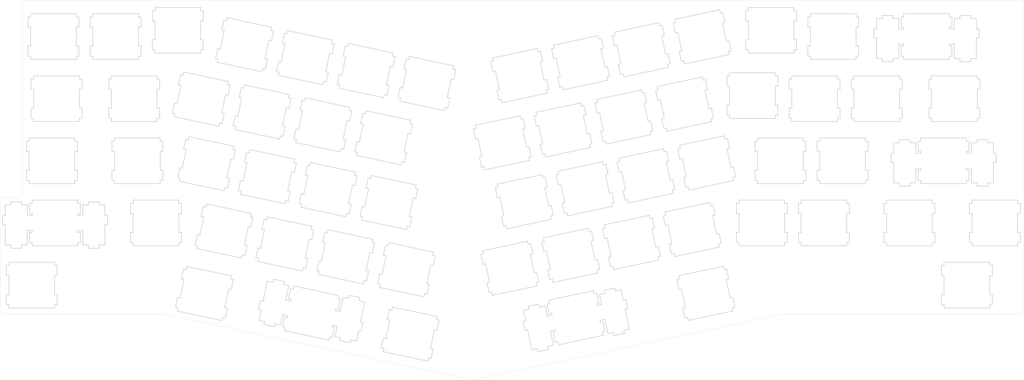
<source format=kicad_pcb>
(kicad_pcb (version 20241229) (generator "pcbnew") (generator_version "9.0")
  (layers (0 "F.Cu" signal) (2 "B.Cu" signal) (13 "F.Paste" user) (15 "B.Paste" user) (5 "F.SilkS" user "F.Silkscreen") (7 "B.SilkS" user "B.Silkscreen") (1 "F.Mask" user) (3 "B.Mask" user) (25 "Edge.Cuts" user))
  (net 0 "")
  (gr_line (start 128.925717 96.46372) (end 128.925717 90.66372) (stroke (width 0.2)) (layer "Edge.Cuts"))
  (gr_line (start 332.761317 136.46822) (end 332.761317 130.66682) (stroke (width 0.2)) (layer "Edge.Cuts"))
  (gr_line (start 283.716317 108.68842) (end 282.934317 108.85382) (stroke (width 0.2)) (layer "Edge.Cuts"))
  (gr_line (start 137.153917 141.95992) (end 137.799117 138.92672) (stroke (width 0.2)) (layer "Edge.Cuts"))
  (gr_line (start 344.478317 93.16872) (end 342.953317 93.16872) (stroke (width 0.2)) (layer "Edge.Cuts"))
  (gr_line (start 329.237317 111.61822) (end 329.237317 117.41822) (stroke (width 0.2)) (layer "Edge.Cuts"))
  (gr_line (start 77.778517 120.51872) (end 77.778517 121.51782) (stroke (width 0.2)) (layer "Edge.Cuts"))
  (gr_line (start 229.736317 133.45162) (end 229.528317 132.47472) (stroke (width 0.2)) (layer "Edge.Cuts"))
  (gr_line (start 69.025217 159.38782) (end 70.751817 159.38782) (stroke (width 0.2)) (layer "Edge.Cuts"))
  (gr_line (start 285.567317 117.39352) (end 284.784317 117.55892) (stroke (width 0.2)) (layer "Edge.Cuts"))
  (gr_line (start 182.272317 158.75672) (end 181.489317 158.59122) (stroke (width 0.2)) (layer "Edge.Cuts"))
  (gr_line (start 164.519317 167.25092) (end 165.300317 167.41762) (stroke (width 0.2)) (layer "Edge.Cuts"))
  (gr_line (start 310.853317 87.56272) (end 310.853317 86.56272) (stroke (width 0.2)) (layer "Edge.Cuts"))
  (gr_line (start 229.528317 132.47472) (end 230.309317 132.30652) (stroke (width 0.2)) (layer "Edge.Cuts"))
  (gr_line (start 76.349417 139.56882) (end 76.349417 140.56782) (stroke (width 0.2)) (layer "Edge.Cuts"))
  (gr_line (start 324.987317 108.51902) (end 324.188317 108.51902) (stroke (width 0.2)) (layer "Edge.Cuts"))
  (gr_line (start 94.552117 159.38782) (end 94.552117 160.36892) (stroke (width 0.2)) (layer "Edge.Cuts"))
  (gr_line (start 353.051317 121.51782) (end 367.050317 121.51782) (stroke (width 0.2)) (layer "Edge.Cuts"))
  (gr_line (start 356.061317 165.66752) (end 356.061317 168.76682) (stroke (width 0.2)) (layer "Edge.Cuts"))
  (gr_line (start 94.552117 146.16682) (end 94.552117 147.08892) (stroke (width 0.2)) (layer "Edge.Cuts"))
  (gr_line (start 125.173217 127.14462) (end 124.389317 126.97782) (stroke (width 0.2)) (layer "Edge.Cuts"))
  (gr_line (start 110.675117 98.36772) (end 109.875717 98.36772) (stroke (width 0.2)) (layer "Edge.Cuts"))
  (gr_line (start 236.546317 99.23782) (end 237.191317 102.27102) (stroke (width 0.2)) (layer "Edge.Cuts"))
  (gr_line (start 354.039317 158.61882) (end 354.039317 155.51822) (stroke (width 0.2)) (layer "Edge.Cuts"))
  (gr_line (start 353.051317 120.51872) (end 353.051317 121.51782) (stroke (width 0.2)) (layer "Edge.Cuts"))
  (gr_line (start 162.439317 135.06702) (end 161.658317 134.89872) (stroke (width 0.2)) (layer "Edge.Cuts"))
  (gr_line (start 283.579317 111.88702) (end 284.360317 111.72012) (stroke (width 0.2)) (layer "Edge.Cuts"))
  (gr_line (start 286.048317 147.14392) (end 285.264317 147.31082) (stroke (width 0.2)) (layer "Edge.Cuts"))
  (gr_line (start 179.224317 147.73242) (end 178.441317 147.56552) (stroke (width 0.2)) (layer "Edge.Cuts"))
  (gr_line (start 152.177317 106.20092) (end 152.960317 106.36782) (stroke (width 0.2)) (layer "Edge.Cuts"))
  (gr_line (start 76.826217 88.46872) (end 76.826217 89.46872) (stroke (width 0.2)) (layer "Edge.Cuts"))
  (gr_line (start 267.002317 125.53072) (end 266.794317 124.55242) (stroke (width 0.2)) (layer "Edge.Cuts"))
  (gr_line (start 148.379317 151.55372) (end 147.735317 154.58542) (stroke (width 0.2)) (layer "Edge.Cuts"))
  (gr_line (start 296.853317 96.46372) (end 296.052317 96.46372) (stroke (width 0.2)) (layer "Edge.Cuts"))
  (gr_line (start 254.917317 146.55272) (end 255.700317 146.38622) (stroke (width 0.2)) (layer "Edge.Cuts"))
  (gr_line (start 133.543517 102.24062) (end 134.326317 102.40712) (stroke (width 0.2)) (layer "Edge.Cuts"))
  (gr_line (start 237.066317 150.34792) (end 236.422317 147.31472) (stroke (width 0.2)) (layer "Edge.Cuts"))
  (gr_line (start 313.045317 145.61852) (end 313.045317 146.61902) (stroke (width 0.2)) (layer "Edge.Cuts"))
  (gr_line (start 143.807317 131.10492) (end 143.024317 130.93952) (stroke (width 0.2)) (layer "Edge.Cuts"))
  (gr_line (start 218.557317 106.23132) (end 219.340317 106.06472) (stroke (width 0.2)) (layer "Edge.Cuts"))
  (gr_line (start 267.578317 124.38562) (end 266.932317 121.35412) (stroke (width 0.2)) (layer "Edge.Cuts"))
  (gr_line (start 91.625117 98.36772) (end 90.825717 98.36772) (stroke (width 0.2)) (layer "Edge.Cuts"))
  (gr_line (start 239.823317 110.81072) (end 240.031317 111.78752) (stroke (width 0.2)) (layer "Edge.Cuts"))
  (gr_line (start 358.478317 89.46872) (end 358.478317 88.46872) (stroke (width 0.2)) (layer "Edge.Cuts"))
  (gr_line (start 137.133417 178.71072) (end 136.349217 178.54392) (stroke (width 0.2)) (layer "Edge.Cuts"))
  (gr_line (start 174.296317 97.61172) (end 174.088317 98.58972) (stroke (width 0.2)) (layer "Edge.Cuts"))
  (gr_line (start 333.560317 130.66682) (end 333.560317 127.56902) (stroke (width 0.2)) (layer "Edge.Cuts"))
  (gr_line (start 135.497617 182.55402) (end 135.705717 181.57562) (stroke (width 0.2)) (layer "Edge.Cuts"))
  (gr_line (start 332.761317 127.56902) (end 332.761317 126.56852) (stroke (width 0.2)) (layer "Edge.Cuts"))
  (gr_line (start 136.163217 142.77132) (end 136.371417 141.79302) (stroke (width 0.2)) (layer "Edge.Cuts"))
  (gr_line (start 358.478317 93.16872) (end 358.478317 92.56772) (stroke (width 0.2)) (layer "Edge.Cuts"))
  (gr_line (start 122.012317 178.66522) (end 121.804117 179.64502) (stroke (width 0.2)) (layer "Edge.Cuts"))
  (gr_line (start 250.398317 177.97892) (end 250.274317 177.39192) (stroke (width 0.2)) (layer "Edge.Cuts"))
  (gr_line (start 305.937317 107.56552) (end 305.138317 107.56552) (stroke (width 0.2)) (layer "Edge.Cuts"))
  (gr_line (start 359.277317 101.46882) (end 359.277317 98.36772) (stroke (width 0.2)) (layer "Edge.Cuts"))
  (gr_line (start 95.875017 102.46782) (end 109.875717 102.46782) (stroke (width 0.2)) (layer "Edge.Cuts"))
  (gr_line (start 172.653317 126.86062) (end 173.859317 121.18732) (stroke (width 0.2)) (layer "Edge.Cuts"))
  (gr_line (start 252.457317 124.43112) (end 251.674317 124.59792) (stroke (width 0.2)) (layer "Edge.Cuts"))
  (gr_line (start 69.357317 174.56832) (end 69.357317 177.66752) (stroke (width 0.2)) (layer "Edge.Cuts"))
  (gr_line (start 307.180001 180.63) (end 380.370002 180.63) (stroke (width 0.05)) (layer "Edge.Cuts"))
  (gr_line (start 92.577217 111.61822) (end 92.577217 108.51902) (stroke (width 0.2)) (layer "Edge.Cuts"))
  (gr_line (start 187.802317 178.38552) (end 187.594317 179.36392) (stroke (width 0.2)) (layer "Edge.Cuts"))
  (gr_line (start 251.480317 183.06532) (end 251.354317 182.47822) (stroke (width 0.2)) (layer "Edge.Cuts"))
  (gr_line (start 167.436317 109.44512) (end 168.081317 106.41192) (stroke (width 0.2)) (layer "Edge.Cuts"))
  (gr_line (start 299.710317 130.66682) (end 299.710317 136.46822) (stroke (width 0.2)) (layer "Edge.Cuts"))
  (gr_line (start 333.560317 139.56882) (end 333.560317 136.46822) (stroke (width 0.2)) (layer "Edge.Cuts"))
  (gr_line (start 365.433317 145.61852) (end 365.433317 146.61902) (stroke (width 0.2)) (layer "Edge.Cuts"))
  (gr_line (start 99.576317 159.38782) (end 99.576317 153.11792) (stroke (width 0.2)) (layer "Edge.Cuts"))
  (gr_line (start 343.166317 128.03892) (end 341.441317 128.03892) (stroke (width 0.2)) (layer "Edge.Cuts"))
  (gr_line (start 76.826217 102.46782) (end 90.825717 102.46782) (stroke (width 0.2)) (layer "Edge.Cuts"))
  (gr_line (start 328.438317 117.41822) (end 328.438317 120.51872) (stroke (width 0.2)) (layer "Edge.Cuts"))
  (gr_arc (start 74.250003 85.290003) (mid 74.542894 84.582895) (end 75.25 84.29) (stroke (width 0.05)) (layer "Edge.Cuts"))
  (gr_line (start 339.239317 149.71682) (end 339.239317 155.51822) (stroke (width 0.2)) (layer "Edge.Cuts"))
  (gr_line (start 315.102317 101.46882) (end 315.903317 101.46882) (stroke (width 0.2)) (layer "Edge.Cuts"))
  (gr_line (start 371.660317 168.76682) (end 371.660317 165.66752) (stroke (width 0.2)) (layer "Edge.Cuts"))
  (gr_line (start 75.25 84.29) (end 380.37 84.29) (stroke (width 0.05)) (layer "Edge.Cuts"))
  (gr_line (start 336.203317 93.16872) (end 335.378317 93.16872) (stroke (width 0.2)) (layer "Edge.Cuts"))
  (gr_line (start 204.566317 114.16732) (end 205.772317 108.49402) (stroke (width 0.2)) (layer "Edge.Cuts"))
  (gr_line (start 270.847317 129.87582) (end 257.153317 132.78772) (stroke (width 0.2)) (layer "Edge.Cuts"))
  (gr_line (start 328.438317 111.61822) (end 329.237317 111.61822) (stroke (width 0.2)) (layer "Edge.Cuts"))
  (gr_line (start 349.716317 130.66682) (end 349.716317 131.26892) (stroke (width 0.2)) (layer "Edge.Cuts"))
  (gr_line (start 140.326417 119.98962) (end 139.543617 119.82312) (stroke (width 0.2)) (layer "Edge.Cuts"))
  (gr_line (start 340.617317 131.26892) (end 340.617317 134.06792) (stroke (width 0.2)) (layer "Edge.Cuts"))
  (gr_line (start 271.734317 123.50222) (end 271.943317 124.48082) (stroke (width 0.2)) (layer "Edge.Cuts"))
  (gr_line (start 327.046317 155.51822) (end 327.046317 149.71682) (stroke (width 0.2)) (layer "Edge.Cuts"))
  (gr_line (start 235.153317 177.43742) (end 235.797317 180.46902) (stroke (width 0.2)) (layer "Edge.Cuts"))
  (gr_line (start 179.640317 167.29642) (end 180.846317 161.62302) (stroke (width 0.2)) (layer "Edge.Cuts"))
  (gr_line (start 124.506417 166.92842) (end 123.723617 166.76172) (stroke (width 0.2)) (layer "Edge.Cuts"))
  (gr_line (start 92.577217 120.51872) (end 92.577217 117.41822) (stroke (width 0.2)) (layer "Edge.Cuts"))
  (gr_line (start 308.795317 149.71682) (end 308.795317 146.61902) (stroke (width 0.2)) (layer "Edge.Cuts"))
  (gr_line (start 150.653317 96.77772) (end 151.298317 93.74672) (stroke (width 0.2)) (layer "Edge.Cuts"))
  (gr_line (start 192.930317 101.57352) (end 192.722317 102.55072) (stroke (width 0.2)) (layer "Edge.Cuts"))
  (gr_line (start 305.138317 119.56522) (end 305.937317 119.56522) (stroke (width 0.2)) (layer "Edge.Cuts"))
  (gr_line (start 174.283317 146.68222) (end 175.489317 141.00882) (stroke (width 0.2)) (layer "Edge.Cuts"))
  (gr_line (start 178.579317 150.76422) (end 178.371317 151.74242) (stroke (width 0.2)) (layer "Edge.Cuts"))
  (gr_line (start 227.032317 120.73682) (end 226.824317 119.75822) (stroke (width 0.2)) (layer "Edge.Cuts"))
  (gr_line (start 76.977817 120.51872) (end 77.778517 120.51872) (stroke (width 0.2)) (layer "Edge.Cuts"))
  (gr_line (start 238.397317 107.94432) (end 239.040317 110.97612) (stroke (width 0.2)) (layer "Edge.Cuts"))
  (gr_line (start 232.183317 191.12269) (end 232.387317 192.08179) (stroke (width 0.2)) (layer "Edge.Cuts"))
  (gr_line (start 333.560317 127.56902) (end 332.761317 127.56902) (stroke (width 0.2)) (layer "Edge.Cuts"))
  (gr_line (start 324.188317 108.51902) (end 324.188317 107.51852) (stroke (width 0.2)) (layer "Edge.Cuts"))
  (gr_line (start 270.439317 92.03472) (end 269.656317 92.20172) (stroke (width 0.2)) (layer "Edge.Cuts"))
  (gr_line (start 370.861317 178.66802) (end 370.861317 177.66752) (stroke (width 0.2)) (layer "Edge.Cuts"))
  (gr_line (start 268.059317 154.13602) (end 267.414317 151.10462) (stroke (width 0.2)) (layer "Edge.Cuts"))
  (gr_line (start 114.926417 90.66372) (end 114.926417 96.46372) (stroke (width 0.2)) (layer "Edge.Cuts"))
  (gr_line (start 231.858317 170.92892) (end 232.642317 170.76352) (stroke (width 0.2)) (layer "Edge.Cuts"))
  (gr_line (start 177.959317 182.93852) (end 179.261317 176.80482) (stroke (width 0.2)) (layer "Edge.Cuts"))
  (gr_line (start 305.937317 119.56522) (end 305.937317 116.46462) (stroke (width 0.2)) (layer "Edge.Cuts"))
  (gr_line (start 171.454317 107.12982) (end 170.811317 110.16302) (stroke (width 0.2)) (layer "Edge.Cuts"))
  (gr_line (start 165.945317 164.38602) (end 165.162317 164.21922) (stroke (width 0.2)) (layer "Edge.Cuts"))
  (gr_line (start 169.295317 187.74232) (end 169.940317 184.71072) (stroke (width 0.2)) (layer "Edge.Cuts"))
  (gr_line (start 356.860317 174.56832) (end 356.061317 174.56832) (stroke (width 0.2)) (layer "Edge.Cuts"))
  (gr_line (start 179.261317 176.80482) (end 177.574317 176.44792) (stroke (width 0.2)) (layer "Edge.Cuts"))
  (gr_line (start 253.066317 137.84752) (end 253.849317 137.68102) (stroke (width 0.2)) (layer "Edge.Cuts"))
  (gr_line (start 329.903317 102.46782) (end 329.903317 101.46882) (stroke (width 0.2)) (layer "Edge.Cuts"))
  (gr_line (start 76.826217 89.46872) (end 76.025617 89.46872) (stroke (width 0.2)) (layer "Edge.Cuts"))
  (gr_line (start 141.727617 162.40722) (end 142.510317 162.57372) (stroke (width 0.2)) (layer "Edge.Cuts"))
  (gr_line (start 296.853317 99.56302) (end 296.853317 100.56352) (stroke (width 0.2)) (layer "Edge.Cuts"))
  (gr_line (start 136.037717 90.50372) (end 135.394217 93.53572) (stroke (width 0.2)) (layer "Edge.Cuts"))
  (gr_line (start 101.591017 121.51782) (end 115.590317 121.51782) (stroke (width 0.2)) (layer "Edge.Cuts"))
  (gr_line (start 194.906317 145.13632) (end 195.551317 142.10452) (stroke (width 0.2)) (layer "Edge.Cuts"))
  (gr_line (start 147.311317 160.42532) (end 146.530317 160.25882) (stroke (width 0.2)) (layer "Edge.Cuts"))
  (gr_line (start 287.897317 155.84912) (end 287.116317 156.01562) (stroke (width 0.2)) (layer "Edge.Cuts"))
  (gr_line (start 178.995317 170.32802) (end 179.778317 170.49482) (stroke (width 0.2)) (layer "Edge.Cuts"))
  (gr_line (start 114.926417 100.56352) (end 128.925717 100.56352) (stroke (width 0.2)) (layer "Edge.Cuts"))
  (gr_line (start 192.070317 130.98782) (end 191.287317 130.82092) (stroke (width 0.2)) (layer "Edge.Cuts"))
  (gr_line (start 204.704317 117.36602) (end 205.347317 114.33422) (stroke (width 0.2)) (layer "Edge.Cuts"))
  (gr_line (start 91.148117 136.46822) (end 90.349117 136.46822) (stroke (width 0.2)) (layer "Edge.Cuts"))
  (gr_line (start 69.025217 147.08892) (end 69.025217 150.31892) (stroke (width 0.2)) (layer "Edge.Cuts"))
  (gr_line (start 156.653317 114.36032) (end 155.870317 114.19382) (stroke (width 0.2)) (layer "Edge.Cuts"))
  (gr_line (start 364.516317 139.56882) (end 364.516317 136.46822) (stroke (width 0.2)) (layer "Edge.Cuts"))
  (gr_line (start 178.018317 122.07062) (end 178.799317 122.23712) (stroke (width 0.2)) (layer "Edge.Cuts"))
  (gr_line (start 171.789317 187.79202) (end 171.598317 188.69182) (stroke (width 0.2)) (layer "Edge.Cuts"))
  (gr_line (start 248.943317 128.34762) (end 248.299317 125.31442) (stroke (width 0.2)) (layer "Edge.Cuts"))
  (gr_line (start 236.491317 151.49162) (end 236.283317 150.51332) (stroke (width 0.2)) (layer "Edge.Cuts"))
  (gr_line (start 130.736517 146.78022) (end 130.528317 147.75852) (stroke (width 0.2)) (layer "Edge.Cuts"))
  (gr_line (start 364.516317 136.46822) (end 363.717317 136.46822) (stroke (width 0.2)) (layer "Edge.Cuts"))
  (gr_line (start 353.051317 107.51852) (end 353.051317 108.51902) (stroke (width 0.2)) (layer "Edge.Cuts"))
  (gr_line (start 129.726517 87.56272) (end 128.925717 87.56272) (stroke (width 0.2)) (layer "Edge.Cuts"))
  (gr_line (start 70.157917 174.56832) (end 69.357317 174.56832) (stroke (width 0.2)) (layer "Edge.Cuts"))
  (gr_line (start 165.162317 164.21922) (end 164.519317 167.25092) (stroke (width 0.2)) (layer "Edge.Cuts"))
  (gr_line (start 293.195317 155.51822) (end 293.195317 158.61882) (stroke (width 0.2)) (layer "Edge.Cuts"))
  (gr_line (start 129.726517 90.66372) (end 129.726517 87.56272) (stroke (width 0.2)) (layer "Edge.Cuts"))
  (gr_line (start 108.257817 159.61782) (end 122.257517 159.61782) (stroke (width 0.2)) (layer "Edge.Cuts"))
  (gr_line (start 252.847317 182.16132) (end 253.776317 186.53382) (stroke (width 0.2)) (layer "Edge.Cuts"))
  (gr_line (start 313.711317 127.56902) (end 313.711317 126.56852) (stroke (width 0.2)) (layer "Edge.Cuts"))
  (gr_line (start 222.589317 153.42372) (end 222.797317 154.40202) (stroke (width 0.2)) (layer "Edge.Cuts"))
  (gr_line (start 251.354317 182.47822) (end 252.847317 182.16132) (stroke (width 0.2)) (layer "Edge.Cuts"))
  (gr_line (start 155.227317 117.22662) (end 156.008317 117.39212) (stroke (width 0.2)) (layer "Edge.Cuts"))
  (gr_line (start 139.681217 123.02142) (end 139.473417 124.00002) (stroke (width 0.2)) (layer "Edge.Cuts"))
  (gr_line (start 258.665317 107.82722) (end 272.358317 104.91682) (stroke (width 0.2)) (layer "Edge.Cuts"))
  (gr_line (start 154.819317 184.66522) (end 154.611317 185.64362) (stroke (width 0.2)) (layer "Edge.Cuts"))
  (gr_line (start 289.716317 91.10572) (end 289.073317 88.07272) (stroke (width 0.2)) (layer "Edge.Cuts"))
  (gr_line (start 234.432317 141.80822) (end 235.215317 141.64272) (stroke (width 0.2)) (layer "Edge.Cuts"))
  (gr_line (start 372.816317 131.26892) (end 371.992317 131.26892) (stroke (width 0.2)) (layer "Edge.Cuts"))
  (gr_line (start 258.493317 176.25772) (end 257.820317 173.09932) (stroke (width 0.2)) (layer "Edge.Cuts"))
  (gr_line (start 290.338317 107.56552) (end 290.338317 110.66602) (stroke (width 0.2)) (layer "Edge.Cuts"))
  (gr_line (start 327.046317 158.61882) (end 327.845317 158.61882) (stroke (width 0.2)) (layer "Edge.Cuts"))
  (gr_line (start 92.826617 147.08892) (end 92.826617 150.31892) (stroke (width 0.2)) (layer "Edge.Cuts"))
  (gr_line (start 336.203317 102.23782) (end 337.927317 102.23782) (stroke (width 0.2)) (layer "Edge.Cuts"))
  (gr_line (start 101.742417 127.56902) (end 101.742417 130.66682) (stroke (width 0.2)) (layer "Edge.Cuts"))
  (gr_line (start 154.671317 94.46272) (end 154.028317 97.49572) (stroke (width 0.2)) (layer "Edge.Cuts"))
  (gr_line (start 171.008317 175.83882) (end 171.216317 174.86042) (stroke (width 0.2)) (layer "Edge.Cuts"))
  (gr_line (start 344.037317 117.41822) (end 343.238317 117.41822) (stroke (width 0.2)) (layer "Edge.Cuts"))
  (gr_line (start 90.825717 88.46872) (end 76.826217 88.46872) (stroke (width 0.2)) (layer "Edge.Cuts"))
  (gr_line (start 146.687317 179.15442) (end 147.493317 179.32532) (stroke (width 0.2)) (layer "Edge.Cuts"))
  (gr_line (start 100.790217 120.51872) (end 101.591017 120.51872) (stroke (width 0.2)) (layer "Edge.Cuts"))
  (gr_line (start 101.591017 107.51852) (end 101.591017 108.51902) (stroke (width 0.2)) (layer "Edge.Cuts"))
  (gr_line (start 69.357317 168.76682) (end 70.157917 168.76682) (stroke (width 0.2)) (layer "Edge.Cuts"))
  (gr_line (start 122.760517 107.15592) (end 122.115317 110.18772) (stroke (width 0.2)) (layer "Edge.Cuts"))
  (gr_line (start 116.542817 140.56782) (end 116.542817 139.56882) (stroke (width 0.2)) (layer "Edge.Cuts"))
  (gr_line (start 237.002317 186.14242) (end 237.647317 189.1755) (stroke (width 0.2)) (layer "Edge.Cuts"))
  (gr_line (start 372.816317 134.06792) (end 372.816317 131.26892) (stroke (width 0.2)) (layer "Edge.Cuts"))
  (gr_line (start 287.759317 159.04742) (end 288.542317 158.88092) (stroke (width 0.2)) (layer "Edge.Cuts"))
  (gr_line (start 337.927317 102.23782) (end 337.927317 103.21892) (stroke (width 0.2)) (layer "Edge.Cuts"))
  (gr_line (start 277.091317 102.88832) (end 277.299317 103.86662) (stroke (width 0.2)) (layer "Edge.Cuts"))
  (gr_line (start 147.811317 106.29622) (end 148.019317 105.31762) (stroke (width 0.2)) (layer "Edge.Cuts"))
  (gr_line (start 227.939317 179.45072) (end 228.610317 182.61052) (stroke (width 0.2)) (layer "Edge.Cuts"))
  (gr_line (start 153.603317 103.33462) (end 152.822317 103.16952) (stroke (width 0.2)) (layer "Edge.Cuts"))
  (gr_line (start 258.457317 106.84862) (end 258.665317 107.82722) (stroke (width 0.2)) (layer "Edge.Cuts"))
  (gr_line (start 272.288317 100.73992) (end 271.507317 100.90682) (stroke (width 0.2)) (layer "Edge.Cuts"))
  (gr_line (start 330.702317 89.46872) (end 329.903317 89.46872) (stroke (width 0.2)) (layer "Edge.Cuts"))
  (gr_line (start 122.898117 110.35592) (end 121.692317 116.02792) (stroke (width 0.2)) (layer "Edge.Cuts"))
  (gr_line (start 268.482317 159.97622) (end 267.275317 154.30292) (stroke (width 0.2)) (layer "Edge.Cuts"))
  (gr_line (start 68.457107 180.630001) (end 117.820003 180.630002) (stroke (width 0.05)) (layer "Edge.Cuts"))
  (gr_line (start 367.050317 121.51782) (end 367.050317 120.51872) (stroke (width 0.2)) (layer "Edge.Cuts"))
  (gr_line (start 276.447317 99.85662) (end 275.663317 100.02202) (stroke (width 0.2)) (layer "Edge.Cuts"))
  (gr_line (start 341.441317 131.26892) (end 340.617317 131.26892) (stroke (width 0.2)) (layer "Edge.Cuts"))
  (gr_line (start 91.148117 139.56882) (end 91.148117 136.46822) (stroke (width 0.2)) (layer "Edge.Cuts"))
  (gr_line (start 142.177317 111.28342) (end 141.394217 111.11792) (stroke (width 0.2)) (layer "Edge.Cuts"))
  (gr_line (start 236.283317 150.51332) (end 237.066317 150.34792) (stroke (width 0.2)) (layer "Edge.Cuts"))
  (gr_line (start 191.294317 105.41702) (end 192.078317 105.58362) (stroke (width 0.2)) (layer "Edge.Cuts"))
  (gr_line (start 259.299317 176.08692) (end 258.493317 176.25772) (stroke (width 0.2)) (layer "Edge.Cuts"))
  (gr_line (start 190.088317 111.09042) (end 189.445317 114.12322) (stroke (width 0.2)) (layer "Edge.Cuts"))
  (gr_line (start 293.995317 158.61882) (end 293.995317 159.61782) (stroke (width 0.2)) (layer "Edge.Cuts"))
  (gr_line (start 364.632317 155.51822) (end 364.632317 158.61882) (stroke (width 0.2)) (layer "Edge.Cuts"))
  (gr_line (start 356.860317 177.66752) (end 356.860317 178.66802) (stroke (width 0.2)) (layer "Edge.Cuts"))
  (gr_line (start 290.338317 119.56522) (end 291.137317 119.56522) (stroke (width 0.2)) (layer "Edge.Cuts"))
  (gr_line (start 150.722317 92.60272) (end 137.028617 89.69072) (stroke (width 0.2)) (layer "Edge.Cuts"))
  (gr_line (start 227.815317 120.56992) (end 227.032317 120.73682) (stroke (width 0.2)) (layer "Edge.Cuts"))
  (gr_line (start 114.926417 86.56272) (end 114.926417 87.56272) (stroke (width 0.2)) (layer "Edge.Cuts"))
  (gr_line (start 234.096317 157.16352) (end 234.304317 158.14222) (stroke (width 0.2)) (layer "Edge.Cuts"))
  (gr_line (start 122.115317 110.18772) (end 122.898117 110.35592) (stroke (width 0.2)) (layer "Edge.Cuts"))
  (gr_line (start 286.212317 120.42532) (end 285.567317 117.39352) (stroke (width 0.2)) (layer "Edge.Cuts"))
  (gr_line (start 128.925717 90.66372) (end 129.726517 90.66372) (stroke (width 0.2)) (layer "Edge.Cuts"))
  (gr_line (start 271.943317 124.48082) (end 285.636317 121.57042) (stroke (width 0.2)) (layer "Edge.Cuts"))
  (gr_line (start 148.802317 105.48442) (end 149.447317 102.45272) (stroke (width 0.2)) (layer "Edge.Cuts"))
  (gr_line (start 291.919317 178.61282) (end 292.701317 178.44612) (stroke (width 0.2)) (layer "Edge.Cuts"))
  (gr_line (start 259.882317 178.82642) (end 259.299317 176.08692) (stroke (width 0.2)) (layer "Edge.Cuts"))
  (gr_line (start 99.576317 153.11792) (end 100.401817 153.11792) (stroke (width 0.2)) (layer "Edge.Cuts"))
  (gr_line (start 352.250317 117.41822) (end 352.250317 120.51872) (stroke (width 0.2)) (layer "Edge.Cuts"))
  (gr_line (start 285.910317 150.34222) (end 286.691317 150.17572) (stroke (width 0.2)) (layer "Edge.Cuts"))
  (gr_line (start 342.953317 93.16872) (end 342.953317 89.93872) (stroke (width 0.2)) (layer "Edge.Cuts"))
  (gr_line (start 176.811317 127.74402) (end 176.166317 130.77582) (stroke (width 0.2)) (layer "Edge.Cuts"))
  (gr_line (start 269.240317 111.76562) (end 268.457317 111.93112) (stroke (width 0.2)) (layer "Edge.Cuts"))
  (gr_line (start 298.911317 130.66682) (end 299.710317 130.66682) (stroke (width 0.2)) (layer "Edge.Cuts"))
  (gr_line (start 75.548817 127.56902) (end 75.548817 130.66682) (stroke (width 0.2)) (layer "Edge.Cuts"))
  (gr_line (start 154.036317 184.49982) (end 154.819317 184.66522) (stroke (width 0.2)) (layer "Edge.Cuts"))
  (gr_line (start 259.074317 178.99732) (end 259.882317 178.82642) (stroke (width 0.2)) (layer "Edge.Cuts"))
  (gr_line (start 240.441317 149.63002) (end 241.223317 149.46312) (stroke (width 0.2)) (layer "Edge.Cuts"))
  (gr_line (start 270.789317 150.38772) (end 271.432317 153.41952) (stroke (width 0.2)) (layer "Edge.Cuts"))
  (gr_line (start 69.025217 150.31892) (end 68.202517 150.31892) (stroke (width 0.2)) (layer "Edge.Cuts"))
  (gr_line (start 291.539317 135.59862) (end 290.334317 129.92662) (stroke (width 0.2)) (layer "Edge.Cuts"))
  (gr_line (start 91.148117 127.56902) (end 90.349117 127.56902) (stroke (width 0.2)) (layer "Edge.Cuts"))
  (gr_line (start 158.283317 134.18222) (end 157.500317 134.01672) (stroke (width 0.2)) (layer "Edge.Cuts"))
  (gr_line (start 339.239317 146.61902) (end 338.438317 146.61902) (stroke (width 0.2)) (layer "Edge.Cuts"))
  (gr_line (start 187.781317 101.50192) (end 187.990317 100.52372) (stroke (width 0.2)) (layer "Edge.Cuts"))
  (gr_line (start 134.326317 102.40712) (end 134.118217 103.38572) (stroke (width 0.2)) (layer "Edge.Cuts"))
  (gr_line (start 178.182317 185.84892) (end 178.765317 183.11072) (stroke (width 0.2)) (layer "Edge.Cuts"))
  (gr_line (start 140.749417 114.14972) (end 141.533217 114.31482) (stroke (width 0.2)) (layer "Edge.Cuts"))
  (gr_line (start 141.103517 143.82152) (end 154.798317 146.73192) (stroke (width 0.2)) (layer "Edge.Cuts"))
  (gr_line (start 124.389317 126.97782) (end 123.745817 130.01092) (stroke (width 0.2)) (layer "Edge.Cuts"))
  (gr_line (start 123.543017 107.32272) (end 122.760517 107.15592) (stroke (width 0.2)) (layer "Edge.Cuts"))
  (gr_line (start 309.388317 120.51872) (end 310.187317 120.51872) (stroke (width 0.2)) (layer "Edge.Cuts"))
  (gr_line (start 122.257517 145.61852) (end 108.257817 145.61852) (stroke (width 0.2)) (layer "Edge.Cuts"))
  (gr_line (start 291.137317 120.56572) (end 305.138317 120.56572) (stroke (width 0.2)) (layer "Edge.Cuts"))
  (gr_line (start 215.050317 135.55202) (end 215.834317 135.38522) (stroke (width 0.2)) (layer "Edge.Cuts"))
  (gr_line (start 170.101317 187.43362) (end 171.789317 187.79202) (stroke (width 0.2)) (layer "Edge.Cuts"))
  (gr_line (start 203.921317 117.20052) (end 204.704317 117.36602) (stroke (width 0.2)) (layer "Edge.Cuts"))
  (gr_line (start 282.726317 107.87662) (end 269.032317 110.78562) (stroke (width 0.2)) (layer "Edge.Cuts"))
  (gr_line (start 90.825717 102.46782) (end 90.825717 101.46882) (stroke (width 0.2)) (layer "Edge.Cuts"))
  (gr_line (start 152.960317 106.36782) (end 152.752317 107.34602) (stroke (width 0.2)) (layer "Edge.Cuts"))
  (gr_line (start 271.362317 149.24262) (end 271.570317 150.21982) (stroke (width 0.2)) (layer "Edge.Cuts"))
  (gr_line (start 77.301617 149.71682) (end 77.301617 150.31892) (stroke (width 0.2)) (layer "Edge.Cuts"))
  (gr_line (start 266.631317 151.26972) (end 266.423317 150.29282) (stroke (width 0.2)) (layer "Edge.Cuts"))
  (gr_line (start 250.814317 95.18372) (end 237.121317 98.09372) (stroke (width 0.2)) (layer "Edge.Cuts"))
  (gr_line (start 95.075617 98.36772) (end 95.075617 101.46882) (stroke (width 0.2)) (layer "Edge.Cuts"))
  (gr_line (start 252.261317 182.89992) (end 251.480317 183.06532) (stroke (width 0.2)) (layer "Edge.Cuts"))
  (gr_line (start 274.066317 161.95782) (end 274.274317 162.93642) (stroke (width 0.2)) (layer "Edge.Cuts"))
  (gr_line (start 161.796317 138.09842) (end 160.590317 143.77172) (stroke (width 0.2)) (layer "Edge.Cuts"))
  (gr_line (start 91.625117 92.56772) (end 91.625117 89.46872) (stroke (width 0.2)) (layer "Edge.Cuts"))
  (gr_line (start 343.238317 117.41822) (end 343.238317 111.61822) (stroke (width 0.2)) (layer "Edge.Cuts"))
  (gr_line (start 356.860317 165.66752) (end 356.061317 165.66752) (stroke (width 0.2)) (layer "Edge.Cuts"))
  (gr_line (start 237.661317 185.38872) (end 237.785317 185.97572) (stroke (width 0.2)) (layer "Edge.Cuts"))
  (gr_line (start 269.448317 91.22172) (end 255.755317 94.13372) (stroke (width 0.2)) (layer "Edge.Cuts"))
  (gr_line (start 84.957917 174.56832) (end 84.157517 174.56832) (stroke (width 0.2)) (layer "Edge.Cuts"))
  (gr_line (start 290.069317 169.90772) (end 290.850317 169.74102) (stroke (width 0.2)) (layer "Edge.Cuts"))
  (gr_line (start 232.387317 192.08179) (end 235.615317 191.39553) (stroke (width 0.2)) (layer "Edge.Cuts"))
  (gr_line (start 257.820317 173.09932) (end 256.134317 173.45892) (stroke (width 0.2)) (layer "Edge.Cuts"))
  (gr_line (start 193.055317 153.84112) (end 193.700317 150.80972) (stroke (width 0.2)) (layer "Edge.Cuts"))
  (gr_line (start 332.761317 126.56852) (end 318.760317 126.56852) (stroke (width 0.2)) (layer "Edge.Cuts"))
  (gr_line (start 174.347317 175.76172) (end 172.659317 175.40202) (stroke (width 0.2)) (layer "Edge.Cuts"))
  (gr_line (start 176.166317 130.77582) (end 176.950317 130.94232) (stroke (width 0.2)) (layer "Edge.Cuts"))
  (gr_line (start 275.240317 94.18272) (end 276.447317 99.85662) (stroke (width 0.2)) (layer "Edge.Cuts"))
  (gr_line (start 327.845317 146.61902) (end 327.046317 146.61902) (stroke (width 0.2)) (layer "Edge.Cuts"))
  (gr_line (start 275.729317 169.78652) (end 274.948317 169.95182) (stroke (width 0.2)) (layer "Edge.Cuts"))
  (gr_line (start 329.237317 107.51852) (end 329.237317 108.51902) (stroke (width 0.2)) (layer "Edge.Cuts"))
  (gr_line (start 258.006317 136.79772) (end 259.212317 142.46962) (stroke (width 0.2)) (layer "Edge.Cuts"))
  (gr_line (start 251.218317 174.50212) (end 251.889317 177.66202) (stroke (width 0.2)) (layer "Edge.Cuts"))
  (gr_line (start 94.552117 160.36892) (end 97.852317 160.36892) (stroke (width 0.2)) (layer "Edge.Cuts"))
  (gr_line (start 70.157917 164.66712) (end 70.157917 165.66752) (stroke (width 0.2)) (layer "Edge.Cuts"))
  (gr_line (start 198.792317 194.01244) (end 199.575317 194.17778) (stroke (width 0.2)) (layer "Edge.Cuts"))
  (gr_line (start 192.273317 153.67602) (end 193.055317 153.84112) (stroke (width 0.2)) (layer "Edge.Cuts"))
  (gr_line (start 310.853317 100.56352) (end 310.853317 99.56302) (stroke (width 0.2)) (layer "Edge.Cuts"))
  (gr_line (start 162.857317 154.63102) (end 163.065317 153.65232) (stroke (width 0.2)) (layer "Edge.Cuts"))
  (gr_line (start 74.052217 147.08892) (end 74.052217 146.16682) (stroke (width 0.2)) (layer "Edge.Cuts"))
  (gr_line (start 343.677317 98.36772) (end 343.677317 101.46882) (stroke (width 0.2)) (layer "Edge.Cuts"))
  (gr_line (start 123.751117 106.34452) (end 123.543017 107.32272) (stroke (width 0.2)) (layer "Edge.Cuts"))
  (gr_line (start 123.080117 169.79482) (end 123.861517 169.96012) (stroke (width 0.2)) (layer "Edge.Cuts"))
  (gr_line (start 146.459317 164.43562) (end 160.153317 167.34602) (stroke (width 0.2)) (layer "Edge.Cuts"))
  (gr_line (start 174.825317 189.37807) (end 175.018317 188.47822) (stroke (width 0.2)) (layer "Edge.Cuts"))
  (gr_line (start 266.794317 124.55242) (end 267.578317 124.38562) (stroke (width 0.2)) (layer "Edge.Cuts"))
  (gr_line (start 74.052217 160.36892) (end 74.052217 159.38782) (stroke (width 0.2)) (layer "Edge.Cuts"))
  (gr_line (start 308.795317 158.61882) (end 308.795317 155.51822) (stroke (width 0.2)) (layer "Edge.Cuts"))
  (gr_line (start 151.066317 170.81172) (end 149.380317 170.45482) (stroke (width 0.2)) (layer "Edge.Cuts"))
  (gr_line (start 255.180317 95.27872) (end 255.823317 98.31072) (stroke (width 0.2)) (layer "Edge.Cuts"))
  (gr_line (start 137.556417 172.87192) (end 138.339217 173.03732) (stroke (width 0.2)) (layer "Edge.Cuts"))
  (gr_line (start 173.443317 101.62332) (end 172.237317 107.29662) (stroke (width 0.2)) (layer "Edge.Cuts"))
  (gr_line (start 76.502417 146.61902) (end 76.502417 149.71682) (stroke (width 0.2)) (layer "Edge.Cuts"))
  (gr_line (start 318.760317 139.56882) (end 318.760317 140.56782) (stroke (width 0.2)) (layer "Edge.Cuts"))
  (gr_line (start 101.591017 111.61822) (end 101.591017 117.41822) (stroke (width 0.2)) (layer "Edge.Cuts"))
  (gr_line (start 184.579317 168.34652) (end 183.796317 168.17972) (stroke (width 0.2)) (layer "Edge.Cuts"))
  (gr_line (start 155.870317 114.19382) (end 156.078317 113.21662) (stroke (width 0.2)) (layer "Edge.Cuts"))
  (gr_line (start 200.906317 162.71842) (end 200.123317 162.55192) (stroke (width 0.2)) (layer "Edge.Cuts"))
  (gr_line (start 92.577217 117.41822) (end 91.777817 117.41822) (stroke (width 0.2)) (layer "Edge.Cuts"))
  (gr_line (start 215.670317 162.10242) (end 214.887317 162.26932) (stroke (width 0.2)) (layer "Edge.Cuts"))
  (gr_line (start 181.281317 138.04902) (end 181.073317 139.02582) (stroke (width 0.2)) (layer "Edge.Cuts"))
  (gr_line (start 315.102317 89.46872) (end 315.102317 92.56772) (stroke (width 0.2)) (layer "Edge.Cuts"))
  (gr_line (start 136.488517 181.74372) (end 137.133417 178.71072) (stroke (width 0.2)) (layer "Edge.Cuts"))
  (gr_line (start 248.643317 158.26352) (end 249.424317 158.09812) (stroke (width 0.2)) (layer "Edge.Cuts"))
  (gr_line (start 114.125617 90.66372) (end 114.926417 90.66372) (stroke (width 0.2)) (layer "Edge.Cuts"))
  (gr_line (start 218.487317 102.05582) (end 218.695317 103.03302) (stroke (width 0.2)) (layer "Edge.Cuts"))
  (gr_line (start 139.648317 130.22162) (end 138.866917 130.05502) (stroke (width 0.2)) (layer "Edge.Cuts"))
  (gr_line (start 275.663317 100.02202) (end 276.308317 103.05482) (stroke (width 0.2)) (layer "Edge.Cuts"))
  (gr_line (start 307.996317 145.61852) (end 293.995317 145.61852) (stroke (width 0.2)) (layer "Edge.Cuts"))
  (gr_line (start 305.138317 116.46462) (end 305.138317 110.66602) (stroke (width 0.2)) (layer "Edge.Cuts"))
  (gr_line (start 213.982317 126.67862) (end 215.188317 132.35202) (stroke (width 0.2)) (layer "Edge.Cuts"))
  (gr_line (start 353.238317 158.61882) (end 354.039317 158.61882) (stroke (width 0.2)) (layer "Edge.Cuts"))
  (gr_arc (start 381.369999 179.629997) (mid 381.077108 180.337105) (end 380.370002 180.63) (stroke (width 0.05)) (layer "Edge.Cuts"))
  (gr_line (start 296.052317 87.56272) (end 296.052317 90.66372) (stroke (width 0.2)) (layer "Edge.Cuts"))
  (gr_line (start 299.710317 127.56902) (end 298.911317 127.56902) (stroke (width 0.2)) (layer "Edge.Cuts"))
  (gr_line (start 237.006317 170.85862) (end 250.700317 167.94682) (stroke (width 0.2)) (layer "Edge.Cuts"))
  (gr_line (start 107.457417 146.61902) (end 107.457417 149.71682) (stroke (width 0.2)) (layer "Edge.Cuts"))
  (gr_line (start 318.760317 140.56782) (end 332.761317 140.56782) (stroke (width 0.2)) (layer "Edge.Cuts"))
  (gr_line (start 255.464317 186.17552) (end 255.666317 187.13462) (stroke (width 0.2)) (layer "Edge.Cuts"))
  (gr_line (start 198.274317 171.25692) (end 199.480317 165.58482) (stroke (width 0.2)) (layer "Edge.Cuts"))
  (gr_line (start 291.137317 116.46462) (end 290.338317 116.46462) (stroke (width 0.2)) (layer "Edge.Cuts"))
  (gr_line (start 173.859317 121.18732) (end 174.642317 121.35412) (stroke (width 0.2)) (layer "Edge.Cuts"))
  (gr_line (start 172.660317 101.45642) (end 173.443317 101.62332) (stroke (width 0.2)) (layer "Edge.Cuts"))
  (gr_line (start 309.388317 117.41822) (end 309.388317 120.51872) (stroke (width 0.2)) (layer "Edge.Cuts"))
  (gr_line (start 233.580317 137.79672) (end 219.887317 140.70862) (stroke (width 0.2)) (layer "Edge.Cuts"))
  (gr_line (start 152.752317 107.34602) (end 166.445317 110.25642) (stroke (width 0.2)) (layer "Edge.Cuts"))
  (gr_line (start 123.057917 146.61902) (end 122.257517 146.61902) (stroke (width 0.2)) (layer "Edge.Cuts"))
  (gr_line (start 251.057317 177.22652) (end 250.412317 174.19352) (stroke (width 0.2)) (layer "Edge.Cuts"))
  (gr_line (start 76.349417 127.56902) (end 75.548817 127.56902) (stroke (width 0.2)) (layer "Edge.Cuts"))
  (gr_line (start 183.153317 171.21282) (end 183.934317 171.37812) (stroke (width 0.2)) (layer "Edge.Cuts"))
  (gr_line (start 328.438317 108.51902) (end 328.438317 111.61822) (stroke (width 0.2)) (layer "Edge.Cuts"))
  (gr_line (start 169.287317 100.73992) (end 169.930317 97.70672) (stroke (width 0.2)) (layer "Edge.Cuts"))
  (gr_line (start 315.102317 92.56772) (end 315.903317 92.56772) (stroke (width 0.2)) (layer "Edge.Cuts"))
  (gr_line (start 251.674317 124.59792) (end 252.319317 127.62972) (stroke (width 0.2)) (layer "Edge.Cuts"))
  (gr_line (start 353.051317 108.51902) (end 352.250317 108.51902) (stroke (width 0.2)) (layer "Edge.Cuts"))
  (gr_line (start 274.948317 169.95182) (end 275.591317 172.98492) (stroke (width 0.2)) (layer "Edge.Cuts"))
  (gr_line (start 184.316317 190.93526) (end 185.099317 191.10065) (stroke (width 0.2)) (layer "Edge.Cuts"))
  (gr_line (start 154.159317 126.09862) (end 154.802317 123.06692) (stroke (width 0.2)) (layer "Edge.Cuts"))
  (gr_line (start 250.412317 174.19352) (end 249.629317 174.36022) (stroke (width 0.2)) (layer "Edge.Cuts"))
  (gr_line (start 324.188317 120.51872) (end 324.987317 120.51872) (stroke (width 0.2)) (layer "Edge.Cuts"))
  (gr_line (start 233.520317 158.30872) (end 234.165317 161.34042) (stroke (width 0.2)) (layer "Edge.Cuts"))
  (gr_line (start 91.301217 145.61852) (end 77.301617 145.61852) (stroke (width 0.2)) (layer "Edge.Cuts"))
  (gr_line (start 266.423317 150.29282) (end 252.730317 153.20332) (stroke (width 0.2)) (layer "Edge.Cuts"))
  (gr_line (start 185.287317 113.23882) (end 186.070317 113.40532) (stroke (width 0.2)) (layer "Edge.Cuts"))
  (gr_line (start 151.270317 169.85402) (end 151.066317 170.81172) (stroke (width 0.2)) (layer "Edge.Cuts"))
  (gr_line (start 110.675117 101.46882) (end 110.675117 98.36772) (stroke (width 0.2)) (layer "Edge.Cuts"))
  (gr_line (start 219.763317 111.90462) (end 220.407317 114.93782) (stroke (width 0.2)) (layer "Edge.Cuts"))
  (gr_line (start 271.570317 150.21982) (end 270.789317 150.38772) (stroke (width 0.2)) (layer "Edge.Cuts"))
  (gr_line (start 158.960317 123.94882) (end 158.177317 123.78342) (stroke (width 0.2)) (layer "Edge.Cuts"))
  (gr_line (start 341.441317 134.06792) (end 341.441317 140.33782) (stroke (width 0.2)) (layer "Edge.Cuts"))
  (gr_line (start 293.995317 159.61782) (end 307.996317 159.61782) (stroke (width 0.2)) (layer "Edge.Cuts"))
  (gr_line (start 199.055317 171.42362) (end 198.274317 171.25692) (stroke (width 0.2)) (layer "Edge.Cuts"))
  (gr_line (start 288.935317 91.27272) (end 289.716317 91.10572) (stroke (width 0.2)) (layer "Edge.Cuts"))
  (gr_line (start 257.812317 103.81722) (end 257.029317 103.98372) (stroke (width 0.2)) (layer "Edge.Cuts"))
  (gr_line (start 95.875017 88.46872) (end 95.875017 89.46872) (stroke (width 0.2)) (layer "Edge.Cuts"))
  (gr_line (start 264.092317 111.83582) (end 250.398317 114.74772) (stroke (width 0.2)) (layer "Edge.Cuts"))
  (gr_line (start 149.447317 102.45272) (end 148.664317 102.28472) (stroke (width 0.2)) (layer "Edge.Cuts"))
  (gr_line (start 147.493317 179.32532) (end 146.822317 182.48512) (stroke (width 0.2)) (layer "Edge.Cuts"))
  (gr_line (start 314.510317 139.56882) (end 314.510317 136.46822) (stroke (width 0.2)) (layer "Edge.Cuts"))
  (gr_line (start 198.412317 174.45532) (end 199.055317 171.42362) (stroke (width 0.2)) (layer "Edge.Cuts"))
  (gr_line (start 353.238317 149.71682) (end 354.039317 149.71682) (stroke (width 0.2)) (layer "Edge.Cuts"))
  (gr_line (start 271.090317 120.47082) (end 270.308317 120.63592) (stroke (width 0.2)) (layer "Edge.Cuts"))
  (gr_line (start 361.727317 89.01772) (end 361.727317 89.93872) (stroke (width 0.2)) (layer "Edge.Cuts"))
  (gr_line (start 277.580317 178.49162) (end 276.797317 178.65832) (stroke (width 0.2)) (layer "Edge.Cuts"))
  (gr_line (start 290.922317 96.77972) (end 290.141317 96.94472) (stroke (width 0.2)) (layer "Edge.Cuts"))
  (gr_line (start 290.338317 116.46462) (end 290.338317 119.56522) (stroke (width 0.2)) (layer "Edge.Cuts"))
  (gr_line (start 101.591017 108.51902) (end 100.790217 108.51902) (stroke (width 0.2)) (layer "Edge.Cuts"))
  (gr_line (start 154.681317 181.46682) (end 154.036317 184.49982) (stroke (width 0.2)) (layer "Edge.Cuts"))
  (gr_line (start 169.940317 184.71072) (end 169.157317 184.54392) (stroke (width 0.2)) (layer "Edge.Cuts"))
  (gr_line (start 252.450317 99.02682) (end 251.805317 95.99572) (stroke (width 0.2)) (layer "Edge.Cuts"))
  (gr_line (start 324.987317 111.61822) (end 324.987317 108.51902) (stroke (width 0.2)) (layer "Edge.Cuts"))
  (gr_line (start 365.028317 103.21892) (end 365.028317 102.23782) (stroke (width 0.2)) (layer "Edge.Cuts"))
  (gr_line (start 74.250004 85.290003) (end 74.249999 143.745749) (stroke (width 0.05)) (layer "Edge.Cuts"))
  (gr_line (start 91.625117 101.46882) (end 91.625117 98.36772) (stroke (width 0.2)) (layer "Edge.Cuts"))
  (gr_line (start 176.705317 188.83789) (end 177.376317 185.67672) (stroke (width 0.2)) (layer "Edge.Cuts"))
  (gr_line (start 188.564317 101.66882) (end 187.781317 101.50192) (stroke (width 0.2)) (layer "Edge.Cuts"))
  (gr_line (start 147.268317 176.41492) (end 146.687317 179.15442) (stroke (width 0.2)) (layer "Edge.Cuts"))
  (gr_line (start 380.233317 155.51822) (end 379.432317 155.51822) (stroke (width 0.2)) (layer "Edge.Cuts"))
  (gr_line (start 349.716317 139.56882) (end 349.716317 140.56782) (stroke (width 0.2)) (layer "Edge.Cuts"))
  (gr_line (start 235.667317 111.69402) (end 235.022317 108.66082) (stroke (width 0.2)) (layer "Edge.Cuts"))
  (gr_line (start 255.942317 172.55772) (end 252.715317 173.24402) (stroke (width 0.2)) (layer "Edge.Cuts"))
  (gr_line (start 92.826617 150.31892) (end 91.301217 150.31892) (stroke (width 0.2)) (layer "Edge.Cuts"))
  (gr_line (start 69.025217 153.11792) (end 69.025217 159.38782) (stroke (width 0.2)) (layer "Edge.Cuts"))
  (gr_line (start 324.987317 117.41822) (end 324.188317 117.41822) (stroke (width 0.2)) (layer "Edge.Cuts"))
  (gr_line (start 309.388317 108.51902) (end 309.388317 111.61822) (stroke (width 0.2)) (layer "Edge.Cuts"))
  (gr_line (start 102.543217 136.46822) (end 101.742417 136.46822) (stroke (width 0.2)) (layer "Edge.Cuts"))
  (gr_line (start 167.796317 155.68082) (end 167.013317 155.51292) (stroke (width 0.2)) (layer "Edge.Cuts"))
  (gr_line (start 259.074317 145.66932) (end 259.857317 145.50282) (stroke (width 0.2)) (layer "Edge.Cuts"))
  (gr_line (start 187.990317 100.52372) (end 174.296317 97.61172) (stroke (width 0.2)) (layer "Edge.Cuts"))
  (gr_line (start 186.430317 159.64152) (end 185.647317 159.47462) (stroke (width 0.2)) (layer "Edge.Cuts"))
  (gr_line (start 289.690317 126.89382) (end 289.482317 125.91522) (stroke (width 0.2)) (layer "Edge.Cuts"))
  (gr_line (start 352.250317 108.51902) (end 352.250317 111.61822) (stroke (width 0.2)) (layer "Edge.Cuts"))
  (gr_line (start 255.125317 147.53132) (end 254.917317 146.55272) (stroke (width 0.2)) (layer "Edge.Cuts"))
  (gr_line (start 313.045317 158.61882) (end 313.045317 159.61782) (stroke (width 0.2)) (layer "Edge.Cuts"))
  (gr_line (start 141.311717 142.84322) (end 141.103517 143.82152) (stroke (width 0.2)) (layer "Edge.Cuts"))
  (gr_line (start 277.063317 138.67592) (end 277.708317 141.70912) (stroke (width 0.2)) (layer "Edge.Cuts"))
  (gr_line (start 116.542817 127.56902) (end 116.542817 126.56852) (stroke (width 0.2)) (layer "Edge.Cuts"))
  (gr_line (start 241.223317 149.46312) (end 241.430317 150.44312) (stroke (width 0.2)) (layer "Edge.Cuts"))
  (gr_line (start 70.751817 146.16682) (end 70.751817 147.08892) (stroke (width 0.2)) (layer "Edge.Cuts"))
  (gr_line (start 76.826217 98.36772) (end 76.025617 98.36772) (stroke (width 0.2)) (layer "Edge.Cuts"))
  (gr_line (start 346.467317 127.11682) (end 343.166317 127.11682) (stroke (width 0.2)) (layer "Edge.Cuts"))
  (gr_line (start 76.977817 117.41822) (end 76.977817 120.51872) (stroke (width 0.2)) (layer "Edge.Cuts"))
  (gr_line (start 171.598317 188.69182) (end 174.825317 189.37807) (stroke (width 0.2)) (layer "Edge.Cuts"))
  (gr_line (start 293.995317 155.51822) (end 293.195317 155.51822) (stroke (width 0.2)) (layer "Edge.Cuts"))
  (gr_line (start 192.064317 154.65282) (end 192.273317 153.67602) (stroke (width 0.2)) (layer "Edge.Cuts"))
  (gr_line (start 90.349117 130.66682) (end 91.148117 130.66682) (stroke (width 0.2)) (layer "Edge.Cuts"))
  (gr_line (start 310.853317 86.56272) (end 296.853317 86.56272) (stroke (width 0.2)) (layer "Edge.Cuts"))
  (gr_line (start 234.304317 158.14222) (end 233.520317 158.30872) (stroke (width 0.2)) (layer "Edge.Cuts"))
  (gr_line (start 275.212317 129.97072) (end 275.857317 133.00392) (stroke (width 0.2)) (layer "Edge.Cuts"))
  (gr_line (start 255.823317 98.31072) (end 256.606317 98.14372) (stroke (width 0.2)) (layer "Edge.Cuts"))
  (gr_line (start 101.742417 130.66682) (end 102.543217 130.66682) (stroke (width 0.2)) (layer "Edge.Cuts"))
  (gr_line (start 142.378317 133.97122) (end 143.162317 134.13672) (stroke (width 0.2)) (layer "Edge.Cuts"))
  (gr_line (start 139.075117 129.07782) (end 125.381317 126.16462) (stroke (width 0.2)) (layer "Edge.Cuts"))
  (gr_line (start 205.772317 108.49402) (end 206.553317 108.66082) (stroke (width 0.2)) (layer "Edge.Cuts"))
  (gr_line (start 91.777817 121.51782) (end 91.777817 120.51872) (stroke (width 0.2)) (layer "Edge.Cuts"))
  (gr_line (start 344.478317 98.36772) (end 343.677317 98.36772) (stroke (width 0.2)) (layer "Edge.Cuts"))
  (gr_line (start 91.777817 117.41822) (end 91.777817 111.61822) (stroke (width 0.2)) (layer "Edge.Cuts"))
  (gr_line (start 102.543217 139.56882) (end 102.543217 140.56782) (stroke (width 0.2)) (layer "Edge.Cuts"))
  (gr_line (start 91.301217 155.51822) (end 91.301217 154.91742) (stroke (width 0.2)) (layer "Edge.Cuts"))
  (gr_line (start 236.422317 147.31472) (end 235.638317 147.48162) (stroke (width 0.2)) (layer "Edge.Cuts"))
  (gr_line (start 282.934317 108.85382) (end 282.726317 107.87662) (stroke (width 0.2)) (layer "Edge.Cuts"))
  (gr_line (start 143.024317 130.93952) (end 142.378317 133.97122) (stroke (width 0.2)) (layer "Edge.Cuts"))
  (gr_line (start 253.582317 157.21332) (end 254.787317 162.88672) (stroke (width 0.2)) (layer "Edge.Cuts"))
  (gr_line (start 278.491317 141.54222) (end 278.699317 142.52082) (stroke (width 0.2)) (layer "Edge.Cuts"))
  (gr_line (start 173.436317 127.02612) (end 172.653317 126.86062) (stroke (width 0.2)) (layer "Edge.Cuts"))
  (gr_line (start 129.726517 99.56302) (end 129.726517 96.46372) (stroke (width 0.2)) (layer "Edge.Cuts"))
  (gr_line (start 356.860317 168.76682) (end 356.860317 174.56832) (stroke (width 0.2)) (layer "Edge.Cuts"))
  (gr_line (start 139.543617 119.82312) (end 138.900117 122.85452) (stroke (width 0.2)) (layer "Edge.Cuts"))
  (gr_line (start 339.239317 145.61852) (end 339.239317 146.61902) (stroke (width 0.2)) (layer "Edge.Cuts"))
  (gr_line (start 136.820517 90.66872) (end 136.037717 90.50372) (stroke (width 0.2)) (layer "Edge.Cuts"))
  (gr_line (start 365.433317 155.51822) (end 364.632317 155.51822) (stroke (width 0.2)) (layer "Edge.Cuts"))
  (gr_line (start 329.237317 120.51872) (end 329.237317 121.51782) (stroke (width 0.2)) (layer "Edge.Cuts"))
  (gr_line (start 76.826217 92.56772) (end 76.826217 98.36772) (stroke (width 0.2)) (layer "Edge.Cuts"))
  (gr_line (start 363.717317 127.56902) (end 363.717317 126.56852) (stroke (width 0.2)) (layer "Edge.Cuts"))
  (gr_line (start 370.861317 168.76682) (end 371.660317 168.76682) (stroke (width 0.2)) (layer "Edge.Cuts"))
  (gr_line (start 156.078317 113.21662) (end 142.385317 110.30482) (stroke (width 0.2)) (layer "Edge.Cuts"))
  (gr_line (start 305.138317 110.66602) (end 305.937317 110.66602) (stroke (width 0.2)) (layer "Edge.Cuts"))
  (gr_line (start 218.164317 173.84072) (end 218.373317 174.81772) (stroke (width 0.2)) (layer "Edge.Cuts"))
  (gr_line (start 290.471317 126.72692) (end 289.690317 126.89382) (stroke (width 0.2)) (layer "Edge.Cuts"))
  (gr_line (start 127.896317 156.29822) (end 127.251417 159.33002) (stroke (width 0.2)) (layer "Edge.Cuts"))
  (gr_line (start 221.397317 115.74952) (end 235.091317 112.83772) (stroke (width 0.2)) (layer "Edge.Cuts"))
  (gr_line (start 213.201317 126.84552) (end 213.982317 126.67862) (stroke (width 0.2)) (layer "Edge.Cuts"))
  (gr_line (start 315.903317 88.46872) (end 315.903317 89.46872) (stroke (width 0.2)) (layer "Edge.Cuts"))
  (gr_line (start 380.233317 149.71682) (end 380.233317 146.61902) (stroke (width 0.2)) (layer "Edge.Cuts"))
  (gr_line (start 312.246317 155.51822) (end 312.246317 158.61882) (stroke (width 0.2)) (layer "Edge.Cuts"))
  (gr_line (start 194.768317 141.93772) (end 194.976317 140.95942) (stroke (width 0.2)) (layer "Edge.Cuts"))
  (gr_line (start 107.457417 155.51822) (end 107.457417 158.61882) (stroke (width 0.2)) (layer "Edge.Cuts"))
  (gr_line (start 185.647317 159.47462) (end 185.002317 162.50642) (stroke (width 0.2)) (layer "Edge.Cuts"))
  (gr_line (start 156.008317 117.39212) (end 156.653317 114.36032) (stroke (width 0.2)) (layer "Edge.Cuts"))
  (gr_line (start 363.717317 126.56852) (end 349.716317 126.56852) (stroke (width 0.2)) (layer "Edge.Cuts"))
  (gr_line (start 76.025617 92.56772) (end 76.826217 92.56772) (stroke (width 0.2)) (layer "Edge.Cuts"))
  (gr_line (start 231.214317 167.89722) (end 230.009317 162.22382) (stroke (width 0.2)) (layer "Edge.Cuts"))
  (gr_line (start 292.056317 175.41442) (end 291.275317 175.57982) (stroke (width 0.2)) (layer "Edge.Cuts"))
  (gr_line (start 356.061317 168.76682) (end 356.860317 168.76682) (stroke (width 0.2)) (layer "Edge.Cuts"))
  (gr_line (start 121.229517 178.49982) (end 122.012317 178.66522) (stroke (width 0.2)) (layer "Edge.Cuts"))
  (gr_line (start 185.099317 191.10065) (end 184.890317 192.07904) (stroke (width 0.2)) (layer "Edge.Cuts"))
  (gr_line (start 137.236817 110.23322) (end 137.444917 109.25492) (stroke (width 0.2)) (layer "Edge.Cuts"))
  (gr_line (start 127.251417 159.33002) (end 128.034217 159.49682) (stroke (width 0.2)) (layer "Edge.Cuts"))
  (gr_line (start 250.467317 118.92452) (end 251.251317 118.75772) (stroke (width 0.2)) (layer "Edge.Cuts"))
  (gr_line (start 143.155317 159.54092) (end 142.372317 159.37552) (stroke (width 0.2)) (layer "Edge.Cuts"))
  (gr_line (start 276.797317 178.65832) (end 277.442317 181.69002) (stroke (width 0.2)) (layer "Edge.Cuts"))
  (gr_line (start 367.577317 93.16872) (end 366.753317 93.16872) (stroke (width 0.2)) (layer "Edge.Cuts"))
  (gr_line (start 77.778517 107.51852) (end 77.778517 108.51902) (stroke (width 0.2)) (layer "Edge.Cuts"))
  (gr_line (start 291.116317 129.75872) (end 290.471317 126.72692) (stroke (width 0.2)) (layer "Edge.Cuts"))
  (gr_line (start 285.428317 120.59182) (end 286.212317 120.42532) (stroke (width 0.2)) (layer "Edge.Cuts"))
  (gr_line (start 179.778317 170.49482) (end 180.423317 167.46172) (stroke (width 0.2)) (layer "Edge.Cuts"))
  (gr_line (start 77.301617 155.51822) (end 76.502417 155.51822) (stroke (width 0.2)) (layer "Edge.Cuts"))
  (gr_line (start 142.510317 162.57372) (end 143.155317 159.54092) (stroke (width 0.2)) (layer "Edge.Cuts"))
  (gr_line (start 77.301617 159.61782) (end 91.301217 159.61782) (stroke (width 0.2)) (layer "Edge.Cuts"))
  (gr_line (start 366.966317 128.03892) (end 365.241317 128.03892) (stroke (width 0.2)) (layer "Edge.Cuts"))
  (gr_line (start 159.162317 146.63672) (end 159.945317 146.80492) (stroke (width 0.2)) (layer "Edge.Cuts"))
  (gr_line (start 152.822317 103.16952) (end 152.177317 106.20092) (stroke (width 0.2)) (layer "Edge.Cuts"))
  (gr_line (start 212.5 200.75) (end 307.180001 180.63) (stroke (width 0.05)) (layer "Edge.Cuts"))
  (gr_line (start 138.982717 170.00562) (end 138.201217 169.83892) (stroke (width 0.2)) (layer "Edge.Cuts"))
  (gr_line (start 366.966317 140.33782) (end 366.966317 141.31892) (stroke (width 0.2)) (layer "Edge.Cuts"))
  (gr_line (start 129.102117 150.62482) (end 129.883517 150.79172) (stroke (width 0.2)) (layer "Edge.Cuts"))
  (gr_line (start 229.364317 159.19202) (end 229.156317 158.21382) (stroke (width 0.2)) (layer "Edge.Cuts"))
  (gr_line (start 349.716317 135.86882) (end 349.716317 136.46822) (stroke (width 0.2)) (layer "Edge.Cuts"))
  (gr_line (start 77.301617 146.61902) (end 76.502417 146.61902) (stroke (width 0.2)) (layer "Edge.Cuts"))
  (gr_line (start 128.925717 100.56352) (end 128.925717 99.56302) (stroke (width 0.2)) (layer "Edge.Cuts"))
  (gr_line (start 287.116317 156.01562) (end 285.910317 150.34222) (stroke (width 0.2)) (layer "Edge.Cuts"))
  (gr_line (start 193.920317 122.28262) (end 193.138317 122.11472) (stroke (width 0.2)) (layer "Edge.Cuts"))
  (gr_line (start 250.492317 166.96982) (end 251.275317 166.80172) (stroke (width 0.2)) (layer "Edge.Cuts"))
  (gr_line (start 91.777817 108.51902) (end 91.777817 107.51852) (stroke (width 0.2)) (layer "Edge.Cuts"))
  (gr_line (start 364.516317 130.66682) (end 364.516317 127.56902) (stroke (width 0.2)) (layer "Edge.Cuts"))
  (gr_line (start 155.053317 176.22882) (end 155.982317 171.85772) (stroke (width 0.2)) (layer "Edge.Cuts"))
  (gr_line (start 292.126317 179.59132) (end 291.919317 178.61282) (stroke (width 0.2)) (layer "Edge.Cuts"))
  (gr_line (start 77.301617 158.61882) (end 77.301617 159.61782) (stroke (width 0.2)) (layer "Edge.Cuts"))
  (gr_line (start 235.022317 108.66082) (end 234.239317 108.82772) (stroke (width 0.2)) (layer "Edge.Cuts"))
  (gr_line (start 221.806317 153.59032) (end 222.589317 153.42372) (stroke (width 0.2)) (layer "Edge.Cuts"))
  (gr_line (start 121.804117 179.64502) (end 135.497617 182.55402) (stroke (width 0.2)) (layer "Edge.Cuts"))
  (gr_line (start 137.444917 109.25492) (end 123.751117 106.34452) (stroke (width 0.2)) (layer "Edge.Cuts"))
  (gr_line (start 77.778517 111.61822) (end 77.778517 117.41822) (stroke (width 0.2)) (layer "Edge.Cuts"))
  (gr_line (start 120.840717 120.03792) (end 134.534517 122.94972) (stroke (width 0.2)) (layer "Edge.Cuts"))
  (gr_line (start 296.052317 99.56302) (end 296.853317 99.56302) (stroke (width 0.2)) (layer "Edge.Cuts"))
  (gr_line (start 229.193317 185.34872) (end 230.495317 191.48235) (stroke (width 0.2)) (layer "Edge.Cuts"))
  (gr_line (start 141.519517 163.38552) (end 141.727617 162.40722) (stroke (width 0.2)) (layer "Edge.Cuts"))
  (gr_line (start 95.075617 92.56772) (end 95.875017 92.56772) (stroke (width 0.2)) (layer "Edge.Cuts"))
  (gr_line (start 365.241317 135.86882) (end 365.241317 140.33782) (stroke (width 0.2)) (layer "Edge.Cuts"))
  (gr_line (start 311.652317 99.56302) (end 311.652317 96.46372) (stroke (width 0.2)) (layer "Edge.Cuts"))
  (gr_line (start 255.054317 143.35442) (end 254.273317 143.51992) (stroke (width 0.2)) (layer "Edge.Cuts"))
  (gr_line (start 123.057917 155.51822) (end 122.257517 155.51822) (stroke (width 0.2)) (layer "Edge.Cuts"))
  (gr_line (start 178.662317 119.03882) (end 178.018317 122.07062) (stroke (width 0.2)) (layer "Edge.Cuts"))
  (gr_line (start 365.241317 128.03892) (end 365.241317 131.26892) (stroke (width 0.2)) (layer "Edge.Cuts"))
  (gr_line (start 171.386317 111.30672) (end 185.079317 114.21712) (stroke (width 0.2)) (layer "Edge.Cuts"))
  (gr_line (start 181.489317 158.59122) (end 181.697317 157.61302) (stroke (width 0.2)) (layer "Edge.Cuts"))
  (gr_line (start 358.478317 102.46782) (end 358.478317 101.46882) (stroke (width 0.2)) (layer "Edge.Cuts"))
  (gr_line (start 344.478317 92.56772) (end 344.478317 93.16872) (stroke (width 0.2)) (layer "Edge.Cuts"))
  (gr_line (start 153.376317 125.93182) (end 154.159317 126.09862) (stroke (width 0.2)) (layer "Edge.Cuts"))
  (gr_line (start 192.493317 125.14752) (end 193.277317 125.31442) (stroke (width 0.2)) (layer "Edge.Cuts"))
  (gr_line (start 253.100317 127.46282) (end 253.308317 128.44112) (stroke (width 0.2)) (layer "Edge.Cuts"))
  (gr_line (start 258.691317 185.48922) (end 260.378317 185.13102) (stroke (width 0.2)) (layer "Edge.Cuts"))
  (gr_line (start 343.166317 141.31892) (end 346.467317 141.31892) (stroke (width 0.2)) (layer "Edge.Cuts"))
  (gr_line (start 307.996317 155.51822) (end 307.996317 149.71682) (stroke (width 0.2)) (layer "Edge.Cuts"))
  (gr_line (start 218.373317 174.81772) (end 232.066317 171.90872) (stroke (width 0.2)) (layer "Edge.Cuts"))
  (gr_line (start 226.824317 119.75822) (end 213.131317 122.66862) (stroke (width 0.2)) (layer "Edge.Cuts"))
  (gr_line (start 216.315317 165.13562) (end 217.521317 170.80762) (stroke (width 0.2)) (layer "Edge.Cuts"))
  (gr_line (start 194.976317 140.95942) (end 181.281317 138.04902) (stroke (width 0.2)) (layer "Edge.Cuts"))
  (gr_line (start 370.267317 127.11682) (end 366.966317 127.11682) (stroke (width 0.2)) (layer "Edge.Cuts"))
  (gr_line (start 230.009317 162.22382) (end 230.790317 162.05832) (stroke (width 0.2)) (layer "Edge.Cuts"))
  (gr_line (start 364.632317 149.71682) (end 365.433317 149.71682) (stroke (width 0.2)) (layer "Edge.Cuts"))
  (gr_line (start 366.966317 127.11682) (end 366.966317 128.03892) (stroke (width 0.2)) (layer "Edge.Cuts"))
  (gr_line (start 156.668317 175.96012) (end 156.544317 176.54582) (stroke (width 0.2)) (layer "Edge.Cuts"))
  (gr_line (start 252.800317 157.38012) (end 253.582317 157.21332) (stroke (width 0.2)) (layer "Edge.Cuts"))
  (gr_line (start 177.778317 175.48882) (end 174.551317 174.80252) (stroke (width 0.2)) (layer "Edge.Cuts"))
  (gr_line (start 75.776217 147.08892) (end 74.052217 147.08892) (stroke (width 0.2)) (layer "Edge.Cuts"))
  (gr_line (start 228.883317 129.44162) (end 227.677317 123.76822) (stroke (width 0.2)) (layer "Edge.Cuts"))
  (gr_line (start 200.643317 185.30602) (end 201.425317 185.47272) (stroke (width 0.2)) (layer "Edge.Cuts"))
  (gr_line (start 214.407317 132.51882) (end 215.050317 135.55202) (stroke (width 0.2)) (layer "Edge.Cuts"))
  (gr_line (start 315.903317 89.46872) (end 315.102317 89.46872) (stroke (width 0.2)) (layer "Edge.Cuts"))
  (gr_line (start 136.371417 141.79302) (end 137.153917 141.95992) (stroke (width 0.2)) (layer "Edge.Cuts"))
  (gr_line (start 109.875717 101.46882) (end 110.675117 101.46882) (stroke (width 0.2)) (layer "Edge.Cuts"))
  (gr_line (start 258.429317 142.63792) (end 259.074317 145.66932) (stroke (width 0.2)) (layer "Edge.Cuts"))
  (gr_line (start 229.625317 179.09242) (end 227.939317 179.45072) (stroke (width 0.2)) (layer "Edge.Cuts"))
  (gr_line (start 256.580317 133.93142) (end 257.224317 136.96452) (stroke (width 0.2)) (layer "Edge.Cuts"))
  (gr_line (start 341.441317 128.03892) (end 341.441317 131.26892) (stroke (width 0.2)) (layer "Edge.Cuts"))
  (gr_line (start 116.391117 108.51902) (end 115.590317 108.51902) (stroke (width 0.2)) (layer "Edge.Cuts"))
  (gr_line (start 116.391117 120.51872) (end 116.391117 117.41822) (stroke (width 0.2)) (layer "Edge.Cuts"))
  (gr_line (start 366.753317 89.93872) (end 365.028317 89.93872) (stroke (width 0.2)) (layer "Edge.Cuts"))
  (gr_line (start 180.428317 142.05902) (end 179.224317 147.73242) (stroke (width 0.2)) (layer "Edge.Cuts"))
  (gr_line (start 318.760317 130.66682) (end 318.760317 136.46822) (stroke (width 0.2)) (layer "Edge.Cuts"))
  (gr_line (start 77.778517 121.51782) (end 91.777817 121.51782) (stroke (width 0.2)) (layer "Edge.Cuts"))
  (gr_line (start 299.710317 139.56882) (end 299.710317 140.56782) (stroke (width 0.2)) (layer "Edge.Cuts"))
  (gr_line (start 97.852317 147.08892) (end 97.852317 146.16682) (stroke (width 0.2)) (layer "Edge.Cuts"))
  (gr_line (start 190.018317 115.26732) (end 203.713317 118.17912) (stroke (width 0.2)) (layer "Edge.Cuts"))
  (gr_line (start 76.826217 101.46882) (end 76.826217 102.46782) (stroke (width 0.2)) (layer "Edge.Cuts"))
  (gr_line (start 358.478317 101.46882) (end 359.277317 101.46882) (stroke (width 0.2)) (layer "Edge.Cuts"))
  (gr_line (start 229.156317 158.21382) (end 215.462317 161.12422) (stroke (width 0.2)) (layer "Edge.Cuts"))
  (gr_line (start 277.708317 141.70912) (end 278.491317 141.54222) (stroke (width 0.2)) (layer "Edge.Cuts"))
  (gr_line (start 251.889317 177.66202) (end 250.398317 177.97892) (stroke (width 0.2)) (layer "Edge.Cuts"))
  (gr_line (start 236.016317 170.04702) (end 236.798317 169.87882) (stroke (width 0.2)) (layer "Edge.Cuts"))
  (gr_line (start 185.742317 188.06892) (end 184.961317 187.90362) (stroke (width 0.2)) (layer "Edge.Cuts"))
  (gr_line (start 108.257817 146.61902) (end 107.457417 146.61902) (stroke (width 0.2)) (layer "Edge.Cuts"))
  (gr_line (start 174.088317 98.58972) (end 173.305317 98.42472) (stroke (width 0.2)) (layer "Edge.Cuts"))
  (gr_line (start 364.632317 158.61882) (end 365.433317 158.61882) (stroke (width 0.2)) (layer "Edge.Cuts"))
  (gr_line (start 250.274317 177.39192) (end 251.057317 177.22652) (stroke (width 0.2)) (layer "Edge.Cuts"))
  (gr_line (start 90.825717 101.46882) (end 91.625117 101.46882) (stroke (width 0.2)) (layer "Edge.Cuts"))
  (gr_line (start 238.590317 140.92482) (end 239.372317 140.75802) (stroke (width 0.2)) (layer "Edge.Cuts"))
  (gr_line (start 171.802317 130.87072) (end 172.010317 129.89242) (stroke (width 0.2)) (layer "Edge.Cuts"))
  (gr_line (start 233.816317 102.98892) (end 233.171317 99.95572) (stroke (width 0.2)) (layer "Edge.Cuts"))
  (gr_line (start 289.216317 165.89772) (end 275.521317 168.80812) (stroke (width 0.2)) (layer "Edge.Cuts"))
  (gr_line (start 179.444317 119.20572) (end 178.662317 119.03882) (stroke (width 0.2)) (layer "Edge.Cuts"))
  (gr_line (start 215.531317 165.30102) (end 216.315317 165.13562) (stroke (width 0.2)) (layer "Edge.Cuts"))
  (gr_line (start 90.825717 98.36772) (end 90.825717 92.56772) (stroke (width 0.2)) (layer "Edge.Cuts"))
  (gr_line (start 135.387517 118.93972) (end 136.593317 113.26492) (stroke (width 0.2)) (layer "Edge.Cuts"))
  (gr_line (start 356.061317 177.66752) (end 356.860317 177.66752) (stroke (width 0.2)) (layer "Edge.Cuts"))
  (gr_line (start 327.046317 146.61902) (end 327.046317 145.61852) (stroke (width 0.2)) (layer "Edge.Cuts"))
  (gr_line (start 310.853317 96.46372) (end 310.853317 90.66372) (stroke (width 0.2)) (layer "Edge.Cuts"))
  (gr_line (start 160.590317 143.77172) (end 159.806317 143.60522) (stroke (width 0.2)) (layer "Edge.Cuts"))
  (gr_line (start 370.267317 141.31892) (end 370.267317 140.33782) (stroke (width 0.2)) (layer "Edge.Cuts"))
  (gr_line (start 177.574317 176.44792) (end 177.778317 175.48882) (stroke (width 0.2)) (layer "Edge.Cuts"))
  (gr_line (start 116.391117 117.41822) (end 115.590317 117.41822) (stroke (width 0.2)) (layer "Edge.Cuts"))
  (gr_line (start 254.273317 143.51992) (end 253.066317 137.84752) (stroke (width 0.2)) (layer "Edge.Cuts"))
  (gr_line (start 371.660317 165.66752) (end 370.861317 165.66752) (stroke (width 0.2)) (layer "Edge.Cuts"))
  (gr_line (start 363.717317 140.56782) (end 363.717317 139.56882) (stroke (width 0.2)) (layer "Edge.Cuts"))
  (gr_line (start 257.029317 103.98372) (end 257.674317 107.01552) (stroke (width 0.2)) (layer "Edge.Cuts"))
  (gr_line (start 154.295317 171.49802) (end 154.499317 170.54032) (stroke (width 0.2)) (layer "Edge.Cuts"))
  (gr_line (start 348.192317 128.03892) (end 346.467317 128.03892) (stroke (width 0.2)) (layer "Edge.Cuts"))
  (gr_line (start 292.967317 138.46492) (end 292.322317 135.43352) (stroke (width 0.2)) (layer "Edge.Cuts"))
  (gr_line (start 253.656317 104.70022) (end 252.873317 104.86712) (stroke (width 0.2)) (layer "Edge.Cuts"))
  (gr_line (start 346.467317 141.31892) (end 346.467317 140.33782) (stroke (width 0.2)) (layer "Edge.Cuts"))
  (gr_line (start 128.925717 99.56302) (end 129.726517 99.56302) (stroke (width 0.2)) (layer "Edge.Cuts"))
  (gr_line (start 291.275317 175.57982) (end 290.069317 169.90772) (stroke (width 0.2)) (layer "Edge.Cuts"))
  (gr_line (start 236.705317 180.89072) (end 235.212317 181.20772) (stroke (width 0.2)) (layer "Edge.Cuts"))
  (gr_line (start 128.925717 86.56272) (end 114.926417 86.56272) (stroke (width 0.2)) (layer "Edge.Cuts"))
  (gr_line (start 344.037317 120.51872) (end 344.037317 117.41822) (stroke (width 0.2)) (layer "Edge.Cuts"))
  (gr_line (start 221.163317 150.55882) (end 221.806317 153.59032) (stroke (width 0.2)) (layer "Edge.Cuts"))
  (gr_line (start 200.261317 165.75022) (end 200.906317 162.71842) (stroke (width 0.2)) (layer "Edge.Cuts"))
  (gr_line (start 250.700317 167.94682) (end 250.492317 166.96982) (stroke (width 0.2)) (layer "Edge.Cuts"))
  (gr_line (start 235.638317 147.48162) (end 234.432317 141.80822) (stroke (width 0.2)) (layer "Edge.Cuts"))
  (gr_line (start 370.861317 177.66752) (end 371.660317 177.66752) (stroke (width 0.2)) (layer "Edge.Cuts"))
  (gr_line (start 313.711317 139.56882) (end 314.510317 139.56882) (stroke (width 0.2)) (layer "Edge.Cuts"))
  (gr_line (start 234.468317 131.42452) (end 234.675317 132.40172) (stroke (width 0.2)) (layer "Edge.Cuts"))
  (gr_line (start 235.615317 191.39553) (end 235.411317 190.43781) (stroke (width 0.2)) (layer "Edge.Cuts"))
  (gr_line (start 77.301617 154.91742) (end 77.301617 155.51822) (stroke (width 0.2)) (layer "Edge.Cuts"))
  (gr_line (start 290.334317 129.92662) (end 291.116317 129.75872) (stroke (width 0.2)) (layer "Edge.Cuts"))
  (gr_line (start 252.123317 186.09832) (end 252.906317 185.93162) (stroke (width 0.2)) (layer "Edge.Cuts"))
  (gr_line (start 285.636317 121.57042) (end 285.428317 120.59182) (stroke (width 0.2)) (layer "Edge.Cuts"))
  (gr_line (start 272.907317 139.56062) (end 271.700317 133.88592) (stroke (width 0.2)) (layer "Edge.Cuts"))
  (gr_line (start 289.482317 125.91522) (end 275.787317 128.82562) (stroke (width 0.2)) (layer "Edge.Cuts"))
  (gr_line (start 344.037317 111.61822) (end 344.037317 108.51902) (stroke (width 0.2)) (layer "Edge.Cuts"))
  (gr_line (start 271.084317 95.06672) (end 270.439317 92.03472) (stroke (width 0.2)) (layer "Edge.Cuts"))
  (gr_line (start 121.894817 138.71572) (end 122.677617 138.88262) (stroke (width 0.2)) (layer "Edge.Cuts"))
  (gr_line (start 75.776217 150.31892) (end 75.776217 147.08892) (stroke (width 0.2)) (layer "Edge.Cuts"))
  (gr_line (start 175.018317 188.47822) (end 176.705317 188.83789) (stroke (width 0.2)) (layer "Edge.Cuts"))
  (gr_line (start 122.655717 175.63352) (end 121.874317 175.46682) (stroke (width 0.2)) (layer "Edge.Cuts"))
  (gr_line (start 371.660317 177.66752) (end 371.660317 174.56832) (stroke (width 0.2)) (layer "Edge.Cuts"))
  (gr_line (start 77.301617 145.61852) (end 77.301617 146.61902) (stroke (width 0.2)) (layer "Edge.Cuts"))
  (gr_line (start 353.051317 111.61822) (end 353.051317 117.41822) (stroke (width 0.2)) (layer "Edge.Cuts"))
  (gr_line (start 324.188317 121.51782) (end 324.188317 120.51872) (stroke (width 0.2)) (layer "Edge.Cuts"))
  (gr_line (start 157.521317 171.94862) (end 157.313317 172.92702) (stroke (width 0.2)) (layer "Edge.Cuts"))
  (gr_line (start 311.652317 90.66372) (end 311.652317 87.56272) (stroke (width 0.2)) (layer "Edge.Cuts"))
  (gr_line (start 183.796317 168.17972) (end 183.153317 171.21282) (stroke (width 0.2)) (layer "Edge.Cuts"))
  (gr_line (start 123.057917 158.61882) (end 123.057917 155.51822) (stroke (width 0.2)) (layer "Edge.Cuts"))
  (gr_line (start 249.823317 115.89282) (end 250.467317 118.92452) (stroke (width 0.2)) (layer "Edge.Cuts"))
  (gr_line (start 360.003317 89.93872) (end 360.003317 93.16872) (stroke (width 0.2)) (layer "Edge.Cuts"))
  (gr_line (start 235.727317 176.29222) (end 235.934317 177.27062) (stroke (width 0.2)) (layer "Edge.Cuts"))
  (gr_line (start 310.187317 117.41822) (end 309.388317 117.41822) (stroke (width 0.2)) (layer "Edge.Cuts"))
  (gr_line (start 324.987317 120.51872) (end 324.987317 117.41822) (stroke (width 0.2)) (layer "Edge.Cuts"))
  (gr_line (start 144.223317 150.66892) (end 144.431317 149.69212) (stroke (width 0.2)) (layer "Edge.Cuts"))
  (gr_line (start 134.118217 103.38572) (end 147.811317 106.29622) (stroke (width 0.2)) (layer "Edge.Cuts"))
  (gr_line (start 344.478317 101.46882) (end 344.478317 102.46782) (stroke (width 0.2)) (layer "Edge.Cuts"))
  (gr_line (start 92.101717 158.61882) (end 92.101717 155.51822) (stroke (width 0.2)) (layer "Edge.Cuts"))
  (gr_line (start 290.207317 166.70932) (end 289.424317 166.87472) (stroke (width 0.2)) (layer "Edge.Cuts"))
  (gr_line (start 365.028317 102.23782) (end 366.753317 102.23782) (stroke (width 0.2)) (layer "Edge.Cuts"))
  (gr_line (start 310.187317 111.61822) (end 310.187317 117.41822) (stroke (width 0.2)) (layer "Edge.Cuts"))
  (gr_line (start 269.656317 92.20172) (end 269.448317 91.22172) (stroke (width 0.2)) (layer "Edge.Cuts"))
  (gr_line (start 237.099317 190.0795) (end 236.168317 185.70702) (stroke (width 0.2)) (layer "Edge.Cuts"))
  (gr_line (start 168.304317 188.55402) (end 168.512317 187.57702) (stroke (width 0.2)) (layer "Edge.Cuts"))
  (gr_line (start 174.712317 117.17582) (end 161.019317 114.26682) (stroke (width 0.2)) (layer "Edge.Cuts"))
  (gr_line (start 219.311317 141.85372) (end 219.956317 144.88552) (stroke (width 0.2)) (layer "Edge.Cuts"))
  (gr_line (start 173.639317 149.71392) (end 174.421317 149.88082) (stroke (width 0.2)) (layer "Edge.Cuts"))
  (gr_line (start 216.738317 170.97442) (end 217.383317 174.00742) (stroke (width 0.2)) (layer "Edge.Cuts"))
  (gr_line (start 275.591317 172.98492) (end 276.374317 172.81822) (stroke (width 0.2)) (layer "Edge.Cuts"))
  (gr_line (start 324.188317 117.41822) (end 324.188317 111.61822) (stroke (width 0.2)) (layer "Edge.Cuts"))
  (gr_line (start 153.168317 126.90902) (end 153.376317 125.93182) (stroke (width 0.2)) (layer "Edge.Cuts"))
  (gr_line (start 141.173817 139.64462) (end 140.528917 142.67642) (stroke (width 0.2)) (layer "Edge.Cuts"))
  (gr_line (start 199.480317 165.58482) (end 200.261317 165.75022) (stroke (width 0.2)) (layer "Edge.Cuts"))
  (gr_line (start 137.799117 138.92672) (end 137.016317 138.76122) (stroke (width 0.2)) (layer "Edge.Cuts"))
  (gr_line (start 199.575317 194.17778) (end 200.220317 191.14474) (stroke (width 0.2)) (layer "Edge.Cuts"))
  (gr_line (start 310.187317 121.51782) (end 324.188317 121.51782) (stroke (width 0.2)) (layer "Edge.Cuts"))
  (gr_line (start 176.742317 131.92092) (end 190.436317 134.83132) (stroke (width 0.2)) (layer "Edge.Cuts"))
  (gr_line (start 91.301217 150.31892) (end 91.301217 149.71682) (stroke (width 0.2)) (layer "Edge.Cuts"))
  (gr_line (start 70.751817 160.36892) (end 74.052217 160.36892) (stroke (width 0.2)) (layer "Edge.Cuts"))
  (gr_line (start 343.238317 120.51872) (end 344.037317 120.51872) (stroke (width 0.2)) (layer "Edge.Cuts"))
  (gr_line (start 341.227317 103.21892) (end 341.227317 102.23782) (stroke (width 0.2)) (layer "Edge.Cuts"))
  (gr_line (start 155.650317 142.72192) (end 156.855317 137.04852) (stroke (width 0.2)) (layer "Edge.Cuts"))
  (gr_line (start 248.299317 125.31442) (end 247.517317 125.48132) (stroke (width 0.2)) (layer "Edge.Cuts"))
  (gr_line (start 206.415317 105.46252) (end 206.623317 104.48392) (stroke (width 0.2)) (layer "Edge.Cuts"))
  (gr_line (start 275.521317 168.80812) (end 275.729317 169.78652) (stroke (width 0.2)) (layer "Edge.Cuts"))
  (gr_line (start 342.953317 89.93872) (end 341.227317 89.93872) (stroke (width 0.2)) (layer "Edge.Cuts"))
  (gr_line (start 91.777817 111.61822) (end 92.577217 111.61822) (stroke (width 0.2)) (layer "Edge.Cuts"))
  (gr_line (start 232.616317 122.71832) (end 233.823317 128.39312) (stroke (width 0.2)) (layer "Edge.Cuts"))
  (gr_line (start 367.050317 107.51852) (end 353.051317 107.51852) (stroke (width 0.2)) (layer "Edge.Cuts"))
  (gr_line (start 122.257517 149.71682) (end 123.057917 149.71682) (stroke (width 0.2)) (layer "Edge.Cuts"))
  (gr_line (start 336.203317 95.96772) (end 336.203317 102.23782) (stroke (width 0.2)) (layer "Edge.Cuts"))
  (gr_line (start 161.013317 137.93192) (end 161.796317 138.09842) (stroke (width 0.2)) (layer "Edge.Cuts"))
  (gr_line (start 370.861317 165.66752) (end 370.861317 164.66712) (stroke (width 0.2)) (layer "Edge.Cuts"))
  (gr_line (start 138.866917 130.05502) (end 139.075117 129.07782) (stroke (width 0.2)) (layer "Edge.Cuts"))
  (gr_line (start 175.065317 146.84762) (end 174.283317 146.68222) (stroke (width 0.2)) (layer "Edge.Cuts"))
  (gr_line (start 150.515317 93.58072) (end 150.722317 92.60272) (stroke (width 0.2)) (layer "Edge.Cuts"))
  (gr_line (start 356.061317 174.56832) (end 356.061317 177.66752) (stroke (width 0.2)) (layer "Edge.Cuts"))
  (gr_line (start 171.730317 179.77452) (end 170.238317 179.45762) (stroke (width 0.2)) (layer "Edge.Cuts"))
  (gr_line (start 360.003317 97.76872) (end 360.003317 102.23782) (stroke (width 0.2)) (layer "Edge.Cuts"))
  (gr_line (start 299.710317 136.46822) (end 298.911317 136.46822) (stroke (width 0.2)) (layer "Edge.Cuts"))
  (gr_line (start 154.021317 122.89862) (end 155.227317 117.22662) (stroke (width 0.2)) (layer "Edge.Cuts"))
  (gr_line (start 76.025617 101.46882) (end 76.826217 101.46882) (stroke (width 0.2)) (layer "Edge.Cuts"))
  (gr_line (start 157.638317 137.21402) (end 158.283317 134.18222) (stroke (width 0.2)) (layer "Edge.Cuts"))
  (gr_line (start 220.095317 141.68682) (end 219.311317 141.85372) (stroke (width 0.2)) (layer "Edge.Cuts"))
  (gr_line (start 116.542817 136.46822) (end 116.542817 130.66682) (stroke (width 0.2)) (layer "Edge.Cuts"))
  (gr_line (start 159.806317 143.60522) (end 159.162317 146.63672) (stroke (width 0.2)) (layer "Edge.Cuts"))
  (gr_line (start 162.647317 134.08842) (end 162.439317 135.06702) (stroke (width 0.2)) (layer "Edge.Cuts"))
  (gr_line (start 273.283317 162.12472) (end 274.066317 161.95782) (stroke (width 0.2)) (layer "Edge.Cuts"))
  (gr_line (start 75.776217 154.91742) (end 77.301617 154.91742) (stroke (width 0.2)) (layer "Edge.Cuts"))
  (gr_line (start 290.784317 99.97792) (end 291.567317 99.81112) (stroke (width 0.2)) (layer "Edge.Cuts"))
  (gr_line (start 102.543217 140.56782) (end 116.542817 140.56782) (stroke (width 0.2)) (layer "Edge.Cuts"))
  (gr_line (start 70.157917 177.66752) (end 70.157917 178.66802) (stroke (width 0.2)) (layer "Edge.Cuts"))
  (gr_line (start 365.433317 146.61902) (end 364.632317 146.61902) (stroke (width 0.2)) (layer "Edge.Cuts"))
  (gr_line (start 157.532317 126.81512) (end 158.315317 126.98202) (stroke (width 0.2)) (layer "Edge.Cuts"))
  (gr_line (start 343.238317 121.51782) (end 343.238317 120.51872) (stroke (width 0.2)) (layer "Edge.Cuts"))
  (gr_line (start 148.019317 105.31762) (end 148.802317 105.48442) (stroke (width 0.2)) (layer "Edge.Cuts"))
  (gr_line (start 70.157917 165.66752) (end 69.357317 165.66752) (stroke (width 0.2)) (layer "Edge.Cuts"))
  (gr_line (start 123.057917 149.71682) (end 123.057917 146.61902) (stroke (width 0.2)) (layer "Edge.Cuts"))
  (gr_line (start 269.127317 163.00802) (end 269.908317 162.84262) (stroke (width 0.2)) (layer "Edge.Cuts"))
  (gr_line (start 180.846317 161.62302) (end 181.627317 161.78992) (stroke (width 0.2)) (layer "Edge.Cuts"))
  (gr_line (start 174.421317 149.88082) (end 175.065317 146.84762) (stroke (width 0.2)) (layer "Edge.Cuts"))
  (gr_line (start 91.301217 159.61782) (end 91.301217 158.61882) (stroke (width 0.2)) (layer "Edge.Cuts"))
  (gr_line (start 314.510317 127.56902) (end 313.711317 127.56902) (stroke (width 0.2)) (layer "Edge.Cuts"))
  (gr_line (start 310.187317 107.51852) (end 310.187317 108.51902) (stroke (width 0.2)) (layer "Edge.Cuts"))
  (gr_line (start 313.045317 149.71682) (end 313.045317 155.51822) (stroke (width 0.2)) (layer "Edge.Cuts"))
  (gr_line (start 176.133317 137.97742) (end 176.341317 136.99882) (stroke (width 0.2)) (layer "Edge.Cuts"))
  (gr_line (start 307.996317 149.71682) (end 308.795317 149.71682) (stroke (width 0.2)) (layer "Edge.Cuts"))
  (gr_line (start 346.467317 128.03892) (end 346.467317 127.11682) (stroke (width 0.2)) (layer "Edge.Cuts"))
  (gr_line (start 329.237317 117.41822) (end 328.438317 117.41822) (stroke (width 0.2)) (layer "Edge.Cuts"))
  (gr_line (start 183.726317 172.35652) (end 197.421317 175.26692) (stroke (width 0.2)) (layer "Edge.Cuts"))
  (gr_line (start 234.570317 138.60992) (end 233.789317 138.77642) (stroke (width 0.2)) (layer "Edge.Cuts"))
  (gr_line (start 278.225317 181.52322) (end 278.433317 182.50172) (stroke (width 0.2)) (layer "Edge.Cuts"))
  (gr_line (start 213.131317 122.66862) (end 213.338317 123.64722) (stroke (width 0.2)) (layer "Edge.Cuts"))
  (gr_line (start 192.722317 102.55072) (end 191.939317 102.38532) (stroke (width 0.2)) (layer "Edge.Cuts"))
  (gr_line (start 200.220317 191.14474) (end 199.437317 190.97936) (stroke (width 0.2)) (layer "Edge.Cuts"))
  (gr_line (start 122.540017 135.68432) (end 121.894817 138.71572) (stroke (width 0.2)) (layer "Edge.Cuts"))
  (gr_line (start 176.917317 138.14392) (end 176.133317 137.97742) (stroke (width 0.2)) (layer "Edge.Cuts"))
  (gr_line (start 249.421317 173.38182) (end 235.727317 176.29222) (stroke (width 0.2)) (layer "Edge.Cuts"))
  (gr_line (start 116.542817 126.56852) (end 102.543217 126.56852) (stroke (width 0.2)) (layer "Edge.Cuts"))
  (gr_line (start 292.392317 139.60902) (end 292.184317 138.63182) (stroke (width 0.2)) (layer "Edge.Cuts"))
  (gr_line (start 181.627317 161.78992) (end 182.272317 158.75672) (stroke (width 0.2)) (layer "Edge.Cuts"))
  (gr_line (start 76.502417 158.61882) (end 77.301617 158.61882) (stroke (width 0.2)) (layer "Edge.Cuts"))
  (gr_line (start 291.137317 110.66602) (end 291.137317 116.46462) (stroke (width 0.2)) (layer "Edge.Cuts"))
  (gr_line (start 284.360317 111.72012) (end 283.716317 108.68842) (stroke (width 0.2)) (layer "Edge.Cuts"))
  (gr_line (start 237.973317 102.10412) (end 239.178317 107.77892) (stroke (width 0.2)) (layer "Edge.Cuts"))
  (gr_line (start 234.165317 161.34042) (end 234.947317 161.17392) (stroke (width 0.2)) (layer "Edge.Cuts"))
  (gr_line (start 141.394217 111.11792) (end 140.749417 114.14972) (stroke (width 0.2)) (layer "Edge.Cuts"))
  (gr_line (start 239.040317 110.97612) (end 239.823317 110.81072) (stroke (width 0.2)) (layer "Edge.Cuts"))
  (gr_line (start 313.045317 146.61902) (end 312.246317 146.61902) (stroke (width 0.2)) (layer "Edge.Cuts"))
  (gr_line (start 167.297317 106.24642) (end 168.504317 100.57312) (stroke (width 0.2)) (layer "Edge.Cuts"))
  (gr_line (start 252.214317 133.83752) (end 238.519317 136.74792) (stroke (width 0.2)) (layer "Edge.Cuts"))
  (gr_line (start 370.267317 128.03892) (end 370.267317 127.11682) (stroke (width 0.2)) (layer "Edge.Cuts"))
  (gr_line (start 237.946317 137.89162) (end 238.590317 140.92482) (stroke (width 0.2)) (layer "Edge.Cuts"))
  (gr_line (start 344.037317 108.51902) (end 343.238317 108.51902) (stroke (width 0.2)) (layer "Edge.Cuts"))
  (gr_line (start 272.358317 104.91682) (end 272.150317 103.93822) (stroke (width 0.2)) (layer "Edge.Cuts"))
  (gr_line (start 337.927317 89.01772) (end 337.927317 89.93872) (stroke (width 0.2)) (layer "Edge.Cuts"))
  (gr_line (start 129.726517 96.46372) (end 128.925717 96.46372) (stroke (width 0.2)) (layer "Edge.Cuts"))
  (gr_line (start 344.478317 97.76872) (end 344.478317 98.36772) (stroke (width 0.2)) (layer "Edge.Cuts"))
  (gr_line (start 180.291317 138.86072) (end 179.647317 141.89212) (stroke (width 0.2)) (layer "Edge.Cuts"))
  (gr_line (start 100.790217 111.61822) (end 101.591017 111.61822) (stroke (width 0.2)) (layer "Edge.Cuts"))
  (gr_line (start 299.710317 140.56782) (end 313.711317 140.56782) (stroke (width 0.2)) (layer "Edge.Cuts"))
  (gr_line (start 235.372317 167.01392) (end 236.016317 170.04702) (stroke (width 0.2)) (layer "Edge.Cuts"))
  (gr_line (start 76.349417 130.66682) (end 76.349417 136.46822) (stroke (width 0.2)) (layer "Edge.Cuts"))
  (gr_line (start 315.102317 98.36772) (end 315.102317 101.46882) (stroke (width 0.2)) (layer "Edge.Cuts"))
  (gr_line (start 185.932317 110.20712) (end 187.138317 104.53372) (stroke (width 0.2)) (layer "Edge.Cuts"))
  (gr_line (start 154.097317 180.72952) (end 155.588317 181.04652) (stroke (width 0.2)) (layer "Edge.Cuts"))
  (gr_line (start 160.361317 166.36902) (end 161.144317 166.53432) (stroke (width 0.2)) (layer "Edge.Cuts"))
  (gr_line (start 234.675317 132.40172) (end 248.370317 129.49132) (stroke (width 0.2)) (layer "Edge.Cuts"))
  (gr_line (start 193.700317 150.80972) (end 192.917317 150.64282) (stroke (width 0.2)) (layer "Edge.Cuts"))
  (gr_line (start 348.192317 131.26892) (end 348.192317 128.03892) (stroke (width 0.2)) (layer "Edge.Cuts"))
  (gr_line (start 84.157517 177.66752) (end 84.957917 177.66752) (stroke (width 0.2)) (layer "Edge.Cuts"))
  (gr_line (start 310.187317 108.51902) (end 309.388317 108.51902) (stroke (width 0.2)) (layer "Edge.Cuts"))
  (gr_line (start 171.146317 179.03722) (end 171.789317 176.00422) (stroke (width 0.2)) (layer "Edge.Cuts"))
  (gr_line (start 163.638317 154.79612) (end 162.857317 154.63102) (stroke (width 0.2)) (layer "Edge.Cuts"))
  (gr_line (start 277.846317 138.51042) (end 277.063317 138.67592) (stroke (width 0.2)) (layer "Edge.Cuts"))
  (gr_line (start 298.911317 136.46822) (end 298.911317 139.56882) (stroke (width 0.2)) (layer "Edge.Cuts"))
  (gr_line (start 156.544317 176.54582) (end 155.053317 176.22882) (stroke (width 0.2)) (layer "Edge.Cuts"))
  (gr_line (start 235.212317 181.20772) (end 234.541317 178.04782) (stroke (width 0.2)) (layer "Edge.Cuts"))
  (gr_line (start 271.432317 153.41952) (end 272.215317 153.25262) (stroke (width 0.2)) (layer "Edge.Cuts"))
  (gr_line (start 146.668317 163.45712) (end 146.459317 164.43562) (stroke (width 0.2)) (layer "Edge.Cuts"))
  (gr_line (start 285.264317 147.31082) (end 285.057317 146.33082) (stroke (width 0.2)) (layer "Edge.Cuts"))
  (gr_line (start 97.852317 146.16682) (end 94.552117 146.16682) (stroke (width 0.2)) (layer "Edge.Cuts"))
  (gr_line (start 348.917317 127.56902) (end 348.917317 130.66682) (stroke (width 0.2)) (layer "Edge.Cuts"))
  (gr_line (start 371.660317 174.56832) (end 370.861317 174.56832) (stroke (width 0.2)) (layer "Edge.Cuts"))
  (gr_line (start 353.238317 159.61782) (end 353.238317 158.61882) (stroke (width 0.2)) (layer "Edge.Cuts"))
  (gr_line (start 367.050317 111.61822) (end 367.851317 111.61822) (stroke (width 0.2)) (layer "Edge.Cuts"))
  (gr_line (start 205.347317 114.33422) (end 204.566317 114.16732) (stroke (width 0.2)) (layer "Edge.Cuts"))
  (gr_line (start 230.790317 162.05832) (end 230.146317 159.02552) (stroke (width 0.2)) (layer "Edge.Cuts"))
  (gr_line (start 236.168317 185.70702) (end 237.661317 185.38872) (stroke (width 0.2)) (layer "Edge.Cuts"))
  (gr_line (start 367.577317 95.96772) (end 367.577317 93.16872) (stroke (width 0.2)) (layer "Edge.Cuts"))
  (gr_line (start 314.510317 136.46822) (end 313.711317 136.46822) (stroke (width 0.2)) (layer "Edge.Cuts"))
  (gr_line (start 237.191317 102.27102) (end 237.973317 102.10412) (stroke (width 0.2)) (layer "Edge.Cuts"))
  (gr_line (start 365.241317 140.33782) (end 366.966317 140.33782) (stroke (width 0.2)) (layer "Edge.Cuts"))
  (gr_line (start 134.742317 121.97152) (end 135.525117 122.13662) (stroke (width 0.2)) (layer "Edge.Cuts"))
  (gr_line (start 343.677317 101.46882) (end 344.478317 101.46882) (stroke (width 0.2)) (layer "Edge.Cuts"))
  (gr_line (start 120.909817 115.86242) (end 120.266017 118.89422) (stroke (width 0.2)) (layer "Edge.Cuts"))
  (gr_line (start 109.875717 102.46782) (end 109.875717 101.46882) (stroke (width 0.2)) (layer "Edge.Cuts"))
  (gr_line (start 177.594317 127.91052) (end 176.811317 127.74402) (stroke (width 0.2)) (layer "Edge.Cuts"))
  (gr_line (start 289.424317 166.87472) (end 289.216317 165.89772) (stroke (width 0.2)) (layer "Edge.Cuts"))
  (gr_line (start 74.052217 159.38782) (end 75.776217 159.38782) (stroke (width 0.2)) (layer "Edge.Cuts"))
  (gr_line (start 329.903317 89.46872) (end 329.903317 88.46872) (stroke (width 0.2)) (layer "Edge.Cuts"))
  (gr_line (start 342.953317 102.23782) (end 342.953317 97.76872) (stroke (width 0.2)) (layer "Edge.Cuts"))
  (gr_line (start 343.238317 111.61822) (end 344.037317 111.61822) (stroke (width 0.2)) (layer "Edge.Cuts"))
  (gr_line (start 115.590317 111.61822) (end 116.391117 111.61822) (stroke (width 0.2)) (layer "Edge.Cuts"))
  (gr_line (start 128.679117 156.46362) (end 127.896317 156.29822) (stroke (width 0.2)) (layer "Edge.Cuts"))
  (gr_line (start 313.711317 130.66682) (end 314.510317 130.66682) (stroke (width 0.2)) (layer "Edge.Cuts"))
  (gr_line (start 333.560317 136.46822) (end 332.761317 136.46822) (stroke (width 0.2)) (layer "Edge.Cuts"))
  (gr_line (start 361.727317 103.21892) (end 365.028317 103.21892) (stroke (width 0.2)) (layer "Edge.Cuts"))
  (gr_line (start 92.101717 146.61902) (end 91.301217 146.61902) (stroke (width 0.2)) (layer "Edge.Cuts"))
  (gr_line (start 107.457417 149.71682) (end 108.257817 149.71682) (stroke (width 0.2)) (layer "Edge.Cuts"))
  (gr_line (start 161.006317 163.33572) (end 162.212317 157.66242) (stroke (width 0.2)) (layer "Edge.Cuts"))
  (gr_line (start 181.697317 157.61302) (end 168.004317 154.70262) (stroke (width 0.2)) (layer "Edge.Cuts"))
  (gr_line (start 234.884317 111.86052) (end 235.667317 111.69402) (stroke (width 0.2)) (layer "Edge.Cuts"))
  (gr_line (start 134.971217 99.37572) (end 134.188417 99.20892) (stroke (width 0.2)) (layer "Edge.Cuts"))
  (gr_line (start 91.301217 158.61882) (end 92.101717 158.61882) (stroke (width 0.2)) (layer "Edge.Cuts"))
  (gr_line (start 159.945317 146.80492) (end 159.737317 147.78212) (stroke (width 0.2)) (layer "Edge.Cuts"))
  (gr_line (start 317.961317 136.46822) (end 317.961317 139.56882) (stroke (width 0.2)) (layer "Edge.Cuts"))
  (gr_line (start 341.227317 89.01772) (end 337.927317 89.01772) (stroke (width 0.2)) (layer "Edge.Cuts"))
  (gr_line (start 147.735317 154.58542) (end 148.517317 154.75052) (stroke (width 0.2)) (layer "Edge.Cuts"))
  (gr_line (start 201.425317 185.47272) (end 202.069317 182.44102) (stroke (width 0.2)) (layer "Edge.Cuts"))
  (gr_line (start 363.717317 136.46822) (end 363.717317 135.86882) (stroke (width 0.2)) (layer "Edge.Cuts"))
  (gr_line (start 296.052317 96.46372) (end 296.052317 99.56302) (stroke (width 0.2)) (layer "Edge.Cuts"))
  (gr_line (start 69.357317 165.66752) (end 69.357317 168.76682) (stroke (width 0.2)) (layer "Edge.Cuts"))
  (gr_line (start 138.900117 122.85452) (end 139.681217 123.02142) (stroke (width 0.2)) (layer "Edge.Cuts"))
  (gr_line (start 232.388317 100.12262) (end 232.181317 99.14402) (stroke (width 0.2)) (layer "Edge.Cuts"))
  (gr_line (start 264.300317 112.81552) (end 264.092317 111.83582) (stroke (width 0.2)) (layer "Edge.Cuts"))
  (gr_line (start 275.857317 133.00392) (end 276.640317 132.83562) (stroke (width 0.2)) (layer "Edge.Cuts"))
  (gr_line (start 231.972317 119.68652) (end 231.190317 119.85202) (stroke (width 0.2)) (layer "Edge.Cuts"))
  (gr_line (start 246.311317 119.80792) (end 247.094317 119.64102) (stroke (width 0.2)) (layer "Edge.Cuts"))
  (gr_line (start 127.826117 160.47372) (end 141.519517 163.38552) (stroke (width 0.2)) (layer "Edge.Cuts"))
  (gr_line (start 213.338317 123.64722) (end 212.556317 123.81372) (stroke (width 0.2)) (layer "Edge.Cuts"))
  (gr_line (start 313.045317 155.51822) (end 312.246317 155.51822) (stroke (width 0.2)) (layer "Edge.Cuts"))
  (gr_line (start 154.611317 185.64362) (end 168.304317 188.55402) (stroke (width 0.2)) (layer "Edge.Cuts"))
  (gr_line (start 315.903317 98.36772) (end 315.102317 98.36772) (stroke (width 0.2)) (layer "Edge.Cuts"))
  (gr_line (start 330.702317 98.36772) (end 329.903317 98.36772) (stroke (width 0.2)) (layer "Edge.Cuts"))
  (gr_line (start 123.723617 166.76172) (end 123.080117 169.79482) (stroke (width 0.2)) (layer "Edge.Cuts"))
  (gr_line (start 228.610317 182.61052) (end 227.804317 182.78282) (stroke (width 0.2)) (layer "Edge.Cuts"))
  (gr_line (start 90.825717 92.56772) (end 91.625117 92.56772) (stroke (width 0.2)) (layer "Edge.Cuts"))
  (gr_line (start 124.528317 130.17752) (end 123.321117 135.85082) (stroke (width 0.2)) (layer "Edge.Cuts"))
  (gr_line (start 206.553317 108.66082) (end 207.198317 105.62772) (stroke (width 0.2)) (layer "Edge.Cuts"))
  (gr_line (start 168.512317 187.57702) (end 169.295317 187.74232) (stroke (width 0.2)) (layer "Edge.Cuts"))
  (gr_line (start 172.791317 130.05892) (end 173.436317 127.02612) (stroke (width 0.2)) (layer "Edge.Cuts"))
  (gr_line (start 161.658317 134.89872) (end 161.013317 137.93192) (stroke (width 0.2)) (layer "Edge.Cuts"))
  (gr_line (start 197.629317 174.28992) (end 198.412317 174.45532) (stroke (width 0.2)) (layer "Edge.Cuts"))
  (gr_line (start 367.851317 120.51872) (end 367.851317 117.41822) (stroke (width 0.2)) (layer "Edge.Cuts"))
  (gr_line (start 272.215317 153.25262) (end 273.421317 158.92602) (stroke (width 0.2)) (layer "Edge.Cuts"))
  (gr_line (start 252.730317 153.20332) (end 252.938317 154.18152) (stroke (width 0.2)) (layer "Edge.Cuts"))
  (gr_line (start 115.590317 120.51872) (end 116.391117 120.51872) (stroke (width 0.2)) (layer "Edge.Cuts"))
  (gr_line (start 114.125617 96.46372) (end 114.125617 99.56302) (stroke (width 0.2)) (layer "Edge.Cuts"))
  (gr_line (start 348.917317 139.56882) (end 349.716317 139.56882) (stroke (width 0.2)) (layer "Edge.Cuts"))
  (gr_line (start 277.299317 103.86662) (end 290.993317 100.95622) (stroke (width 0.2)) (layer "Edge.Cuts"))
  (gr_line (start 84.157517 174.56832) (end 84.157517 168.76682) (stroke (width 0.2)) (layer "Edge.Cuts"))
  (gr_line (start 165.300317 167.41762) (end 165.094317 168.39612) (stroke (width 0.2)) (layer "Edge.Cuts"))
  (gr_line (start 174.551317 174.80252) (end 174.347317 175.76172) (stroke (width 0.2)) (layer "Edge.Cuts"))
  (gr_line (start 201.287317 182.27432) (end 201.496317 181.29592) (stroke (width 0.2)) (layer "Edge.Cuts"))
  (gr_line (start 260.065317 146.48112) (end 273.759317 143.57072) (stroke (width 0.2)) (layer "Edge.Cuts"))
  (gr_line (start 290.338317 110.66602) (end 291.137317 110.66602) (stroke (width 0.2)) (layer "Edge.Cuts"))
  (gr_line (start 287.967317 160.02602) (end 287.759317 159.04742) (stroke (width 0.2)) (layer "Edge.Cuts"))
  (gr_line (start 177.796317 150.59872) (end 178.579317 150.76422) (stroke (width 0.2)) (layer "Edge.Cuts"))
  (gr_line (start 99.576317 147.08892) (end 97.852317 147.08892) (stroke (width 0.2)) (layer "Edge.Cuts"))
  (gr_line (start 206.623317 104.48392) (end 192.930317 101.57352) (stroke (width 0.2)) (layer "Edge.Cuts"))
  (gr_line (start 349.716317 131.26892) (end 348.192317 131.26892) (stroke (width 0.2)) (layer "Edge.Cuts"))
  (gr_line (start 108.257817 145.61852) (end 108.257817 146.61902) (stroke (width 0.2)) (layer "Edge.Cuts"))
  (gr_line (start 161.789317 163.50262) (end 161.006317 163.33572) (stroke (width 0.2)) (layer "Edge.Cuts"))
  (gr_line (start 293.995317 145.61852) (end 293.995317 146.61902) (stroke (width 0.2)) (layer "Edge.Cuts"))
  (gr_line (start 100.790217 108.51902) (end 100.790217 111.61822) (stroke (width 0.2)) (layer "Edge.Cuts"))
  (gr_line (start 276.308317 103.05482) (end 277.091317 102.88832) (stroke (width 0.2)) (layer "Edge.Cuts"))
  (gr_line (start 293.195317 149.71682) (end 293.995317 149.71682) (stroke (width 0.2)) (layer "Edge.Cuts"))
  (gr_line (start 249.424317 158.09812) (end 248.780317 155.06492) (stroke (width 0.2)) (layer "Edge.Cuts"))
  (gr_line (start 330.702317 101.46882) (end 330.702317 98.36772) (stroke (width 0.2)) (layer "Edge.Cuts"))
  (gr_line (start 380.233317 158.61882) (end 380.233317 155.51822) (stroke (width 0.2)) (layer "Edge.Cuts"))
  (gr_line (start 286.691317 150.17572) (end 286.048317 147.14392) (stroke (width 0.2)) (layer "Edge.Cuts"))
  (gr_line (start 84.957917 165.66752) (end 84.157517 165.66752) (stroke (width 0.2)) (layer "Edge.Cuts"))
  (gr_line (start 290.141317 96.94472) (end 288.935317 91.27272) (stroke (width 0.2)) (layer "Edge.Cuts"))
  (gr_line (start 162.995317 157.82782) (end 163.638317 154.79612) (stroke (width 0.2)) (layer "Edge.Cuts"))
  (gr_line (start 329.903317 88.46872) (end 315.903317 88.46872) (stroke (width 0.2)) (layer "Edge.Cuts"))
  (gr_line (start 237.329317 99.07232) (end 236.546317 99.23782) (stroke (width 0.2)) (layer "Edge.Cuts"))
  (gr_line (start 335.378317 93.16872) (end 335.378317 95.96772) (stroke (width 0.2)) (layer "Edge.Cuts"))
  (gr_line (start 168.504317 100.57312) (end 169.287317 100.73992) (stroke (width 0.2)) (layer "Edge.Cuts"))
  (gr_line (start 228.385317 185.52102) (end 229.193317 185.34872) (stroke (width 0.2)) (layer "Edge.Cuts"))
  (gr_line (start 277.442317 181.69002) (end 278.225317 181.52322) (stroke (width 0.2)) (layer "Edge.Cuts"))
  (gr_line (start 121.047417 119.06112) (end 120.840717 120.03792) (stroke (width 0.2)) (layer "Edge.Cuts"))
  (gr_line (start 117.343317 130.66682) (end 117.343317 127.56902) (stroke (width 0.2)) (layer "Edge.Cuts"))
  (gr_line (start 313.711317 136.46822) (end 313.711317 130.66682) (stroke (width 0.2)) (layer "Edge.Cuts"))
  (gr_line (start 177.376317 185.67672) (end 178.182317 185.84892) (stroke (width 0.2)) (layer "Edge.Cuts"))
  (gr_line (start 129.883517 150.79172) (end 128.679117 156.46362) (stroke (width 0.2)) (layer "Edge.Cuts"))
  (gr_line (start 363.717317 131.26892) (end 363.717317 130.66682) (stroke (width 0.2)) (layer "Edge.Cuts"))
  (gr_line (start 148.317317 183.74332) (end 151.546317 184.43092) (stroke (width 0.2)) (layer "Edge.Cuts"))
  (gr_line (start 186.949317 182.39692) (end 185.742317 188.06892) (stroke (width 0.2)) (layer "Edge.Cuts"))
  (gr_line (start 185.079317 114.21712) (end 185.287317 113.23882) (stroke (width 0.2)) (layer "Edge.Cuts"))
  (gr_line (start 249.629317 174.36022) (end 249.421317 173.38182) (stroke (width 0.2)) (layer "Edge.Cuts"))
  (gr_line (start 178.371317 151.74242) (end 192.064317 154.65282) (stroke (width 0.2)) (layer "Edge.Cuts"))
  (gr_line (start 233.684317 131.59002) (end 234.468317 131.42452) (stroke (width 0.2)) (layer "Edge.Cuts"))
  (gr_line (start 252.906317 185.93162) (end 252.261317 182.89992) (stroke (width 0.2)) (layer "Edge.Cuts"))
  (gr_line (start 309.388317 111.61822) (end 310.187317 111.61822) (stroke (width 0.2)) (layer "Edge.Cuts"))
  (gr_line (start 253.205317 134.64932) (end 252.421317 134.81472) (stroke (width 0.2)) (layer "Edge.Cuts"))
  (gr_line (start 122.257517 159.61782) (end 122.257517 158.61882) (stroke (width 0.2)) (layer "Edge.Cuts"))
  (gr_line (start 269.908317 162.84262) (end 269.265317 159.80942) (stroke (width 0.2)) (layer "Edge.Cuts"))
  (gr_line (start 137.016317 138.76122) (end 138.222117 133.08792) (stroke (width 0.2)) (layer "Edge.Cuts"))
  (gr_line (start 200.123317 162.55192) (end 200.331317 161.57332) (stroke (width 0.2)) (layer "Edge.Cuts"))
  (gr_line (start 332.761317 130.66682) (end 333.560317 130.66682) (stroke (width 0.2)) (layer "Edge.Cuts"))
  (gr_line (start 366.753317 102.23782) (end 366.753317 95.96772) (stroke (width 0.2)) (layer "Edge.Cuts"))
  (gr_line (start 247.790317 154.25312) (end 234.096317 157.16352) (stroke (width 0.2)) (layer "Edge.Cuts"))
  (gr_line (start 220.544317 111.73812) (end 219.763317 111.90462) (stroke (width 0.2)) (layer "Edge.Cuts"))
  (gr_line (start 235.215317 141.64272) (end 234.570317 138.60992) (stroke (width 0.2)) (layer "Edge.Cuts"))
  (gr_line (start 273.550317 142.59242) (end 274.333317 142.42702) (stroke (width 0.2)) (layer "Edge.Cuts"))
  (gr_line (start 231.190317 119.85202) (end 231.835317 122.88482) (stroke (width 0.2)) (layer "Edge.Cuts"))
  (gr_line (start 308.795317 146.61902) (end 307.996317 146.61902) (stroke (width 0.2)) (layer "Edge.Cuts"))
  (gr_line (start 365.433317 159.61782) (end 379.432317 159.61782) (stroke (width 0.2)) (layer "Edge.Cuts"))
  (gr_line (start 258.895317 186.44702) (end 258.691317 185.48922) (stroke (width 0.2)) (layer "Edge.Cuts"))
  (gr_line (start 202.069317 182.44102) (end 201.287317 182.27432) (stroke (width 0.2)) (layer "Edge.Cuts"))
  (gr_line (start 343.238317 107.51852) (end 329.237317 107.51852) (stroke (width 0.2)) (layer "Edge.Cuts"))
  (gr_line (start 178.441317 147.56552) (end 177.796317 150.59872) (stroke (width 0.2)) (layer "Edge.Cuts"))
  (gr_line (start 115.590317 108.51902) (end 115.590317 107.51852) (stroke (width 0.2)) (layer "Edge.Cuts"))
  (gr_line (start 76.349417 126.56852) (end 76.349417 127.56902) (stroke (width 0.2)) (layer "Edge.Cuts"))
  (gr_line (start 337.927317 103.21892) (end 341.227317 103.21892) (stroke (width 0.2)) (layer "Edge.Cuts"))
  (gr_line (start 358.478317 98.36772) (end 358.478317 97.76872) (stroke (width 0.2)) (layer "Edge.Cuts"))
  (gr_line (start 95.075617 89.46872) (end 95.075617 92.56772) (stroke (width 0.2)) (layer "Edge.Cuts"))
  (gr_line (start 91.777817 107.51852) (end 77.778517 107.51852) (stroke (width 0.2)) (layer "Edge.Cuts"))
  (gr_line (start 255.432317 165.91972) (end 255.640317 166.89682) (stroke (width 0.2)) (layer "Edge.Cuts"))
  (gr_line (start 339.239317 159.61782) (end 353.238317 159.61782) (stroke (width 0.2)) (layer "Edge.Cuts"))
  (gr_line (start 310.187317 120.51872) (end 310.187317 121.51782) (stroke (width 0.2)) (layer "Edge.Cuts"))
  (gr_line (start 77.778517 108.51902) (end 76.977817 108.51902) (stroke (width 0.2)) (layer "Edge.Cuts"))
  (gr_line (start 339.239317 158.61882) (end 339.239317 159.61782) (stroke (width 0.2)) (layer "Edge.Cuts"))
  (gr_line (start 134.534517 122.94972) (end 134.742317 121.97152) (stroke (width 0.2)) (layer "Edge.Cuts"))
  (gr_line (start 170.363317 178.87052) (end 171.146317 179.03722) (stroke (width 0.2)) (layer "Edge.Cuts"))
  (gr_line (start 318.760317 126.56852) (end 318.760317 127.56902) (stroke (width 0.2)) (layer "Edge.Cuts"))
  (gr_arc (start 67.457109 145.745762) (mid 67.75 145.038654) (end 68.457106 144.745759) (stroke (width 0.05)) (layer "Edge.Cuts"))
  (gr_line (start 278.699317 142.52082) (end 292.392317 139.60902) (stroke (width 0.2)) (layer "Edge.Cuts"))
  (gr_line (start 76.502417 149.71682) (end 77.301617 149.71682) (stroke (width 0.2)) (layer "Edge.Cuts"))
  (gr_line (start 138.409417 168.86052) (end 124.714617 165.95002) (stroke (width 0.2)) (layer "Edge.Cuts"))
  (gr_line (start 179.647317 141.89212) (end 180.428317 142.05902) (stroke (width 0.2)) (layer "Edge.Cuts"))
  (gr_line (start 108.257817 158.61882) (end 108.257817 159.61782) (stroke (width 0.2)) (layer "Edge.Cuts"))
  (gr_line (start 100.401817 153.11792) (end 100.401817 150.31892) (stroke (width 0.2)) (layer "Edge.Cuts"))
  (gr_arc (start 68.457107 180.630001) (mid 67.75 180.337106) (end 67.457108 179.629998) (stroke (width 0.05)) (layer "Edge.Cuts"))
  (gr_line (start 324.188317 107.51852) (end 310.187317 107.51852) (stroke (width 0.2)) (layer "Edge.Cuts"))
  (gr_line (start 90.349117 136.46822) (end 90.349117 130.66682) (stroke (width 0.2)) (layer "Edge.Cuts"))
  (gr_line (start 338.438317 149.71682) (end 339.239317 149.71682) (stroke (width 0.2)) (layer "Edge.Cuts"))
  (gr_line (start 291.137317 106.56502) (end 291.137317 107.56552) (stroke (width 0.2)) (layer "Edge.Cuts"))
  (gr_line (start 269.885317 114.79742) (end 271.090317 120.47082) (stroke (width 0.2)) (layer "Edge.Cuts"))
  (gr_line (start 219.887317 140.70862) (end 220.095317 141.68682) (stroke (width 0.2)) (layer "Edge.Cuts"))
  (gr_line (start 365.028317 89.93872) (end 365.028317 89.01772) (stroke (width 0.2)) (layer "Edge.Cuts"))
  (gr_line (start 77.301617 150.31892) (end 75.776217 150.31892) (stroke (width 0.2)) (layer "Edge.Cuts"))
  (gr_line (start 296.853317 86.56272) (end 296.853317 87.56272) (stroke (width 0.2)) (layer "Edge.Cuts"))
  (gr_line (start 90.349117 126.56852) (end 76.349417 126.56852) (stroke (width 0.2)) (layer "Edge.Cuts"))
  (gr_line (start 367.050317 108.51902) (end 367.050317 107.51852) (stroke (width 0.2)) (layer "Edge.Cuts"))
  (gr_line (start 90.349117 127.56902) (end 90.349117 126.56852) (stroke (width 0.2)) (layer "Edge.Cuts"))
  (gr_line (start 194.123317 144.96942) (end 194.906317 145.13632) (stroke (width 0.2)) (layer "Edge.Cuts"))
  (gr_line (start 272.483317 133.72042) (end 271.839317 130.68862) (stroke (width 0.2)) (layer "Edge.Cuts"))
  (gr_line (start 199.437317 190.97936) (end 200.643317 185.30602) (stroke (width 0.2)) (layer "Edge.Cuts"))
  (gr_line (start 122.677617 138.88262) (end 122.469517 139.85982) (stroke (width 0.2)) (layer "Edge.Cuts"))
  (gr_line (start 101.742417 136.46822) (end 101.742417 139.56882) (stroke (width 0.2)) (layer "Edge.Cuts"))
  (gr_line (start 250.605317 115.72452) (end 249.823317 115.89282) (stroke (width 0.2)) (layer "Edge.Cuts"))
  (gr_line (start 252.332317 187.07672) (end 252.123317 186.09832) (stroke (width 0.2)) (layer "Edge.Cuts"))
  (gr_line (start 185.002317 162.50642) (end 185.786317 162.67322) (stroke (width 0.2)) (layer "Edge.Cuts"))
  (gr_line (start 343.166317 127.11682) (end 343.166317 128.03892) (stroke (width 0.2)) (layer "Edge.Cuts"))
  (gr_line (start 232.663317 177.50632) (end 229.434317 178.19252) (stroke (width 0.2)) (layer "Edge.Cuts"))
  (gr_line (start 264.945317 115.84732) (end 265.726317 115.68182) (stroke (width 0.2)) (layer "Edge.Cuts"))
  (gr_line (start 180.423317 167.46172) (end 179.640317 167.29642) (stroke (width 0.2)) (layer "Edge.Cuts"))
  (gr_line (start 217.912317 103.19982) (end 218.557317 106.23132) (stroke (width 0.2)) (layer "Edge.Cuts"))
  (gr_line (start 235.934317 177.27062) (end 235.153317 177.43742) (stroke (width 0.2)) (layer "Edge.Cuts"))
  (gr_line (start 221.189317 114.76952) (end 221.397317 115.74952) (stroke (width 0.2)) (layer "Edge.Cuts"))
  (gr_line (start 179.651317 118.22572) (end 179.444317 119.20572) (stroke (width 0.2)) (layer "Edge.Cuts"))
  (gr_line (start 231.835317 122.88482) (end 232.616317 122.71832) (stroke (width 0.2)) (layer "Edge.Cuts"))
  (gr_line (start 284.784317 117.55892) (end 283.579317 111.88702) (stroke (width 0.2)) (layer "Edge.Cuts"))
  (gr_line (start 274.595317 91.15172) (end 273.814317 91.31672) (stroke (width 0.2)) (layer "Edge.Cuts"))
  (gr_line (start 251.251317 118.75772) (end 252.457317 124.43112) (stroke (width 0.2)) (layer "Edge.Cuts"))
  (gr_line (start 344.478317 89.46872) (end 343.677317 89.46872) (stroke (width 0.2)) (layer "Edge.Cuts"))
  (gr_line (start 361.727317 89.93872) (end 360.003317 89.93872) (stroke (width 0.2)) (layer "Edge.Cuts"))
  (gr_line (start 305.937317 116.46462) (end 305.138317 116.46462) (stroke (width 0.2)) (layer "Edge.Cuts"))
  (gr_line (start 114.926417 87.56272) (end 114.125617 87.56272) (stroke (width 0.2)) (layer "Edge.Cuts"))
  (gr_line (start 371.992317 140.33782) (end 371.992317 134.06792) (stroke (width 0.2)) (layer "Edge.Cuts"))
  (gr_line (start 315.903317 102.46782) (end 329.903317 102.46782) (stroke (width 0.2)) (layer "Edge.Cuts"))
  (gr_line (start 101.591017 117.41822) (end 100.790217 117.41822) (stroke (width 0.2)) (layer "Edge.Cuts"))
  (gr_line (start 91.625117 89.46872) (end 90.825717 89.46872) (stroke (width 0.2)) (layer "Edge.Cuts"))
  (gr_line (start 190.871317 111.25692) (end 190.088317 111.09042) (stroke (width 0.2)) (layer "Edge.Cuts"))
  (gr_line (start 167.013317 155.51292) (end 166.368317 158.54572) (stroke (width 0.2)) (layer "Edge.Cuts"))
  (gr_line (start 192.917317 150.64282) (end 194.123317 144.96942) (stroke (width 0.2)) (layer "Edge.Cuts"))
  (gr_line (start 190.643317 133.85272) (end 191.425317 134.01962) (stroke (width 0.2)) (layer "Edge.Cuts"))
  (gr_line (start 76.977817 111.61822) (end 77.778517 111.61822) (stroke (width 0.2)) (layer "Edge.Cuts"))
  (gr_line (start 254.299317 107.73342) (end 253.656317 104.70022) (stroke (width 0.2)) (layer "Edge.Cuts"))
  (gr_line (start 275.995317 129.80422) (end 275.212317 129.97072) (stroke (width 0.2)) (layer "Edge.Cuts"))
  (gr_line (start 248.370317 129.49132) (end 248.161317 128.51272) (stroke (width 0.2)) (layer "Edge.Cuts"))
  (gr_line (start 275.787317 128.82562) (end 275.995317 129.80422) (stroke (width 0.2)) (layer "Edge.Cuts"))
  (gr_line (start 253.308317 128.44112) (end 267.002317 125.53072) (stroke (width 0.2)) (layer "Edge.Cuts"))
  (gr_line (start 160.028317 115.07722) (end 159.383317 118.11002) (stroke (width 0.2)) (layer "Edge.Cuts"))
  (gr_line (start 128.925717 87.56272) (end 128.925717 86.56272) (stroke (width 0.2)) (layer "Edge.Cuts"))
  (gr_line (start 266.932317 121.35412) (end 266.151317 121.52062) (stroke (width 0.2)) (layer "Edge.Cuts"))
  (gr_line (start 154.028317 97.49572) (end 154.809317 97.66272) (stroke (width 0.2)) (layer "Edge.Cuts"))
  (gr_line (start 379.432317 158.61882) (end 380.233317 158.61882) (stroke (width 0.2)) (layer "Edge.Cuts"))
  (gr_line (start 364.632317 146.61902) (end 364.632317 149.71682) (stroke (width 0.2)) (layer "Edge.Cuts"))
  (gr_line (start 122.469517 139.85982) (end 136.163217 142.77132) (stroke (width 0.2)) (layer "Edge.Cuts"))
  (gr_line (start 165.094317 168.39612) (end 178.787317 171.30792) (stroke (width 0.2)) (layer "Edge.Cuts"))
  (gr_line (start 231.997317 167.73182) (end 231.214317 167.89722) (stroke (width 0.2)) (layer "Edge.Cuts"))
  (gr_line (start 293.195317 146.61902) (end 293.195317 149.71682) (stroke (width 0.2)) (layer "Edge.Cuts"))
  (gr_line (start 97.852317 160.36892) (end 97.852317 159.38782) (stroke (width 0.2)) (layer "Edge.Cuts"))
  (gr_line (start 91.301217 154.91742) (end 92.826617 154.91742) (stroke (width 0.2)) (layer "Edge.Cuts"))
  (gr_line (start 144.361317 153.86862) (end 145.006317 150.83582) (stroke (width 0.2)) (layer "Edge.Cuts"))
  (gr_line (start 254.649317 166.08512) (end 255.432317 165.91972) (stroke (width 0.2)) (layer "Edge.Cuts"))
  (gr_line (start 220.739317 144.72002) (end 221.944317 150.39202) (stroke (width 0.2)) (layer "Edge.Cuts"))
  (gr_line (start 166.653317 109.27822) (end 167.436317 109.44512) (stroke (width 0.2)) (layer "Edge.Cuts"))
  (gr_line (start 135.705717 181.57562) (end 136.488517 181.74372) (stroke (width 0.2)) (layer "Edge.Cuts"))
  (gr_line (start 363.717317 139.56882) (end 364.516317 139.56882) (stroke (width 0.2)) (layer "Edge.Cuts"))
  (gr_line (start 236.798317 169.87882) (end 237.006317 170.85862) (stroke (width 0.2)) (layer "Edge.Cuts"))
  (gr_line (start 241.430317 150.44312) (end 255.125317 147.53132) (stroke (width 0.2)) (layer "Edge.Cuts"))
  (gr_line (start 274.333317 142.42702) (end 273.688317 139.39382) (stroke (width 0.2)) (layer "Edge.Cuts"))
  (gr_line (start 215.462317 161.12422) (end 215.670317 162.10242) (stroke (width 0.2)) (layer "Edge.Cuts"))
  (gr_line (start 359.277317 89.46872) (end 358.478317 89.46872) (stroke (width 0.2)) (layer "Edge.Cuts"))
  (gr_line (start 239.372317 140.75802) (end 240.578317 146.43132) (stroke (width 0.2)) (layer "Edge.Cuts"))
  (gr_line (start 379.432317 145.61852) (end 365.433317 145.61852) (stroke (width 0.2)) (layer "Edge.Cuts"))
  (gr_line (start 76.349417 140.56782) (end 90.349117 140.56782) (stroke (width 0.2)) (layer "Edge.Cuts"))
  (gr_line (start 161.144317 166.53432) (end 161.789317 163.50262) (stroke (width 0.2)) (layer "Edge.Cuts"))
  (gr_line (start 276.640317 132.83562) (end 277.846317 138.51042) (stroke (width 0.2)) (layer "Edge.Cuts"))
  (gr_line (start 163.065317 153.65232) (end 149.370317 150.74052) (stroke (width 0.2)) (layer "Edge.Cuts"))
  (gr_line (start 68.457106 144.745759) (end 73.250003 144.745752) (stroke (width 0.05)) (layer "Edge.Cuts"))
  (gr_line (start 114.125617 99.56302) (end 114.926417 99.56302) (stroke (width 0.2)) (layer "Edge.Cuts"))
  (gr_line (start 327.046317 145.61852) (end 313.045317 145.61852) (stroke (width 0.2)) (layer "Edge.Cuts"))
  (gr_line (start 187.138317 104.53372) (end 187.919317 104.70022) (stroke (width 0.2)) (layer "Edge.Cuts"))
  (gr_line (start 343.166317 140.33782) (end 343.166317 141.31892) (stroke (width 0.2)) (layer "Edge.Cuts"))
  (gr_line (start 327.845317 158.61882) (end 327.845317 155.51822) (stroke (width 0.2)) (layer "Edge.Cuts"))
  (gr_line (start 178.799317 122.23712) (end 177.594317 127.91052) (stroke (width 0.2)) (layer "Edge.Cuts"))
  (gr_line (start 70.157917 178.66802) (end 84.157517 178.66802) (stroke (width 0.2)) (layer "Edge.Cuts"))
  (gr_line (start 95.875017 89.46872) (end 95.075617 89.46872) (stroke (width 0.2)) (layer "Edge.Cuts"))
  (gr_line (start 327.845317 155.51822) (end 327.046317 155.51822) (stroke (width 0.2)) (layer "Edge.Cuts"))
  (gr_line (start 158.108317 127.96022) (end 171.802317 130.87072) (stroke (width 0.2)) (layer "Edge.Cuts"))
  (gr_line (start 117.343317 139.56882) (end 117.343317 136.46822) (stroke (width 0.2)) (layer "Edge.Cuts"))
  (gr_line (start 155.454317 94.62972) (end 154.671317 94.46272) (stroke (width 0.2)) (layer "Edge.Cuts"))
  (gr_line (start 136.175617 93.70072) (end 134.971217 99.37572) (stroke (width 0.2)) (layer "Edge.Cuts"))
  (gr_line (start 232.066317 171.90872) (end 231.858317 170.92892) (stroke (width 0.2)) (layer "Edge.Cuts"))
  (gr_line (start 84.157517 165.66752) (end 84.157517 164.66712) (stroke (width 0.2)) (layer "Edge.Cuts"))
  (gr_line (start 358.478317 88.46872) (end 344.478317 88.46872) (stroke (width 0.2)) (layer "Edge.Cuts"))
  (gr_line (start 140.528917 142.67642) (end 141.311717 142.84322) (stroke (width 0.2)) (layer "Edge.Cuts"))
  (gr_line (start 116.542817 139.56882) (end 117.343317 139.56882) (stroke (width 0.2)) (layer "Edge.Cuts"))
  (gr_line (start 153.424317 183.88792) (end 154.097317 180.72952) (stroke (width 0.2)) (layer "Edge.Cuts"))
  (gr_line (start 233.823317 128.39312) (end 233.040317 128.55822) (stroke (width 0.2)) (layer "Edge.Cuts"))
  (gr_line (start 155.662317 93.65272) (end 155.454317 94.62972) (stroke (width 0.2)) (layer "Edge.Cuts"))
  (gr_line (start 169.930317 97.70672) (end 169.149317 97.54172) (stroke (width 0.2)) (layer "Edge.Cuts"))
  (gr_line (start 171.216317 174.86042) (end 157.521317 171.94862) (stroke (width 0.2)) (layer "Edge.Cuts"))
  (gr_line (start 344.478317 102.46782) (end 358.478317 102.46782) (stroke (width 0.2)) (layer "Edge.Cuts"))
  (gr_line (start 109.875717 88.46872) (end 95.875017 88.46872) (stroke (width 0.2)) (layer "Edge.Cuts"))
  (gr_line (start 235.797317 180.46902) (end 236.579317 180.30372) (stroke (width 0.2)) (layer "Edge.Cuts"))
  (gr_line (start 170.774317 184.27382) (end 170.101317 187.43362) (stroke (width 0.2)) (layer "Edge.Cuts"))
  (gr_line (start 143.578317 153.70072) (end 144.361317 153.86862) (stroke (width 0.2)) (layer "Edge.Cuts"))
  (gr_line (start 358.478317 97.76872) (end 360.003317 97.76872) (stroke (width 0.2)) (layer "Edge.Cuts"))
  (gr_line (start 76.349417 136.46822) (end 75.548817 136.46822) (stroke (width 0.2)) (layer "Edge.Cuts"))
  (gr_line (start 108.257817 149.71682) (end 108.257817 155.51822) (stroke (width 0.2)) (layer "Edge.Cuts"))
  (gr_line (start 292.322317 135.43352) (end 291.539317 135.59862) (stroke (width 0.2)) (layer "Edge.Cuts"))
  (gr_line (start 318.760317 127.56902) (end 317.961317 127.56902) (stroke (width 0.2)) (layer "Edge.Cuts"))
  (gr_line (start 291.137317 107.56552) (end 290.338317 107.56552) (stroke (width 0.2)) (layer "Edge.Cuts"))
  (gr_line (start 342.953317 97.76872) (end 344.478317 97.76872) (stroke (width 0.2)) (layer "Edge.Cuts"))
  (gr_line (start 151.737317 183.52972) (end 153.424317 183.88792) (stroke (width 0.2)) (layer "Edge.Cuts"))
  (gr_line (start 174.642317 121.35412) (end 175.287317 118.32092) (stroke (width 0.2)) (layer "Edge.Cuts"))
  (gr_line (start 186.715317 110.37392) (end 185.932317 110.20712) (stroke (width 0.2)) (layer "Edge.Cuts"))
  (gr_line (start 248.161317 128.51272) (end 248.943317 128.34762) (stroke (width 0.2)) (layer "Edge.Cuts"))
  (gr_line (start 239.178317 107.77892) (end 238.397317 107.94432) (stroke (width 0.2)) (layer "Edge.Cuts"))
  (gr_line (start 272.638317 159.09292) (end 273.283317 162.12472) (stroke (width 0.2)) (layer "Edge.Cuts"))
  (gr_line (start 136.349217 178.54392) (end 137.556417 172.87192) (stroke (width 0.2)) (layer "Edge.Cuts"))
  (gr_line (start 361.727317 102.23782) (end 361.727317 103.21892) (stroke (width 0.2)) (layer "Edge.Cuts"))
  (gr_line (start 125.381317 126.16462) (end 125.173217 127.14462) (stroke (width 0.2)) (layer "Edge.Cuts"))
  (gr_line (start 237.121317 98.09372) (end 237.329317 99.07232) (stroke (width 0.2)) (layer "Edge.Cuts"))
  (gr_line (start 142.385317 110.30482) (end 142.177317 111.28342) (stroke (width 0.2)) (layer "Edge.Cuts"))
  (gr_line (start 169.157317 184.54392) (end 169.283317 183.95692) (stroke (width 0.2)) (layer "Edge.Cuts"))
  (gr_line (start 332.761317 139.56882) (end 333.560317 139.56882) (stroke (width 0.2)) (layer "Edge.Cuts"))
  (gr_line (start 353.238317 146.61902) (end 353.238317 145.61852) (stroke (width 0.2)) (layer "Edge.Cuts"))
  (gr_line (start 76.025617 98.36772) (end 76.025617 101.46882) (stroke (width 0.2)) (layer "Edge.Cuts"))
  (gr_line (start 220.407317 114.93782) (end 221.189317 114.76952) (stroke (width 0.2)) (layer "Edge.Cuts"))
  (gr_line (start 367.050317 117.41822) (end 367.050317 111.61822) (stroke (width 0.2)) (layer "Edge.Cuts"))
  (gr_line (start 272.933317 103.77312) (end 272.288317 100.73992) (stroke (width 0.2)) (layer "Edge.Cuts"))
  (gr_line (start 116.542817 130.66682) (end 117.343317 130.66682) (stroke (width 0.2)) (layer "Edge.Cuts"))
  (gr_line (start 138.339217 173.03732) (end 138.982717 170.00562) (stroke (width 0.2)) (layer "Edge.Cuts"))
  (gr_line (start 379.432317 159.61782) (end 379.432317 158.61882) (stroke (width 0.2)) (layer "Edge.Cuts"))
  (gr_line (start 149.870317 96.61272) (end 150.653317 96.77772) (stroke (width 0.2)) (layer "Edge.Cuts"))
  (gr_line (start 367.851317 111.61822) (end 367.851317 108.51902) (stroke (width 0.2)) (layer "Edge.Cuts"))
  (gr_line (start 363.717317 130.66682) (end 364.516317 130.66682) (stroke (width 0.2)) (layer "Edge.Cuts"))
  (gr_line (start 122.257517 155.51822) (end 122.257517 149.71682) (stroke (width 0.2)) (layer "Edge.Cuts"))
  (gr_line (start 232.642317 170.76352) (end 231.997317 167.73182) (stroke (width 0.2)) (layer "Edge.Cuts"))
  (gr_line (start 230.309317 132.30652) (end 229.666317 129.27512) (stroke (width 0.2)) (layer "Edge.Cuts"))
  (gr_line (start 156.530317 172.76172) (end 155.887317 175.79342) (stroke (width 0.2)) (layer "Edge.Cuts"))
  (gr_line (start 154.499317 170.54032) (end 151.270317 169.85402) (stroke (width 0.2)) (layer "Edge.Cuts"))
  (gr_line (start 273.814317 91.31672) (end 274.457317 94.34972) (stroke (width 0.2)) (layer "Edge.Cuts"))
  (gr_line (start 257.224317 136.96452) (end 258.006317 136.79772) (stroke (width 0.2)) (layer "Edge.Cuts"))
  (gr_line (start 151.546317 184.43092) (end 151.737317 183.52972) (stroke (width 0.2)) (layer "Edge.Cuts"))
  (gr_line (start 343.677317 92.56772) (end 344.478317 92.56772) (stroke (width 0.2)) (layer "Edge.Cuts"))
  (gr_line (start 365.028317 89.01772) (end 361.727317 89.01772) (stroke (width 0.2)) (layer "Edge.Cuts"))
  (gr_line (start 259.857317 145.50282) (end 260.065317 146.48112) (stroke (width 0.2)) (layer "Edge.Cuts"))
  (gr_line (start 203.713317 118.17912) (end 203.921317 117.20052) (stroke (width 0.2)) (layer "Edge.Cuts"))
  (gr_line (start 95.875017 98.36772) (end 95.075617 98.36772) (stroke (width 0.2)) (layer "Edge.Cuts"))
  (gr_line (start 346.467317 140.33782) (end 348.192317 140.33782) (stroke (width 0.2)) (layer "Edge.Cuts"))
  (gr_line (start 102.543217 126.56852) (end 102.543217 127.56902) (stroke (width 0.2)) (layer "Edge.Cuts"))
  (gr_line (start 84.957917 177.66752) (end 84.957917 174.56832) (stroke (width 0.2)) (layer "Edge.Cuts"))
  (gr_line (start 245.666317 116.77472) (end 245.458317 115.79792) (stroke (width 0.2)) (layer "Edge.Cuts"))
  (gr_line (start 312.246317 158.61882) (end 313.045317 158.61882) (stroke (width 0.2)) (layer "Edge.Cuts"))
  (gr_line (start 176.272317 141.17572) (end 176.917317 138.14392) (stroke (width 0.2)) (layer "Edge.Cuts"))
  (gr_line (start 310.853317 90.66372) (end 311.652317 90.66372) (stroke (width 0.2)) (layer "Edge.Cuts"))
  (gr_line (start 130.528317 147.75852) (end 129.745517 147.59202) (stroke (width 0.2)) (layer "Edge.Cuts"))
  (gr_line (start 145.885317 163.29162) (end 146.668317 163.45712) (stroke (width 0.2)) (layer "Edge.Cuts"))
  (gr_line (start 84.157517 178.66802) (end 84.157517 177.66752) (stroke (width 0.2)) (layer "Edge.Cuts"))
  (gr_line (start 356.860317 164.66712) (end 356.860317 165.66752) (stroke (width 0.2)) (layer "Edge.Cuts"))
  (gr_line (start 257.361317 133.76592) (end 256.580317 133.93142) (stroke (width 0.2)) (layer "Edge.Cuts"))
  (gr_line (start 344.478317 88.46872) (end 344.478317 89.46872) (stroke (width 0.2)) (layer "Edge.Cuts"))
  (gr_line (start 250.631317 163.77002) (end 249.847317 163.93672) (stroke (width 0.2)) (layer "Edge.Cuts"))
  (gr_line (start 172.010317 129.89242) (end 172.791317 130.05892) (stroke (width 0.2)) (layer "Edge.Cuts"))
  (gr_line (start 298.911317 127.56902) (end 298.911317 130.66682) (stroke (width 0.2)) (layer "Edge.Cuts"))
  (gr_line (start 313.711317 140.56782) (end 313.711317 139.56882) (stroke (width 0.2)) (layer "Edge.Cuts"))
  (gr_line (start 270.301317 95.23372) (end 271.084317 95.06672) (stroke (width 0.2)) (layer "Edge.Cuts"))
  (gr_line (start 317.961317 127.56902) (end 317.961317 130.66682) (stroke (width 0.2)) (layer "Edge.Cuts"))
  (gr_line (start 70.157917 168.76682) (end 70.157917 174.56832) (stroke (width 0.2)) (layer "Edge.Cuts"))
  (gr_line (start 155.982317 171.85772) (end 154.295317 171.49802) (stroke (width 0.2)) (layer "Edge.Cuts"))
  (gr_line (start 75.548817 136.46822) (end 75.548817 139.56882) (stroke (width 0.2)) (layer "Edge.Cuts"))
  (gr_line (start 311.652317 87.56272) (end 310.853317 87.56272) (stroke (width 0.2)) (layer "Edge.Cuts"))
  (gr_line (start 217.521317 170.80762) (end 216.738317 170.97442) (stroke (width 0.2)) (layer "Edge.Cuts"))
  (gr_line (start 237.785317 185.97572) (end 237.002317 186.14242) (stroke (width 0.2)) (layer "Edge.Cuts"))
  (gr_arc (start 74.25 143.745749) (mid 73.957109 144.452857) (end 73.250003 144.745752) (stroke (width 0.05)) (layer "Edge.Cuts"))
  (gr_line (start 236.153317 166.84722) (end 235.372317 167.01392) (stroke (width 0.2)) (layer "Edge.Cuts"))
  (gr_line (start 101.591017 120.51872) (end 101.591017 121.51782) (stroke (width 0.2)) (layer "Edge.Cuts"))
  (gr_line (start 122.257517 146.61902) (end 122.257517 145.61852) (stroke (width 0.2)) (layer "Edge.Cuts"))
  (gr_line (start 307.996317 158.61882) (end 308.795317 158.61882) (stroke (width 0.2)) (layer "Edge.Cuts"))
  (gr_line (start 358.478317 92.56772) (end 359.277317 92.56772) (stroke (width 0.2)) (layer "Edge.Cuts"))
  (gr_line (start 193.138317 122.11472) (end 193.346317 121.13752) (stroke (width 0.2)) (layer "Edge.Cuts"))
  (gr_line (start 137.374317 113.43142) (end 138.019617 110.40002) (stroke (width 0.2)) (layer "Edge.Cuts"))
  (gr_line (start 229.434317 178.19252) (end 229.625317 179.09242) (stroke (width 0.2)) (layer "Edge.Cuts"))
  (gr_line (start 218.695317 103.03302) (end 217.912317 103.19982) (stroke (width 0.2)) (layer "Edge.Cuts"))
  (gr_line (start 245.458317 115.79792) (end 231.764317 118.70832) (stroke (width 0.2)) (layer "Edge.Cuts"))
  (gr_line (start 92.101717 149.71682) (end 92.101717 146.61902) (stroke (width 0.2)) (layer "Edge.Cuts"))
  (gr_line (start 317.961317 130.66682) (end 318.760317 130.66682) (stroke (width 0.2)) (layer "Edge.Cuts"))
  (gr_line (start 171.592317 110.32842) (end 171.386317 111.30672) (stroke (width 0.2)) (layer "Edge.Cuts"))
  (gr_line (start 170.238317 179.45762) (end 170.363317 178.87052) (stroke (width 0.2)) (layer "Edge.Cuts"))
  (gr_line (start 327.046317 159.61782) (end 327.046317 158.61882) (stroke (width 0.2)) (layer "Edge.Cuts"))
  (gr_line (start 255.666317 187.13462) (end 258.895317 186.44702) (stroke (width 0.2)) (layer "Edge.Cuts"))
  (gr_line (start 353.238317 155.51822) (end 353.238317 149.71682) (stroke (width 0.2)) (layer "Edge.Cuts"))
  (gr_line (start 128.034217 159.49682) (end 127.826117 160.47372) (stroke (width 0.2)) (layer "Edge.Cuts"))
  (gr_line (start 253.776317 186.53382) (end 255.464317 186.17552) (stroke (width 0.2)) (layer "Edge.Cuts"))
  (gr_line (start 343.677317 89.46872) (end 343.677317 92.56772) (stroke (width 0.2)) (layer "Edge.Cuts"))
  (gr_line (start 266.151317 121.52062) (end 264.945317 115.84732) (stroke (width 0.2)) (layer "Edge.Cuts"))
  (gr_line (start 269.101317 114.96252) (end 269.885317 114.79742) (stroke (width 0.2)) (layer "Edge.Cuts"))
  (gr_line (start 169.149317 97.54172) (end 169.357317 96.56172) (stroke (width 0.2)) (layer "Edge.Cuts"))
  (gr_line (start 233.040317 128.55822) (end 233.684317 131.59002) (stroke (width 0.2)) (layer "Edge.Cuts"))
  (gr_line (start 367.050317 120.51872) (end 367.851317 120.51872) (stroke (width 0.2)) (layer "Edge.Cuts"))
  (gr_line (start 107.457417 158.61882) (end 108.257817 158.61882) (stroke (width 0.2)) (layer "Edge.Cuts"))
  (gr_line (start 157.313317 172.92702) (end 156.530317 172.76172) (stroke (width 0.2)) (layer "Edge.Cuts"))
  (gr_line (start 95.875017 92.56772) (end 95.875017 98.36772) (stroke (width 0.2)) (layer "Edge.Cuts"))
  (gr_line (start 69.357317 177.66752) (end 70.157917 177.66752) (stroke (width 0.2)) (layer "Edge.Cuts"))
  (gr_line (start 191.425317 134.01962) (end 192.070317 130.98782) (stroke (width 0.2)) (layer "Edge.Cuts"))
  (gr_line (start 166.445317 110.25642) (end 166.653317 109.27822) (stroke (width 0.2)) (layer "Edge.Cuts"))
  (gr_line (start 349.716317 127.56902) (end 348.917317 127.56902) (stroke (width 0.2)) (layer "Edge.Cuts"))
  (gr_line (start 235.411317 190.43781) (end 237.099317 190.0795) (stroke (width 0.2)) (layer "Edge.Cuts"))
  (gr_line (start 214.887317 162.26932) (end 215.531317 165.30102) (stroke (width 0.2)) (layer "Edge.Cuts"))
  (gr_line (start 159.737317 147.78212) (end 173.430317 150.69252) (stroke (width 0.2)) (layer "Edge.Cuts"))
  (gr_line (start 292.701317 178.44612) (end 292.056317 175.41442) (stroke (width 0.2)) (layer "Edge.Cuts"))
  (gr_line (start 327.845317 149.71682) (end 327.845317 146.61902) (stroke (width 0.2)) (layer "Edge.Cuts"))
  (gr_line (start 290.850317 169.74102) (end 290.207317 166.70932) (stroke (width 0.2)) (layer "Edge.Cuts"))
  (gr_line (start 227.804317 182.78282) (end 228.385317 185.52102) (stroke (width 0.2)) (layer "Edge.Cuts"))
  (gr_line (start 186.810317 179.19712) (end 186.166317 182.22882) (stroke (width 0.2)) (layer "Edge.Cuts"))
  (gr_line (start 134.188417 99.20892) (end 133.543517 102.24062) (stroke (width 0.2)) (layer "Edge.Cuts"))
  (gr_line (start 366.753317 95.96772) (end 367.577317 95.96772) (stroke (width 0.2)) (layer "Edge.Cuts"))
  (gr_line (start 100.790217 117.41822) (end 100.790217 120.51872) (stroke (width 0.2)) (layer "Edge.Cuts"))
  (gr_line (start 146.530317 160.25882) (end 145.885317 163.29162) (stroke (width 0.2)) (layer "Edge.Cuts"))
  (gr_line (start 260.378317 185.13102) (end 259.074317 178.99732) (stroke (width 0.2)) (layer "Edge.Cuts"))
  (gr_line (start 328.438317 120.51872) (end 329.237317 120.51872) (stroke (width 0.2)) (layer "Edge.Cuts"))
  (gr_line (start 92.577217 108.51902) (end 91.777817 108.51902) (stroke (width 0.2)) (layer "Edge.Cuts"))
  (gr_line (start 257.674317 107.01552) (end 258.457317 106.84862) (stroke (width 0.2)) (layer "Edge.Cuts"))
  (gr_line (start 235.091317 112.83772) (end 234.884317 111.86052) (stroke (width 0.2)) (layer "Edge.Cuts"))
  (gr_line (start 151.298317 93.74672) (end 150.515317 93.58072) (stroke (width 0.2)) (layer "Edge.Cuts"))
  (gr_line (start 296.853317 90.66372) (end 296.853317 96.46372) (stroke (width 0.2)) (layer "Edge.Cuts"))
  (gr_line (start 155.588317 181.04652) (end 155.462317 181.63352) (stroke (width 0.2)) (layer "Edge.Cuts"))
  (gr_line (start 252.938317 154.18152) (end 252.155317 154.34702) (stroke (width 0.2)) (layer "Edge.Cuts"))
  (gr_line (start 250.398317 114.74772) (end 250.605317 115.72452) (stroke (width 0.2)) (layer "Edge.Cuts"))
  (gr_line (start 149.370317 150.74052) (end 149.162317 151.71912) (stroke (width 0.2)) (layer "Edge.Cuts"))
  (gr_line (start 360.003317 93.16872) (end 358.478317 93.16872) (stroke (width 0.2)) (layer "Edge.Cuts"))
  (gr_line (start 339.239317 155.51822) (end 338.438317 155.51822) (stroke (width 0.2)) (layer "Edge.Cuts"))
  (gr_line (start 381.37 85.290001) (end 381.370001 179.629999) (stroke (width 0.05)) (layer "Edge.Cuts"))
  (gr_line (start 84.157517 164.66712) (end 70.157917 164.66712) (stroke (width 0.2)) (layer "Edge.Cuts"))
  (gr_line (start 197.421317 175.26692) (end 197.629317 174.28992) (stroke (width 0.2)) (layer "Edge.Cuts"))
  (gr_line (start 100.401817 150.31892) (end 99.576317 150.31892) (stroke (width 0.2)) (layer "Edge.Cuts"))
  (gr_line (start 172.659317 175.40202) (end 171.730317 179.77452) (stroke (width 0.2)) (layer "Edge.Cuts"))
  (gr_line (start 145.006317 150.83582) (end 144.223317 150.66892) (stroke (width 0.2)) (layer "Edge.Cuts"))
  (gr_line (start 155.788317 145.92022) (end 156.433317 142.88842) (stroke (width 0.2)) (layer "Edge.Cuts"))
  (gr_line (start 92.826617 159.38782) (end 94.552117 159.38782) (stroke (width 0.2)) (layer "Edge.Cuts"))
  (gr_line (start 110.675117 92.56772) (end 110.675117 89.46872) (stroke (width 0.2)) (layer "Edge.Cuts"))
  (gr_line (start 274.274317 162.93642) (end 287.967317 160.02602) (stroke (width 0.2)) (layer "Edge.Cuts"))
  (gr_line (start 231.764317 118.70832) (end 231.972317 119.68652) (stroke (width 0.2)) (layer "Edge.Cuts"))
  (gr_line (start 269.265317 159.80942) (end 268.482317 159.97622) (stroke (width 0.2)) (layer "Edge.Cuts"))
  (gr_line (start 75.548817 130.66682) (end 76.349417 130.66682) (stroke (width 0.2)) (layer "Edge.Cuts"))
  (gr_line (start 249.847317 163.93672) (end 248.643317 158.26352) (stroke (width 0.2)) (layer "Edge.Cuts"))
  (gr_line (start 157.500317 134.01672) (end 157.709317 133.03852) (stroke (width 0.2)) (layer "Edge.Cuts"))
  (gr_line (start 76.025617 89.46872) (end 76.025617 92.56772) (stroke (width 0.2)) (layer "Edge.Cuts"))
  (gr_line (start 95.075617 101.46882) (end 95.875017 101.46882) (stroke (width 0.2)) (layer "Edge.Cuts"))
  (gr_line (start 371.992317 128.03892) (end 370.267317 128.03892) (stroke (width 0.2)) (layer "Edge.Cuts"))
  (gr_line (start 215.834317 135.38522) (end 216.041317 136.36342) (stroke (width 0.2)) (layer "Edge.Cuts"))
  (gr_line (start 367.851317 117.41822) (end 367.050317 117.41822) (stroke (width 0.2)) (layer "Edge.Cuts"))
  (gr_line (start 259.212317 142.46962) (end 258.429317 142.63792) (stroke (width 0.2)) (layer "Edge.Cuts"))
  (gr_line (start 360.003317 102.23782) (end 361.727317 102.23782) (stroke (width 0.2)) (layer "Edge.Cuts"))
  (gr_line (start 109.875717 92.56772) (end 110.675117 92.56772) (stroke (width 0.2)) (layer "Edge.Cuts"))
  (gr_line (start 312.246317 149.71682) (end 313.045317 149.71682) (stroke (width 0.2)) (layer "Edge.Cuts"))
  (gr_line (start 99.576317 150.31892) (end 99.576317 147.08892) (stroke (width 0.2)) (layer "Edge.Cuts"))
  (gr_line (start 256.606317 98.14372) (end 257.812317 103.81722) (stroke (width 0.2)) (layer "Edge.Cuts"))
  (gr_line (start 115.590317 121.51782) (end 115.590317 120.51872) (stroke (width 0.2)) (layer "Edge.Cuts"))
  (gr_line (start 313.711317 126.56852) (end 299.710317 126.56852) (stroke (width 0.2)) (layer "Edge.Cuts"))
  (gr_line (start 380.233317 146.61902) (end 379.432317 146.61902) (stroke (width 0.2)) (layer "Edge.Cuts"))
  (gr_line (start 293.995317 149.71682) (end 293.995317 155.51822) (stroke (width 0.2)) (layer "Edge.Cuts"))
  (gr_line (start 370.267317 140.33782) (end 371.992317 140.33782) (stroke (width 0.2)) (layer "Edge.Cuts"))
  (gr_line (start 141.956317 139.81152) (end 141.173817 139.64462) (stroke (width 0.2)) (layer "Edge.Cuts"))
  (gr_line (start 141.533217 114.31482) (end 140.326417 119.98962) (stroke (width 0.2)) (layer "Edge.Cuts"))
  (gr_line (start 252.421317 134.81472) (end 252.214317 133.83752) (stroke (width 0.2)) (layer "Edge.Cuts"))
  (gr_line (start 184.961317 187.90362) (end 184.316317 190.93526) (stroke (width 0.2)) (layer "Edge.Cuts"))
  (gr_line (start 158.315317 126.98202) (end 158.108317 127.96022) (stroke (width 0.2)) (layer "Edge.Cuts"))
  (gr_line (start 329.237317 108.51902) (end 328.438317 108.51902) (stroke (width 0.2)) (layer "Edge.Cuts"))
  (gr_line (start 135.394217 93.53572) (end 136.175617 93.70072) (stroke (width 0.2)) (layer "Edge.Cuts"))
  (gr_line (start 252.906317 174.14392) (end 251.218317 174.50212) (stroke (width 0.2)) (layer "Edge.Cuts"))
  (gr_line (start 365.433317 149.71682) (end 365.433317 155.51822) (stroke (width 0.2)) (layer "Edge.Cuts"))
  (gr_line (start 359.277317 92.56772) (end 359.277317 89.46872) (stroke (width 0.2)) (layer "Edge.Cuts"))
  (gr_line (start 124.714617 165.95002) (end 124.506417 166.92842) (stroke (width 0.2)) (layer "Edge.Cuts"))
  (gr_line (start 123.861517 169.96012) (end 122.655717 175.63352) (stroke (width 0.2)) (layer "Edge.Cuts"))
  (gr_line (start 340.617317 134.06792) (end 341.441317 134.06792) (stroke (width 0.2)) (layer "Edge.Cuts"))
  (gr_line (start 247.998317 155.23172) (end 247.790317 154.25312) (stroke (width 0.2)) (layer "Edge.Cuts"))
  (gr_line (start 354.039317 149.71682) (end 354.039317 146.61902) (stroke (width 0.2)) (layer "Edge.Cuts"))
  (gr_line (start 296.853317 87.56272) (end 296.052317 87.56272) (stroke (width 0.2)) (layer "Edge.Cuts"))
  (gr_line (start 285.057317 146.33082) (end 271.362317 149.24262) (stroke (width 0.2)) (layer "Edge.Cuts"))
  (gr_line (start 349.716317 140.56782) (end 363.717317 140.56782) (stroke (width 0.2)) (layer "Edge.Cuts"))
  (gr_line (start 233.789317 138.77642) (end 233.580317 137.79672) (stroke (width 0.2)) (layer "Edge.Cuts"))
  (gr_line (start 252.715317 173.24402) (end 252.906317 174.14392) (stroke (width 0.2)) (layer "Edge.Cuts"))
  (gr_line (start 92.101717 155.51822) (end 91.301217 155.51822) (stroke (width 0.2)) (layer "Edge.Cuts"))
  (gr_line (start 348.917317 136.46822) (end 348.917317 139.56882) (stroke (width 0.2)) (layer "Edge.Cuts"))
  (gr_line (start 157.709317 133.03852) (end 144.014317 130.12812) (stroke (width 0.2)) (layer "Edge.Cuts"))
  (gr_line (start 329.903317 92.56772) (end 330.702317 92.56772) (stroke (width 0.2)) (layer "Edge.Cuts"))
  (gr_line (start 255.700317 146.38622) (end 255.054317 143.35442) (stroke (width 0.2)) (layer "Edge.Cuts"))
  (gr_line (start 349.716317 136.46822) (end 348.917317 136.46822) (stroke (width 0.2)) (layer "Edge.Cuts"))
  (gr_line (start 269.335317 163.98632) (end 269.127317 163.00802) (stroke (width 0.2)) (layer "Edge.Cuts"))
  (gr_line (start 289.073317 88.07272) (end 288.290317 88.23972) (stroke (width 0.2)) (layer "Edge.Cuts"))
  (gr_line (start 160.166317 118.27682) (end 158.960317 123.94882) (stroke (width 0.2)) (layer "Edge.Cuts"))
  (gr_line (start 75.548817 139.56882) (end 76.349417 139.56882) (stroke (width 0.2)) (layer "Edge.Cuts"))
  (gr_line (start 311.652317 96.46372) (end 310.853317 96.46372) (stroke (width 0.2)) (layer "Edge.Cuts"))
  (gr_line (start 155.462317 181.63352) (end 154.681317 181.46682) (stroke (width 0.2)) (layer "Edge.Cuts"))
  (gr_line (start 216.041317 136.36342) (end 229.736317 133.45162) (stroke (width 0.2)) (layer "Edge.Cuts"))
  (gr_line (start 269.032317 110.78562) (end 269.240317 111.76562) (stroke (width 0.2)) (layer "Edge.Cuts"))
  (gr_line (start 341.227317 89.93872) (end 341.227317 89.01772) (stroke (width 0.2)) (layer "Edge.Cuts"))
  (gr_line (start 168.004317 154.70262) (end 167.796317 155.68082) (stroke (width 0.2)) (layer "Edge.Cuts"))
  (gr_line (start 189.445317 114.12322) (end 190.226317 114.28872) (stroke (width 0.2)) (layer "Edge.Cuts"))
  (gr_line (start 296.853317 100.56352) (end 310.853317 100.56352) (stroke (width 0.2)) (layer "Edge.Cuts"))
  (gr_line (start 307.996317 146.61902) (end 307.996317 145.61852) (stroke (width 0.2)) (layer "Edge.Cuts"))
  (gr_line (start 110.675117 89.46872) (end 109.875717 89.46872) (stroke (width 0.2)) (layer "Edge.Cuts"))
  (gr_line (start 247.517317 125.48132) (end 246.311317 119.80792) (stroke (width 0.2)) (layer "Edge.Cuts"))
  (gr_line (start 370.861317 174.56832) (end 370.861317 168.76682) (stroke (width 0.2)) (layer "Edge.Cuts"))
  (gr_line (start 136.593317 113.26492) (end 137.374317 113.43142) (stroke (width 0.2)) (layer "Edge.Cuts"))
  (gr_line (start 97.852317 159.38782) (end 99.576317 159.38782) (stroke (width 0.2)) (layer "Edge.Cuts"))
  (gr_line (start 117.343317 136.46822) (end 116.542817 136.46822) (stroke (width 0.2)) (layer "Edge.Cuts"))
  (gr_line (start 115.590317 107.51852) (end 101.591017 107.51852) (stroke (width 0.2)) (layer "Edge.Cuts"))
  (gr_line (start 265.726317 115.68182) (end 265.082317 112.64902) (stroke (width 0.2)) (layer "Edge.Cuts"))
  (gr_line (start 191.287317 130.82092) (end 192.493317 125.14752) (stroke (width 0.2)) (layer "Edge.Cuts"))
  (gr_line (start 109.875717 89.46872) (end 109.875717 88.46872) (stroke (width 0.2)) (layer "Edge.Cuts"))
  (gr_line (start 156.855317 137.04852) (end 157.638317 137.21402) (stroke (width 0.2)) (layer "Edge.Cuts"))
  (gr_line (start 92.826617 154.91742) (end 92.826617 159.38782) (stroke (width 0.2)) (layer "Edge.Cuts"))
  (gr_line (start 230.146317 159.02552) (end 229.364317 159.19202) (stroke (width 0.2)) (layer "Edge.Cuts"))
  (gr_line (start 114.926417 99.56302) (end 114.926417 100.56352) (stroke (width 0.2)) (layer "Edge.Cuts"))
  (gr_line (start 186.166317 182.22882) (end 186.949317 182.39692) (stroke (width 0.2)) (layer "Edge.Cuts"))
  (gr_line (start 158.177317 123.78342) (end 157.532317 126.81512) (stroke (width 0.2)) (layer "Edge.Cuts"))
  (gr_line (start 371.992317 131.26892) (end 371.992317 128.03892) (stroke (width 0.2)) (layer "Edge.Cuts"))
  (gr_line (start 329.903317 101.46882) (end 330.702317 101.46882) (stroke (width 0.2)) (layer "Edge.Cuts"))
  (gr_line (start 267.275317 154.30292) (end 268.059317 154.13602) (stroke (width 0.2)) (layer "Edge.Cuts"))
  (gr_line (start 265.082317 112.64902) (end 264.300317 112.81552) (stroke (width 0.2)) (layer "Edge.Cuts"))
  (gr_line (start 144.431317 149.69212) (end 130.736517 146.78022) (stroke (width 0.2)) (layer "Edge.Cuts"))
  (gr_line (start 379.432317 155.51822) (end 379.432317 149.71682) (stroke (width 0.2)) (layer "Edge.Cuts"))
  (gr_line (start 169.357317 96.56172) (end 155.662317 93.65272) (stroke (width 0.2)) (layer "Edge.Cuts"))
  (gr_line (start 183.934317 171.37812) (end 183.726317 172.35652) (stroke (width 0.2)) (layer "Edge.Cuts"))
  (gr_line (start 332.761317 140.56782) (end 332.761317 139.56882) (stroke (width 0.2)) (layer "Edge.Cuts"))
  (gr_line (start 232.181317 99.14402) (end 218.487317 102.05582) (stroke (width 0.2)) (layer "Edge.Cuts"))
  (gr_line (start 271.700317 133.88592) (end 272.483317 133.72042) (stroke (width 0.2)) (layer "Edge.Cuts"))
  (gr_line (start 352.250317 120.51872) (end 353.051317 120.51872) (stroke (width 0.2)) (layer "Edge.Cuts"))
  (gr_line (start 138.201217 169.83892) (end 138.409417 168.86052) (stroke (width 0.2)) (layer "Edge.Cuts"))
  (gr_line (start 290.993317 100.95622) (end 290.784317 99.97792) (stroke (width 0.2)) (layer "Edge.Cuts"))
  (gr_line (start 318.760317 136.46822) (end 317.961317 136.46822) (stroke (width 0.2)) (layer "Edge.Cuts"))
  (gr_line (start 296.052317 90.66372) (end 296.853317 90.66372) (stroke (width 0.2)) (layer "Edge.Cuts"))
  (gr_line (start 256.134317 173.45892) (end 255.942317 172.55772) (stroke (width 0.2)) (layer "Edge.Cuts"))
  (gr_line (start 356.860317 178.66802) (end 370.861317 178.66802) (stroke (width 0.2)) (layer "Edge.Cuts"))
  (gr_line (start 138.222117 133.08792) (end 139.004517 133.25472) (stroke (width 0.2)) (layer "Edge.Cuts"))
  (gr_line (start 364.516317 127.56902) (end 363.717317 127.56902) (stroke (width 0.2)) (layer "Edge.Cuts"))
  (gr_line (start 123.745817 130.01092) (end 124.528317 130.17752) (stroke (width 0.2)) (layer "Edge.Cuts"))
  (gr_line (start 273.688317 139.39382) (end 272.907317 139.56062) (stroke (width 0.2)) (layer "Edge.Cuts"))
  (gr_line (start 288.082317 87.26272) (end 274.387317 90.17172) (stroke (width 0.2)) (layer "Edge.Cuts"))
  (gr_line (start 353.238317 145.61852) (end 339.239317 145.61852) (stroke (width 0.2)) (layer "Edge.Cuts"))
  (gr_line (start 341.441317 140.33782) (end 343.166317 140.33782) (stroke (width 0.2)) (layer "Edge.Cuts"))
  (gr_line (start 329.237317 121.51782) (end 343.238317 121.51782) (stroke (width 0.2)) (layer "Edge.Cuts"))
  (gr_line (start 154.809317 97.66272) (end 153.603317 103.33462) (stroke (width 0.2)) (layer "Edge.Cuts"))
  (gr_line (start 276.374317 172.81822) (end 277.580317 178.49162) (stroke (width 0.2)) (layer "Edge.Cuts"))
  (gr_line (start 185.786317 162.67322) (end 184.579317 168.34652) (stroke (width 0.2)) (layer "Edge.Cuts"))
  (gr_line (start 109.875717 98.36772) (end 109.875717 92.56772) (stroke (width 0.2)) (layer "Edge.Cuts"))
  (gr_line (start 354.039317 146.61902) (end 353.238317 146.61902) (stroke (width 0.2)) (layer "Edge.Cuts"))
  (gr_line (start 184.890317 192.07904) (end 198.584317 194.99083) (stroke (width 0.2)) (layer "Edge.Cuts"))
  (gr_line (start 101.742417 139.56882) (end 102.543217 139.56882) (stroke (width 0.2)) (layer "Edge.Cuts"))
  (gr_line (start 70.751817 147.08892) (end 69.025217 147.08892) (stroke (width 0.2)) (layer "Edge.Cuts"))
  (gr_line (start 238.519317 136.74792) (end 238.727317 137.72652) (stroke (width 0.2)) (layer "Edge.Cuts"))
  (gr_line (start 293.995317 146.61902) (end 293.195317 146.61902) (stroke (width 0.2)) (layer "Edge.Cuts"))
  (gr_line (start 154.802317 123.06692) (end 154.021317 122.89862) (stroke (width 0.2)) (layer "Edge.Cuts"))
  (gr_line (start 270.308317 120.63592) (end 270.952317 123.66912) (stroke (width 0.2)) (layer "Edge.Cuts"))
  (gr_line (start 222.797317 154.40202) (end 236.491317 151.49162) (stroke (width 0.2)) (layer "Edge.Cuts"))
  (gr_line (start 330.702317 92.56772) (end 330.702317 89.46872) (stroke (width 0.2)) (layer "Edge.Cuts"))
  (gr_line (start 114.125617 87.56272) (end 114.125617 90.66372) (stroke (width 0.2)) (layer "Edge.Cuts"))
  (gr_line (start 338.438317 158.61882) (end 339.239317 158.61882) (stroke (width 0.2)) (layer "Edge.Cuts"))
  (gr_line (start 166.368317 158.54572) (end 167.151317 158.71262) (stroke (width 0.2)) (layer "Edge.Cuts"))
  (gr_line (start 74.052217 146.16682) (end 70.751817 146.16682) (stroke (width 0.2)) (layer "Edge.Cuts"))
  (gr_line (start 95.875017 101.46882) (end 95.875017 102.46782) (stroke (width 0.2)) (layer "Edge.Cuts"))
  (gr_line (start 91.301217 149.71682) (end 92.101717 149.71682) (stroke (width 0.2)) (layer "Edge.Cuts"))
  (gr_line (start 234.541317 178.04782) (end 232.853317 178.40612) (stroke (width 0.2)) (layer "Edge.Cuts"))
  (gr_line (start 117.343317 127.56902) (end 116.542817 127.56902) (stroke (width 0.2)) (layer "Edge.Cuts"))
  (gr_line (start 305.138317 120.56572) (end 305.138317 119.56522) (stroke (width 0.2)) (layer "Edge.Cuts"))
  (gr_line (start 324.188317 111.61822) (end 324.987317 111.61822) (stroke (width 0.2)) (layer "Edge.Cuts"))
  (gr_line (start 288.290317 88.23972) (end 288.082317 87.26272) (stroke (width 0.2)) (layer "Edge.Cuts"))
  (gr_line (start 252.319317 127.62972) (end 253.100317 127.46282) (stroke (width 0.2)) (layer "Edge.Cuts"))
  (gr_line (start 247.094317 119.64102) (end 246.449317 116.60932) (stroke (width 0.2)) (layer "Edge.Cuts"))
  (gr_line (start 156.433317 142.88842) (end 155.650317 142.72192) (stroke (width 0.2)) (layer "Edge.Cuts"))
  (gr_line (start 186.638317 158.66292) (end 186.430317 159.64152) (stroke (width 0.2)) (layer "Edge.Cuts"))
  (gr_line (start 317.961317 139.56882) (end 318.760317 139.56882) (stroke (width 0.2)) (layer "Edge.Cuts"))
  (gr_line (start 305.138317 107.56552) (end 305.138317 106.56502) (stroke (width 0.2)) (layer "Edge.Cuts"))
  (gr_line (start 238.727317 137.72652) (end 237.946317 137.89162) (stroke (width 0.2)) (layer "Edge.Cuts"))
  (gr_line (start 159.383317 118.11002) (end 160.166317 118.27682) (stroke (width 0.2)) (layer "Edge.Cuts"))
  (gr_line (start 172.237317 107.29662) (end 171.454317 107.12982) (stroke (width 0.2)) (layer "Edge.Cuts"))
  (gr_line (start 84.157517 168.76682) (end 84.957917 168.76682) (stroke (width 0.2)) (layer "Edge.Cuts"))
  (gr_line (start 255.755317 94.13372) (end 255.961317 95.11172) (stroke (width 0.2)) (layer "Edge.Cuts"))
  (gr_line (start 169.283317 183.95692) (end 170.774317 184.27382) (stroke (width 0.2)) (layer "Edge.Cuts"))
  (gr_line (start 142.372317 159.37552) (end 143.578317 153.70072) (stroke (width 0.2)) (layer "Edge.Cuts"))
  (gr_line (start 255.640317 166.89682) (end 269.335317 163.98632) (stroke (width 0.2)) (layer "Edge.Cuts"))
  (gr_line (start 162.212317 157.66242) (end 162.995317 157.82782) (stroke (width 0.2)) (layer "Edge.Cuts"))
  (gr_line (start 123.321117 135.85082) (end 122.540017 135.68432) (stroke (width 0.2)) (layer "Edge.Cuts"))
  (gr_line (start 219.956317 144.88552) (end 220.739317 144.72002) (stroke (width 0.2)) (layer "Edge.Cuts"))
  (gr_line (start 314.510317 130.66682) (end 314.510317 127.56902) (stroke (width 0.2)) (layer "Edge.Cuts"))
  (gr_line (start 305.138317 106.56502) (end 291.137317 106.56502) (stroke (width 0.2)) (layer "Edge.Cuts"))
  (gr_line (start 121.692317 116.02792) (end 120.909817 115.86242) (stroke (width 0.2)) (layer "Edge.Cuts"))
  (gr_line (start 190.226317 114.28872) (end 190.018317 115.26732) (stroke (width 0.2)) (layer "Edge.Cuts"))
  (gr_line (start 154.798317 146.73192) (end 155.006317 145.75472) (stroke (width 0.2)) (layer "Edge.Cuts"))
  (gr_line (start 367.851317 108.51902) (end 367.050317 108.51902) (stroke (width 0.2)) (layer "Edge.Cuts"))
  (gr_line (start 305.937317 110.66602) (end 305.937317 107.56552) (stroke (width 0.2)) (layer "Edge.Cuts"))
  (gr_line (start 122.257517 158.61882) (end 123.057917 158.61882) (stroke (width 0.2)) (layer "Edge.Cuts"))
  (gr_line (start 146.822317 182.48512) (end 148.510317 182.84482) (stroke (width 0.2)) (layer "Edge.Cuts"))
  (gr_line (start 102.543217 127.56902) (end 101.742417 127.56902) (stroke (width 0.2)) (layer "Edge.Cuts"))
  (gr_line (start 187.594317 179.36392) (end 186.810317 179.19712) (stroke (width 0.2)) (layer "Edge.Cuts"))
  (gr_line (start 160.153317 167.34602) (end 160.361317 166.36902) (stroke (width 0.2)) (layer "Edge.Cuts"))
  (gr_line (start 252.155317 154.34702) (end 252.800317 157.38012) (stroke (width 0.2)) (layer "Edge.Cuts"))
  (gr_arc (start 380.37 84.289997) (mid 381.077108 84.582892) (end 381.37 85.290001) (stroke (width 0.05)) (layer "Edge.Cuts"))
  (gr_line (start 191.939317 102.38532) (end 191.294317 105.41702) (stroke (width 0.2)) (layer "Edge.Cuts"))
  (gr_line (start 192.078317 105.58362) (end 190.871317 111.25692) (stroke (width 0.2)) (layer "Edge.Cuts"))
  (gr_line (start 228.460317 123.60312) (end 227.815317 120.56992) (stroke (width 0.2)) (layer "Edge.Cuts"))
  (gr_line (start 173.305317 98.42472) (end 172.660317 101.45642) (stroke (width 0.2)) (layer "Edge.Cuts"))
  (gr_line (start 253.726317 108.87712) (end 253.518317 107.89882) (stroke (width 0.2)) (layer "Edge.Cuts"))
  (gr_line (start 171.789317 176.00422) (end 171.008317 175.83882) (stroke (width 0.2)) (layer "Edge.Cuts"))
  (gr_line (start 238.430317 189.00878) (end 238.638317 189.9858) (stroke (width 0.2)) (layer "Edge.Cuts"))
  (gr_line (start 272.150317 103.93822) (end 272.933317 103.77312) (stroke (width 0.2)) (layer "Edge.Cuts"))
  (gr_line (start 219.340317 106.06472) (end 220.544317 111.73812) (stroke (width 0.2)) (layer "Edge.Cuts"))
  (gr_line (start 271.507317 100.90682) (end 270.301317 95.23372) (stroke (width 0.2)) (layer "Edge.Cuts"))
  (gr_line (start 257.153317 132.78772) (end 257.361317 133.76592) (stroke (width 0.2)) (layer "Edge.Cuts"))
  (gr_line (start 371.992317 134.06792) (end 372.816317 134.06792) (stroke (width 0.2)) (layer "Edge.Cuts"))
  (gr_line (start 338.438317 155.51822) (end 338.438317 158.61882) (stroke (width 0.2)) (layer "Edge.Cuts"))
  (gr_line (start 94.552117 147.08892) (end 92.826617 147.08892) (stroke (width 0.2)) (layer "Edge.Cuts"))
  (gr_line (start 75.776217 159.38782) (end 75.776217 154.91742) (stroke (width 0.2)) (layer "Edge.Cuts"))
  (gr_line (start 251.805317 95.99572) (end 251.022317 96.16072) (stroke (width 0.2)) (layer "Edge.Cuts"))
  (gr_line (start 187.919317 104.70022) (end 188.564317 101.66882) (stroke (width 0.2)) (layer "Edge.Cuts"))
  (gr_line (start 233.034317 103.15432) (end 233.816317 102.98892) (stroke (width 0.2)) (layer "Edge.Cuts"))
  (gr_line (start 251.666317 99.19372) (end 252.450317 99.02682) (stroke (width 0.2)) (layer "Edge.Cuts"))
  (gr_line (start 315.903317 92.56772) (end 315.903317 98.36772) (stroke (width 0.2)) (layer "Edge.Cuts"))
  (gr_line (start 155.006317 145.75472) (end 155.788317 145.92022) (stroke (width 0.2)) (layer "Edge.Cuts"))
  (gr_line (start 116.391117 111.61822) (end 116.391117 108.51902) (stroke (width 0.2)) (layer "Edge.Cuts"))
  (gr_line (start 366.753317 93.16872) (end 366.753317 89.93872) (stroke (width 0.2)) (layer "Edge.Cuts"))
  (gr_line (start 215.188317 132.35202) (end 214.407317 132.51882) (stroke (width 0.2)) (layer "Edge.Cuts"))
  (gr_line (start 234.947317 161.17392) (end 236.153317 166.84722) (stroke (width 0.2)) (layer "Edge.Cuts"))
  (gr_line (start 121.874317 175.46682) (end 121.229517 178.49982) (stroke (width 0.2)) (layer "Edge.Cuts"))
  (gr_line (start 308.795317 155.51822) (end 307.996317 155.51822) (stroke (width 0.2)) (layer "Edge.Cuts"))
  (gr_line (start 149.380317 170.45482) (end 148.076317 176.58712) (stroke (width 0.2)) (layer "Edge.Cuts"))
  (gr_line (start 148.076317 176.58712) (end 147.268317 176.41492) (stroke (width 0.2)) (layer "Edge.Cuts"))
  (gr_line (start 291.567317 99.81112) (end 290.922317 96.77972) (stroke (width 0.2)) (layer "Edge.Cuts"))
  (gr_line (start 252.873317 104.86712) (end 251.666317 99.19372) (stroke (width 0.2)) (layer "Edge.Cuts"))
  (gr_line (start 341.227317 102.23782) (end 342.953317 102.23782) (stroke (width 0.2)) (layer "Edge.Cuts"))
  (gr_line (start 348.192317 135.86882) (end 349.716317 135.86882) (stroke (width 0.2)) (layer "Edge.Cuts"))
  (gr_line (start 232.853317 178.40612) (end 232.663317 177.50632) (stroke (width 0.2)) (layer "Edge.Cuts"))
  (gr_line (start 268.457317 111.93112) (end 269.101317 114.96252) (stroke (width 0.2)) (layer "Edge.Cuts"))
  (gr_line (start 233.171317 99.95572) (end 232.388317 100.12262) (stroke (width 0.2)) (layer "Edge.Cuts"))
  (gr_line (start 315.903317 101.46882) (end 315.903317 102.46782) (stroke (width 0.2)) (layer "Edge.Cuts"))
  (gr_line (start 312.246317 146.61902) (end 312.246317 149.71682) (stroke (width 0.2)) (layer "Edge.Cuts"))
  (gr_line (start 207.198317 105.62772) (end 206.415317 105.46252) (stroke (width 0.2)) (layer "Edge.Cuts"))
  (gr_line (start 212.556317 123.81372) (end 213.201317 126.84552) (stroke (width 0.2)) (layer "Edge.Cuts"))
  (gr_line (start 90.349117 139.56882) (end 91.148117 139.56882) (stroke (width 0.2)) (layer "Edge.Cuts"))
  (gr_line (start 200.331317 161.57332) (end 186.638317 158.66292) (stroke (width 0.2)) (layer "Edge.Cuts"))
  (gr_line (start 354.039317 155.51822) (end 353.238317 155.51822) (stroke (width 0.2)) (layer "Edge.Cuts"))
  (gr_line (start 239.796317 146.59822) (end 240.441317 149.63002) (stroke (width 0.2)) (layer "Edge.Cuts"))
  (gr_line (start 267.414317 151.10462) (end 266.631317 151.26972) (stroke (width 0.2)) (layer "Edge.Cuts"))
  (gr_line (start 175.489317 141.00882) (end 176.272317 141.17572) (stroke (width 0.2)) (layer "Edge.Cuts"))
  (gr_line (start 186.070317 113.40532) (end 186.715317 110.37392) (stroke (width 0.2)) (layer "Edge.Cuts"))
  (gr_line (start 139.004517 133.25472) (end 139.648317 130.22162) (stroke (width 0.2)) (layer "Edge.Cuts"))
  (gr_line (start 338.438317 146.61902) (end 338.438317 149.71682) (stroke (width 0.2)) (layer "Edge.Cuts"))
  (gr_line (start 299.710317 126.56852) (end 299.710317 127.56902) (stroke (width 0.2)) (layer "Edge.Cuts"))
  (gr_line (start 274.457317 94.34972) (end 275.240317 94.18272) (stroke (width 0.2)) (layer "Edge.Cuts"))
  (gr_line (start 178.787317 171.30792) (end 178.995317 170.32802) (stroke (width 0.2)) (layer "Edge.Cuts"))
  (gr_line (start 251.275317 166.80172) (end 250.631317 163.77002) (stroke (width 0.2)) (layer "Edge.Cuts"))
  (gr_line (start 273.421317 158.92602) (end 272.638317 159.09292) (stroke (width 0.2)) (layer "Edge.Cuts"))
  (gr_line (start 167.151317 158.71262) (end 165.945317 164.38602) (stroke (width 0.2)) (layer "Edge.Cuts"))
  (gr_line (start 251.022317 96.16072) (end 250.814317 95.18372) (stroke (width 0.2)) (layer "Edge.Cuts"))
  (gr_line (start 137.028617 89.69072) (end 136.820517 90.66872) (stroke (width 0.2)) (layer "Edge.Cuts"))
  (gr_line (start 240.031317 111.78752) (end 253.726317 108.87712) (stroke (width 0.2)) (layer "Edge.Cuts"))
  (gr_line (start 117.820003 180.630002) (end 212.5 200.75) (stroke (width 0.05)) (layer "Edge.Cuts"))
  (gr_line (start 195.551317 142.10452) (end 194.768317 141.93772) (stroke (width 0.2)) (layer "Edge.Cuts"))
  (gr_line (start 168.081317 106.41192) (end 167.297317 106.24642) (stroke (width 0.2)) (layer "Edge.Cuts"))
  (gr_line (start 298.911317 139.56882) (end 299.710317 139.56882) (stroke (width 0.2)) (layer "Edge.Cuts"))
  (gr_line (start 160.810317 115.24372) (end 160.028317 115.07722) (stroke (width 0.2)) (layer "Edge.Cuts"))
  (gr_line (start 198.584317 194.99083) (end 198.792317 194.01244) (stroke (width 0.2)) (layer "Edge.Cuts"))
  (gr_line (start 149.162317 151.71912) (end 148.379317 151.55372) (stroke (width 0.2)) (layer "Edge.Cuts"))
  (gr_line (start 227.677317 123.76822) (end 228.460317 123.60312) (stroke (width 0.2)) (layer "Edge.Cuts"))
  (gr_line (start 366.966317 141.31892) (end 370.267317 141.31892) (stroke (width 0.2)) (layer "Edge.Cuts"))
  (gr_line (start 174.504317 118.15552) (end 174.712317 117.17582) (stroke (width 0.2)) (layer "Edge.Cuts"))
  (gr_line (start 76.977817 108.51902) (end 76.977817 111.61822) (stroke (width 0.2)) (layer "Edge.Cuts"))
  (gr_line (start 253.849317 137.68102) (end 253.205317 134.64932) (stroke (width 0.2)) (layer "Edge.Cuts"))
  (gr_line (start 240.578317 146.43132) (end 239.796317 146.59822) (stroke (width 0.2)) (layer "Edge.Cuts"))
  (gr_line (start 370.861317 164.66712) (end 356.860317 164.66712) (stroke (width 0.2)) (layer "Edge.Cuts"))
  (gr_line (start 181.073317 139.02582) (end 180.291317 138.86072) (stroke (width 0.2)) (layer "Edge.Cuts"))
  (gr_line (start 271.839317 130.68862) (end 271.055317 130.85412) (stroke (width 0.2)) (layer "Edge.Cuts"))
  (gr_line (start 102.543217 130.66682) (end 102.543217 136.46822) (stroke (width 0.2)) (layer "Edge.Cuts"))
  (gr_line (start 270.952317 123.66912) (end 271.734317 123.50222) (stroke (width 0.2)) (layer "Edge.Cuts"))
  (gr_line (start 76.502417 155.51822) (end 76.502417 158.61882) (stroke (width 0.2)) (layer "Edge.Cuts"))
  (gr_line (start 248.780317 155.06492) (end 247.998317 155.23172) (stroke (width 0.2)) (layer "Edge.Cuts"))
  (gr_line (start 221.944317 150.39202) (end 221.163317 150.55882) (stroke (width 0.2)) (layer "Edge.Cuts"))
  (gr_line (start 84.957917 168.76682) (end 84.957917 165.66752) (stroke (width 0.2)) (layer "Edge.Cuts"))
  (gr_line (start 307.996317 159.61782) (end 307.996317 158.61882) (stroke (width 0.2)) (layer "Edge.Cuts"))
  (gr_line (start 173.430317 150.69252) (end 173.639317 149.71392) (stroke (width 0.2)) (layer "Edge.Cuts"))
  (gr_line (start 91.148117 130.66682) (end 91.148117 127.56902) (stroke (width 0.2)) (layer "Edge.Cuts"))
  (gr_line (start 120.266017 118.89422) (end 121.047417 119.06112) (stroke (width 0.2)) (layer "Edge.Cuts"))
  (gr_line (start 255.961317 95.11172) (end 255.180317 95.27872) (stroke (width 0.2)) (layer "Edge.Cuts"))
  (gr_line (start 148.664317 102.28472) (end 149.870317 96.61272) (stroke (width 0.2)) (layer "Edge.Cuts"))
  (gr_line (start 253.518317 107.89882) (end 254.299317 107.73342) (stroke (width 0.2)) (layer "Edge.Cuts"))
  (gr_line (start 170.811317 110.16302) (end 171.592317 110.32842) (stroke (width 0.2)) (layer "Edge.Cuts"))
  (gr_line (start 68.202517 150.31892) (end 68.202517 153.11792) (stroke (width 0.2)) (layer "Edge.Cuts"))
  (gr_line (start 337.927317 89.93872) (end 336.203317 89.93872) (stroke (width 0.2)) (layer "Edge.Cuts"))
  (gr_line (start 148.510317 182.84482) (end 148.317317 183.74332) (stroke (width 0.2)) (layer "Edge.Cuts"))
  (gr_line (start 349.716317 126.56852) (end 349.716317 127.56902) (stroke (width 0.2)) (layer "Edge.Cuts"))
  (gr_line (start 176.341317 136.99882) (end 162.647317 134.08842) (stroke (width 0.2)) (layer "Edge.Cuts"))
  (gr_line (start 353.051317 117.41822) (end 352.250317 117.41822) (stroke (width 0.2)) (layer "Edge.Cuts"))
  (gr_line (start 144.014317 130.12812) (end 143.807317 131.10492) (stroke (width 0.2)) (layer "Edge.Cuts"))
  (gr_line (start 190.436317 134.83132) (end 190.643317 133.85272) (stroke (width 0.2)) (layer "Edge.Cuts"))
  (gr_line (start 327.046317 149.71682) (end 327.845317 149.71682) (stroke (width 0.2)) (layer "Edge.Cuts"))
  (gr_line (start 138.019617 110.40002) (end 137.236817 110.23322) (stroke (width 0.2)) (layer "Edge.Cuts"))
  (gr_line (start 336.203317 89.93872) (end 336.203317 93.16872) (stroke (width 0.2)) (layer "Edge.Cuts"))
  (gr_line (start 176.950317 130.94232) (end 176.742317 131.92092) (stroke (width 0.2)) (layer "Edge.Cuts"))
  (gr_line (start 271.055317 130.85412) (end 270.847317 129.87582) (stroke (width 0.2)) (layer "Edge.Cuts"))
  (gr_line (start 365.241317 131.26892) (end 363.717317 131.26892) (stroke (width 0.2)) (layer "Edge.Cuts"))
  (gr_line (start 161.019317 114.26682) (end 160.810317 115.24372) (stroke (width 0.2)) (layer "Edge.Cuts"))
  (gr_line (start 237.647317 189.1755) (end 238.430317 189.00878) (stroke (width 0.2)) (layer "Edge.Cuts"))
  (gr_line (start 329.903317 98.36772) (end 329.903317 92.56772) (stroke (width 0.2)) (layer "Edge.Cuts"))
  (gr_line (start 91.777817 120.51872) (end 92.577217 120.51872) (stroke (width 0.2)) (layer "Edge.Cuts"))
  (gr_line (start 254.006317 163.05352) (end 254.649317 166.08512) (stroke (width 0.2)) (layer "Edge.Cuts"))
  (gr_line (start 193.346317 121.13752) (end 179.651317 118.22572) (stroke (width 0.2)) (layer "Edge.Cuts"))
  (gr_line (start 229.666317 129.27512) (end 228.883317 129.44162) (stroke (width 0.2)) (layer "Edge.Cuts"))
  (gr_line (start 379.432317 146.61902) (end 379.432317 145.61852) (stroke (width 0.2)) (layer "Edge.Cuts"))
  (gr_line (start 363.717317 135.86882) (end 365.241317 135.86882) (stroke (width 0.2)) (layer "Edge.Cuts"))
  (gr_line (start 115.590317 117.41822) (end 115.590317 111.61822) (stroke (width 0.2)) (layer "Edge.Cuts"))
  (gr_line (start 139.473417 124.00002) (end 153.168317 126.90902) (stroke (width 0.2)) (layer "Edge.Cuts"))
  (gr_line (start 292.184317 138.63182) (end 292.967317 138.46492) (stroke (width 0.2)) (layer "Edge.Cuts"))
  (gr_line (start 201.496317 181.29592) (end 187.802317 178.38552) (stroke (width 0.2)) (layer "Edge.Cuts"))
  (gr_line (start 278.433317 182.50172) (end 292.126317 179.59132) (stroke (width 0.2)) (layer "Edge.Cuts"))
  (gr_line (start 90.825717 89.46872) (end 90.825717 88.46872) (stroke (width 0.2)) (layer "Edge.Cuts"))
  (gr_line (start 77.778517 117.41822) (end 76.977817 117.41822) (stroke (width 0.2)) (layer "Edge.Cuts"))
  (gr_line (start 230.495317 191.48235) (end 232.183317 191.12269) (stroke (width 0.2)) (layer "Edge.Cuts"))
  (gr_line (start 359.277317 98.36772) (end 358.478317 98.36772) (stroke (width 0.2)) (layer "Edge.Cuts"))
  (gr_line (start 335.378317 95.96772) (end 336.203317 95.96772) (stroke (width 0.2)) (layer "Edge.Cuts"))
  (gr_line (start 291.137317 119.56522) (end 291.137317 120.56572) (stroke (width 0.2)) (layer "Edge.Cuts"))
  (gr_line (start 178.765317 183.11072) (end 177.959317 182.93852) (stroke (width 0.2)) (layer "Edge.Cuts"))
  (gr_line (start 148.517317 154.75052) (end 147.311317 160.42532) (stroke (width 0.2)) (layer "Edge.Cuts"))
  (gr_line (start 273.759317 143.57072) (end 273.550317 142.59242) (stroke (width 0.2)) (layer "Edge.Cuts"))
  (gr_line (start 143.162317 134.13672) (end 141.956317 139.81152) (stroke (width 0.2)) (layer "Edge.Cuts"))
  (gr_line (start 343.238317 108.51902) (end 343.238317 107.51852) (stroke (width 0.2)) (layer "Edge.Cuts"))
  (gr_line (start 379.432317 149.71682) (end 380.233317 149.71682) (stroke (width 0.2)) (layer "Edge.Cuts"))
  (gr_line (start 246.449317 116.60932) (end 245.666317 116.77472) (stroke (width 0.2)) (layer "Edge.Cuts"))
  (gr_line (start 129.745517 147.59202) (end 129.102117 150.62482) (stroke (width 0.2)) (layer "Edge.Cuts"))
  (gr_line (start 238.638317 189.9858) (end 252.332317 187.07672) (stroke (width 0.2)) (layer "Edge.Cuts"))
  (gr_line (start 310.853317 99.56302) (end 311.652317 99.56302) (stroke (width 0.2)) (layer "Edge.Cuts"))
  (gr_line (start 175.287317 118.32092) (end 174.504317 118.15552) (stroke (width 0.2)) (layer "Edge.Cuts"))
  (gr_line (start 114.926417 96.46372) (end 114.125617 96.46372) (stroke (width 0.2)) (layer "Edge.Cuts"))
  (gr_line (start 68.202517 153.11792) (end 69.025217 153.11792) (stroke (width 0.2)) (layer "Edge.Cuts"))
  (gr_line (start 293.195317 158.61882) (end 293.995317 158.61882) (stroke (width 0.2)) (layer "Edge.Cuts"))
  (gr_line (start 365.433317 158.61882) (end 365.433317 159.61782) (stroke (width 0.2)) (layer "Edge.Cuts"))
  (gr_line (start 217.383317 174.00742) (end 218.164317 173.84072) (stroke (width 0.2)) (layer "Edge.Cuts"))
  (gr_line (start 70.751817 159.38782) (end 70.751817 160.36892) (stroke (width 0.2)) (layer "Edge.Cuts"))
  (gr_line (start 136.170017 119.10522) (end 135.387517 118.93972) (stroke (width 0.2)) (layer "Edge.Cuts"))
  (gr_line (start 108.257817 155.51822) (end 107.457417 155.51822) (stroke (width 0.2)) (layer "Edge.Cuts"))
  (gr_line (start 135.525117 122.13662) (end 136.170017 119.10522) (stroke (width 0.2)) (layer "Edge.Cuts"))
  (gr_line (start 91.301217 146.61902) (end 91.301217 145.61852) (stroke (width 0.2)) (layer "Edge.Cuts"))
  (gr_line (start 313.045317 159.61782) (end 327.046317 159.61782) (stroke (width 0.2)) (layer "Edge.Cuts"))
  (gr_line (start 274.387317 90.17172) (end 274.595317 91.15172) (stroke (width 0.2)) (layer "Edge.Cuts"))
  (gr_line (start 67.457109 145.745762) (end 67.457108 179.629998) (stroke (width 0.05)) (layer "Edge.Cuts"))
  (gr_line (start 234.239317 108.82772) (end 233.034317 103.15432) (stroke (width 0.2)) (layer "Edge.Cuts"))
  (gr_line (start 254.787317 162.88672) (end 254.006317 163.05352) (stroke (width 0.2)) (layer "Edge.Cuts"))
  (gr_line (start 348.917317 130.66682) (end 349.716317 130.66682) (stroke (width 0.2)) (layer "Edge.Cuts"))
  (gr_line (start 90.349117 140.56782) (end 90.349117 139.56882) (stroke (width 0.2)) (layer "Edge.Cuts"))
  (gr_line (start 348.192317 140.33782) (end 348.192317 135.86882) (stroke (width 0.2)) (layer "Edge.Cuts"))
  (gr_line (start 236.579317 180.30372) (end 236.705317 180.89072) (stroke (width 0.2)) (layer "Edge.Cuts"))
  (gr_line (start 352.250317 111.61822) (end 353.051317 111.61822) (stroke (width 0.2)) (layer "Edge.Cuts"))
  (gr_line (start 288.542317 158.88092) (end 287.897317 155.84912) (stroke (width 0.2)) (layer "Edge.Cuts"))
  (gr_line (start 155.887317 175.79342) (end 156.668317 175.96012) (stroke (width 0.2)) (layer "Edge.Cuts"))
  (gr_line (start 193.277317 125.31442) (end 193.920317 122.28262) (stroke (width 0.2)) (layer "Edge.Cuts"))
)
</source>
